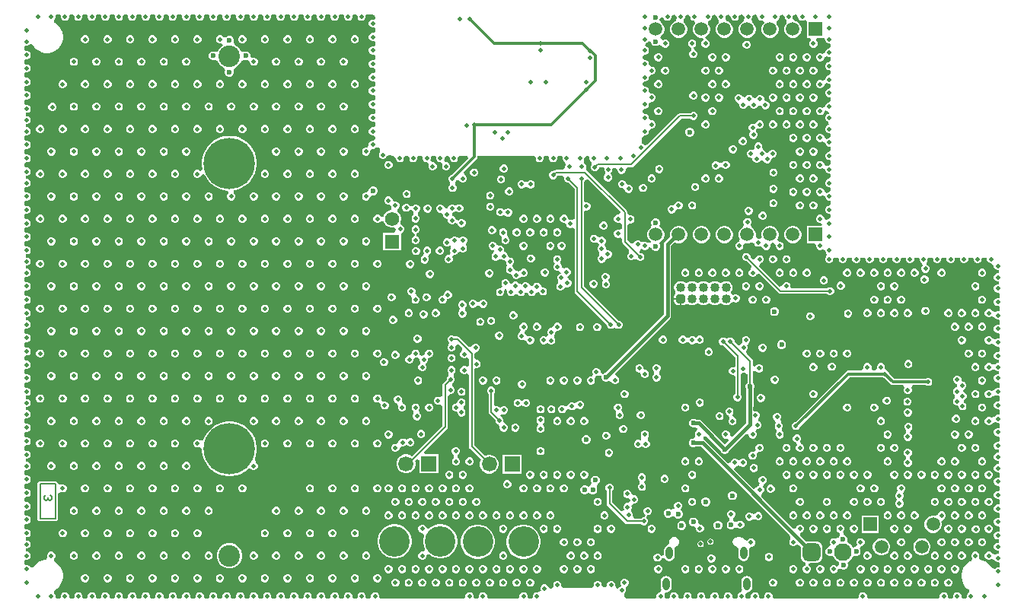
<source format=gbr>
%TF.GenerationSoftware,Altium Limited,Altium Designer,24.7.2 (38)*%
G04 Layer_Physical_Order=3*
G04 Layer_Color=152*
%FSLAX45Y45*%
%MOMM*%
%TF.SameCoordinates,33B871D1-E8D8-480E-9A2D-2420748CAAD8*%
%TF.FilePolarity,Positive*%
%TF.FileFunction,Copper,L3,Inr,Signal*%
%TF.Part,Single*%
G01*
G75*
%TA.AperFunction,Conductor*%
%ADD10C,0.30000*%
%ADD70C,0.20000*%
%ADD71C,0.40000*%
%TA.AperFunction,NonConductor*%
%ADD73C,0.20000*%
%TA.AperFunction,ComponentPad*%
%ADD74R,1.50000X1.50000*%
%ADD75C,1.50000*%
%ADD76O,0.80000X1.40000*%
%ADD77C,2.40000*%
%ADD78C,5.70000*%
%ADD79C,0.10000*%
%ADD80C,1.57000*%
%ADD81R,1.57000X1.57000*%
%ADD82C,1.01600*%
G04:AMPARAMS|DCode=83|XSize=1.016mm|YSize=1.016mm|CornerRadius=0.254mm|HoleSize=0mm|Usage=FLASHONLY|Rotation=0.000|XOffset=0mm|YOffset=0mm|HoleType=Round|Shape=RoundedRectangle|*
%AMROUNDEDRECTD83*
21,1,1.01600,0.50800,0,0,0.0*
21,1,0.50800,1.01600,0,0,0.0*
1,1,0.50800,0.25400,-0.25400*
1,1,0.50800,-0.25400,-0.25400*
1,1,0.50800,-0.25400,0.25400*
1,1,0.50800,0.25400,0.25400*
%
%ADD83ROUNDEDRECTD83*%
%ADD84C,1.69000*%
%ADD85R,1.69000X1.69000*%
%ADD86C,3.40000*%
G04:AMPARAMS|DCode=87|XSize=1.95mm|YSize=1.95mm|CornerRadius=0.4875mm|HoleSize=0mm|Usage=FLASHONLY|Rotation=0.000|XOffset=0mm|YOffset=0mm|HoleType=Round|Shape=RoundedRectangle|*
%AMROUNDEDRECTD87*
21,1,1.95000,0.97500,0,0,0.0*
21,1,0.97500,1.95000,0,0,0.0*
1,1,0.97500,0.48750,-0.48750*
1,1,0.97500,-0.48750,-0.48750*
1,1,0.97500,-0.48750,0.48750*
1,1,0.97500,0.48750,0.48750*
%
%ADD87ROUNDEDRECTD87*%
%ADD88C,1.95000*%
%TA.AperFunction,ViaPad*%
%ADD89C,0.50000*%
%ADD90C,0.60000*%
G36*
X3980623Y6598134D02*
X3985381Y6596163D01*
X3989662Y6593303D01*
X3993303Y6589662D01*
X3996163Y6585381D01*
X3998134Y6580624D01*
X3999138Y6575574D01*
Y6555148D01*
X3983951Y6545000D01*
X3966049D01*
X3949509Y6538149D01*
X3936851Y6525490D01*
X3930000Y6508951D01*
Y6491049D01*
X3936851Y6474510D01*
X3949509Y6461851D01*
X3966049Y6455000D01*
X3983951D01*
X3999138Y6444852D01*
Y6405148D01*
X3983951Y6395000D01*
X3966049D01*
X3949509Y6388149D01*
X3936851Y6375490D01*
X3930000Y6358951D01*
Y6341049D01*
X3936851Y6324510D01*
X3949509Y6311851D01*
X3966049Y6305000D01*
X3983951D01*
X3999138Y6294852D01*
Y6255148D01*
X3983951Y6245000D01*
X3966049D01*
X3949509Y6238149D01*
X3936851Y6225490D01*
X3930000Y6208951D01*
Y6191049D01*
X3936851Y6174509D01*
X3949509Y6161851D01*
X3966049Y6155000D01*
X3983951D01*
X3999138Y6144852D01*
Y6105148D01*
X3983951Y6095000D01*
X3966049D01*
X3949509Y6088149D01*
X3936851Y6075490D01*
X3930000Y6058951D01*
Y6041049D01*
X3936851Y6024509D01*
X3949509Y6011851D01*
X3966049Y6005000D01*
X3983951D01*
X3999138Y5994852D01*
Y5955148D01*
X3983951Y5945000D01*
X3966049D01*
X3949509Y5938149D01*
X3936851Y5925490D01*
X3930000Y5908951D01*
Y5891049D01*
X3936851Y5874509D01*
X3949509Y5861851D01*
X3966049Y5855000D01*
X3983951D01*
X3999138Y5844852D01*
Y5805148D01*
X3983951Y5795000D01*
X3966049D01*
X3949509Y5788149D01*
X3936851Y5775490D01*
X3930000Y5758951D01*
Y5741049D01*
X3936851Y5724510D01*
X3949509Y5711851D01*
X3966049Y5705000D01*
X3983951D01*
X3999138Y5694852D01*
Y5655148D01*
X3983951Y5645000D01*
X3966049D01*
X3949509Y5638149D01*
X3936851Y5625490D01*
X3930000Y5608951D01*
Y5591049D01*
X3936851Y5574510D01*
X3949509Y5561851D01*
X3966049Y5555000D01*
X3983951D01*
X3999138Y5544852D01*
Y5505148D01*
X3983951Y5495000D01*
X3966049D01*
X3949509Y5488149D01*
X3936851Y5475490D01*
X3930000Y5458951D01*
Y5441049D01*
X3936851Y5424509D01*
X3949509Y5411851D01*
X3966049Y5405000D01*
X3983951D01*
X3999138Y5394852D01*
Y5355148D01*
X3983951Y5345000D01*
X3966049D01*
X3949509Y5338149D01*
X3936851Y5325490D01*
X3930000Y5308951D01*
Y5291049D01*
X3936851Y5274509D01*
X3949509Y5261851D01*
X3966049Y5255000D01*
X3971112D01*
X3986896Y5250543D01*
X4000799Y5229507D01*
X4001202Y5227292D01*
X4001688Y5219875D01*
X3996464Y5212549D01*
X3976048Y5195000D01*
X3966049D01*
X3949509Y5188149D01*
X3936851Y5175490D01*
X3930000Y5158951D01*
Y5143753D01*
X3918840Y5131160D01*
X3906247Y5120000D01*
X3891049D01*
X3874510Y5113150D01*
X3861851Y5100491D01*
X3855000Y5083951D01*
Y5066050D01*
X3861851Y5049510D01*
X3874510Y5036851D01*
X3891049Y5030001D01*
X3908951D01*
X3925491Y5036851D01*
X3938149Y5049510D01*
X3945000Y5066050D01*
Y5081247D01*
X3956160Y5093841D01*
X3968754Y5105000D01*
X3983951D01*
X4000490Y5111851D01*
X4006942Y5118302D01*
X4034336Y5120092D01*
X4043039Y5118277D01*
X4044964Y5115396D01*
X4051485Y5107961D01*
X4053826Y5104910D01*
X4056370Y5094466D01*
X4050396Y5064798D01*
X4048353Y5062756D01*
X4041502Y5046216D01*
Y5028314D01*
X4048353Y5011775D01*
X4061012Y4999116D01*
X4077551Y4992265D01*
X4095453D01*
X4111993Y4999116D01*
X4124651Y5011775D01*
X4131502Y5028314D01*
X4161091Y5034724D01*
X4170457Y5031545D01*
X4194875Y5026688D01*
X4202292Y5026202D01*
X4204506Y5025799D01*
X4225543Y5011896D01*
X4230000Y4996112D01*
Y4991049D01*
X4236851Y4974509D01*
X4249509Y4961851D01*
X4266049Y4955000D01*
X4283951D01*
X4300490Y4961851D01*
X4313149Y4974509D01*
X4319999Y4991049D01*
Y5008951D01*
X4330148Y5024139D01*
X4369852D01*
X4380000Y5008951D01*
Y4991049D01*
X4386851Y4974509D01*
X4399509Y4961851D01*
X4416049Y4955000D01*
X4433951D01*
X4450490Y4961851D01*
X4463149Y4974509D01*
X4470000Y4991049D01*
Y5008951D01*
X4480148Y5024139D01*
X4519852D01*
X4530000Y5008951D01*
Y4991049D01*
X4536851Y4974509D01*
X4549509Y4961851D01*
X4566049Y4955000D01*
X4579932D01*
X4587264Y4948474D01*
X4588998Y4946255D01*
X4599077Y4928794D01*
X4595000Y4918951D01*
Y4901049D01*
X4601851Y4884510D01*
X4614510Y4871851D01*
X4631049Y4865000D01*
X4648951D01*
X4665491Y4871851D01*
X4678149Y4884510D01*
X4685000Y4901049D01*
Y4918951D01*
X4678149Y4935491D01*
X4665491Y4948149D01*
X4648951Y4955000D01*
X4635068D01*
X4627736Y4961526D01*
X4626001Y4963745D01*
X4615923Y4981206D01*
X4620000Y4991049D01*
Y5008951D01*
X4630148Y5024139D01*
X4669851D01*
X4680000Y5008951D01*
Y4991049D01*
X4686851Y4974509D01*
X4699509Y4961851D01*
X4716049Y4955000D01*
X4729932D01*
X4737264Y4948474D01*
X4738998Y4946255D01*
X4749077Y4928794D01*
X4745000Y4918951D01*
Y4901049D01*
X4751851Y4884510D01*
X4764510Y4871851D01*
X4781049Y4865000D01*
X4798951D01*
X4815490Y4871851D01*
X4828149Y4884510D01*
X4835000Y4901049D01*
Y4918951D01*
X4828149Y4935491D01*
X4815490Y4948149D01*
X4798951Y4955000D01*
X4785068D01*
X4777736Y4961526D01*
X4776001Y4963745D01*
X4765923Y4981206D01*
X4770000Y4991049D01*
Y4996113D01*
X4774397Y5011683D01*
X4795824Y5025000D01*
X4819276D01*
X4830000Y5008951D01*
Y4991049D01*
X4836851Y4974509D01*
X4849509Y4961851D01*
X4866049Y4955000D01*
X4883951D01*
X4900490Y4961851D01*
X4913149Y4974509D01*
X4920000Y4991049D01*
Y5008951D01*
X4930724Y5025000D01*
X5025336D01*
X5036816Y4997284D01*
X4854533Y4815000D01*
X4851049D01*
X4834510Y4808149D01*
X4821851Y4795491D01*
X4815000Y4778951D01*
Y4761049D01*
X4821851Y4744510D01*
X4828308Y4738052D01*
X4832052Y4720000D01*
X4828308Y4701948D01*
X4821851Y4695490D01*
X4815000Y4678951D01*
Y4661049D01*
X4821851Y4644510D01*
X4834510Y4631851D01*
X4851049Y4625000D01*
X4868951D01*
X4885490Y4631851D01*
X4898149Y4644510D01*
X4905000Y4661049D01*
Y4678951D01*
X4898149Y4695490D01*
X4891692Y4701948D01*
X4887948Y4720000D01*
X4891692Y4738052D01*
X4898149Y4744510D01*
X4902296Y4754522D01*
X4922340Y4757787D01*
X4935544Y4752650D01*
X4936846Y4749506D01*
X4949505Y4736847D01*
X4966044Y4729996D01*
X4983946D01*
X5000486Y4736847D01*
X5013144Y4749506D01*
X5019995Y4766045D01*
Y4783947D01*
X5013144Y4800487D01*
X5000486Y4813145D01*
X4997341Y4814448D01*
X4988376Y4847000D01*
X4988554Y4848087D01*
X5130460Y4989993D01*
X5138195Y5001570D01*
X5140912Y5015226D01*
Y5025000D01*
X5774276D01*
X5785000Y5008951D01*
Y4991049D01*
X5791851Y4974509D01*
X5804510Y4961851D01*
X5821049Y4955000D01*
X5838951D01*
X5855490Y4961851D01*
X5868149Y4974509D01*
X5875000Y4991049D01*
Y5008951D01*
X5885724Y5025000D01*
X5924276D01*
X5935000Y5008951D01*
Y4991049D01*
X5941851Y4974509D01*
X5954510Y4961851D01*
X5971049Y4955000D01*
X5988951D01*
X6005490Y4961851D01*
X6018149Y4974509D01*
X6025000Y4991049D01*
Y5008951D01*
X6035724Y5025000D01*
X6074276D01*
X6085000Y5008951D01*
Y4991049D01*
X6091851Y4974509D01*
X6104510Y4961851D01*
X6108848Y4960054D01*
X6120140Y4934502D01*
X6119743Y4925541D01*
X6115000Y4914092D01*
Y4896190D01*
X6093133Y4870588D01*
X6009714D01*
X6009712Y4870588D01*
X5998007Y4868259D01*
X5988084Y4861629D01*
X5988083Y4861628D01*
X5983942Y4857487D01*
X5970775D01*
X5954236Y4850636D01*
X5941577Y4837977D01*
X5934726Y4821438D01*
Y4803536D01*
X5941577Y4786996D01*
X5954236Y4774338D01*
X5970775Y4767487D01*
X5988677D01*
X6005217Y4774338D01*
X6017875Y4786996D01*
X6024726Y4803536D01*
Y4809412D01*
X6081411D01*
X6102359Y4781591D01*
Y4763690D01*
X6109210Y4747150D01*
X6121869Y4734492D01*
X6138408Y4727641D01*
X6149101D01*
X6219412Y4657330D01*
Y4326654D01*
X6210140Y4319481D01*
X6189412Y4310667D01*
X6178951Y4315000D01*
X6172711D01*
X6160664Y4315454D01*
X6144995Y4333948D01*
X6138144Y4350487D01*
X6125485Y4363145D01*
X6108946Y4369996D01*
X6091044D01*
X6074504Y4363145D01*
X6061846Y4350487D01*
X6054995Y4333947D01*
Y4316045D01*
X6061846Y4299506D01*
X6074504Y4286847D01*
X6091044Y4279997D01*
X6097284D01*
X6109331Y4279542D01*
X6125000Y4261049D01*
X6131851Y4244510D01*
X6144510Y4231851D01*
X6161049Y4225000D01*
X6178951D01*
X6189412Y4229333D01*
X6210140Y4220519D01*
X6219412Y4213346D01*
Y3515001D01*
X6219412Y3515000D01*
X6221741Y3503294D01*
X6228371Y3493371D01*
X6575000Y3146742D01*
Y3136049D01*
X6581851Y3119510D01*
X6594510Y3106851D01*
X6611049Y3100000D01*
X6628951D01*
X6645490Y3106851D01*
X6665000Y3116220D01*
X6684510Y3106851D01*
X6701049Y3100000D01*
X6718951D01*
X6735490Y3106851D01*
X6748149Y3119510D01*
X6755000Y3136049D01*
Y3153951D01*
X6748149Y3170490D01*
X6735490Y3183149D01*
X6718951Y3190000D01*
X6708258D01*
X6325588Y3572670D01*
Y4409669D01*
X6341049Y4420000D01*
X6358951D01*
X6375490Y4426851D01*
X6388149Y4439510D01*
X6395000Y4456049D01*
Y4473951D01*
X6388149Y4490491D01*
X6375490Y4503149D01*
X6358951Y4510000D01*
X6341049D01*
X6325588Y4520331D01*
Y4741948D01*
X6333149Y4749510D01*
X6335099Y4754217D01*
X6365469Y4763350D01*
X6368739Y4763004D01*
X6727244Y4404499D01*
X6728016Y4402852D01*
X6726605Y4395153D01*
X6708945Y4369996D01*
X6691044D01*
X6674504Y4363145D01*
X6661846Y4350487D01*
X6654995Y4333947D01*
Y4316045D01*
X6661846Y4299506D01*
X6674504Y4286847D01*
X6691044Y4279997D01*
X6708946D01*
X6718140Y4283805D01*
X6740500Y4273743D01*
X6748140Y4267076D01*
Y4217926D01*
X6740506Y4211261D01*
X6718140Y4201194D01*
X6708951Y4205000D01*
X6691049D01*
X6674510Y4198149D01*
X6661851Y4185490D01*
X6655000Y4168951D01*
Y4151049D01*
X6661851Y4134510D01*
X6674510Y4121851D01*
X6691049Y4115000D01*
X6708951D01*
X6718140Y4118806D01*
X6740506Y4108739D01*
X6748140Y4102074D01*
Y4071273D01*
X6748140Y4071272D01*
X6750468Y4059567D01*
X6757099Y4049643D01*
X6825649Y3981093D01*
X6824798Y3956501D01*
X6820338Y3943978D01*
X6811851Y3935490D01*
X6805000Y3918951D01*
Y3901049D01*
X6811851Y3884510D01*
X6824510Y3871851D01*
X6841049Y3865000D01*
X6858951D01*
X6875490Y3871851D01*
X6879019Y3875380D01*
X6908726Y3874592D01*
X6914599Y3871762D01*
X6924510Y3861851D01*
X6941049Y3855000D01*
X6958951D01*
X6975490Y3861851D01*
X6988149Y3874510D01*
X6995000Y3891049D01*
Y3908951D01*
X6988149Y3925490D01*
X6975490Y3938149D01*
X6958951Y3945000D01*
X6949724D01*
X6943811Y3950997D01*
X6951185Y3986248D01*
X6965291Y3991882D01*
X6973709Y3987643D01*
X6974504Y3986847D01*
X6991044Y3979997D01*
X7008946D01*
X7025485Y3986847D01*
X7038144Y3999506D01*
X7041256Y4007021D01*
X7050564Y4008003D01*
X7072492Y4004037D01*
X7077612Y3991677D01*
X7091677Y3977612D01*
X7110054Y3970000D01*
X7129946D01*
X7148323Y3977612D01*
X7162388Y3991677D01*
X7170000Y4010054D01*
Y4029946D01*
X7168338Y4033958D01*
X7162983Y4049196D01*
X7179586Y4073551D01*
X7180331Y4073981D01*
X7198019Y4091669D01*
X7210526Y4113332D01*
X7217000Y4137493D01*
Y4162507D01*
X7210526Y4186669D01*
X7198019Y4208331D01*
X7180331Y4226019D01*
X7179586Y4226449D01*
X7162983Y4250804D01*
X7168338Y4266042D01*
X7170000Y4270054D01*
Y4289946D01*
X7162388Y4308323D01*
X7148323Y4322388D01*
X7129946Y4330000D01*
X7110054D01*
X7091677Y4322388D01*
X7077612Y4308323D01*
X7070000Y4289946D01*
Y4270054D01*
X7077612Y4251678D01*
X7063669Y4226018D01*
X7045981Y4208331D01*
X7033474Y4186669D01*
X7027000Y4162507D01*
Y4137493D01*
X7033474Y4113332D01*
X7045981Y4091669D01*
X7063669Y4073982D01*
X7067206Y4067473D01*
X7064416Y4063412D01*
X7061394Y4061925D01*
X7026879Y4061752D01*
X7025485Y4063146D01*
X7008946Y4069996D01*
X6991044D01*
X6989090Y4069187D01*
X6958149Y4065491D01*
X6945490Y4078149D01*
X6928951Y4085000D01*
X6911049D01*
X6894509Y4078149D01*
X6881851Y4065490D01*
X6878436Y4057247D01*
X6854181Y4048470D01*
X6845000Y4048257D01*
X6809315Y4083942D01*
Y4251531D01*
X6831049Y4275000D01*
X6848951D01*
X6865490Y4281851D01*
X6878149Y4294510D01*
X6885000Y4311049D01*
Y4328951D01*
X6878149Y4345490D01*
X6865490Y4358149D01*
X6848951Y4365000D01*
X6831049D01*
X6809315Y4388469D01*
Y4396272D01*
X6806987Y4407978D01*
X6800356Y4417901D01*
X6356629Y4861629D01*
X6346512Y4871418D01*
X6345000Y4896049D01*
X6345000Y4896049D01*
X6345000Y4896858D01*
Y4913951D01*
X6338149Y4930491D01*
X6327353Y4941287D01*
X6325491Y4943149D01*
X6324303Y4948224D01*
X6318763Y4975835D01*
X6319474Y4977708D01*
X6325000Y4991049D01*
Y4998342D01*
X6348709Y5024139D01*
X6374852D01*
X6385000Y5008951D01*
Y4991049D01*
X6391851Y4974509D01*
X6404510Y4961851D01*
X6404683Y4961779D01*
X6405415Y4960576D01*
X6409438Y4927338D01*
X6406851Y4924750D01*
X6400000Y4908211D01*
Y4890309D01*
X6406851Y4873770D01*
X6419509Y4861111D01*
X6436049Y4854260D01*
X6453951D01*
X6470490Y4861111D01*
X6483149Y4873770D01*
X6490000Y4890309D01*
Y4899412D01*
X6539669D01*
X6550000Y4883951D01*
Y4866049D01*
X6556851Y4849510D01*
X6563343Y4827165D01*
X6554262Y4812901D01*
X6551851Y4810491D01*
X6545000Y4793951D01*
Y4776049D01*
X6551851Y4759510D01*
X6564510Y4746851D01*
X6581049Y4740000D01*
X6598951D01*
X6615490Y4746851D01*
X6628149Y4759510D01*
X6635000Y4776049D01*
Y4793951D01*
X6628149Y4810490D01*
X6621657Y4832835D01*
X6630738Y4847099D01*
X6633149Y4849509D01*
X6640000Y4866049D01*
Y4883951D01*
X6644409Y4890549D01*
X6670910Y4893218D01*
X6695000Y4871825D01*
Y4861049D01*
X6701851Y4844509D01*
X6714510Y4831851D01*
X6731049Y4825000D01*
X6748951D01*
X6765490Y4831851D01*
X6778149Y4844509D01*
X6785000Y4861049D01*
Y4878951D01*
X6808996Y4899412D01*
X6849998D01*
X6850000Y4899412D01*
X6861705Y4901741D01*
X6871629Y4908371D01*
X7404600Y5441343D01*
X7506948D01*
X7514509Y5433781D01*
X7531049Y5426930D01*
X7548951D01*
X7565490Y5433781D01*
X7578149Y5446440D01*
X7585000Y5462979D01*
Y5480881D01*
X7578149Y5497421D01*
X7565490Y5510079D01*
X7548951Y5516930D01*
X7531049D01*
X7514509Y5510079D01*
X7506948Y5502518D01*
X7391932D01*
X7391930Y5502518D01*
X7380225Y5500190D01*
X7370301Y5493559D01*
X7028164Y5151422D01*
X6998149Y5145491D01*
X6985490Y5158149D01*
X6968951Y5165000D01*
X6963300Y5195000D01*
X6963455Y5195457D01*
X6968312Y5219875D01*
X6968798Y5227290D01*
X6969552Y5231433D01*
X6975214Y5239561D01*
X6987853Y5251884D01*
X6998887Y5255000D01*
X7008951D01*
X7025490Y5261851D01*
X7038149Y5274510D01*
X7045000Y5291049D01*
Y5306241D01*
X7056156Y5318835D01*
X7068754Y5329996D01*
X7083945D01*
X7100485Y5336847D01*
X7113144Y5349506D01*
X7119994Y5366045D01*
Y5383947D01*
X7113144Y5400487D01*
X7100485Y5413145D01*
X7083945Y5419996D01*
X7068751D01*
X7056145Y5431170D01*
X7045000Y5443751D01*
Y5458951D01*
X7038149Y5475490D01*
X7025490Y5488149D01*
X7008951Y5495000D01*
X6991049D01*
X6970862Y5519110D01*
Y5530890D01*
X6991049Y5555000D01*
X7008951D01*
X7025490Y5561851D01*
X7038149Y5574510D01*
X7045000Y5591049D01*
Y5606241D01*
X7056156Y5618835D01*
X7068754Y5629996D01*
X7083945D01*
X7100485Y5636847D01*
X7113144Y5649506D01*
X7119994Y5666045D01*
Y5683947D01*
X7113144Y5700486D01*
X7100485Y5713145D01*
X7083945Y5719996D01*
X7068751D01*
X7056145Y5731170D01*
X7045000Y5743751D01*
Y5758951D01*
X7038149Y5775490D01*
X7025490Y5788149D01*
X7008951Y5795000D01*
X6991049D01*
X6970862Y5819110D01*
Y5830890D01*
X6991049Y5855000D01*
X7008951D01*
X7025490Y5861851D01*
X7038149Y5874509D01*
X7045000Y5891049D01*
Y5906241D01*
X7056156Y5918835D01*
X7068754Y5929996D01*
X7083945D01*
X7100485Y5936847D01*
X7113144Y5949505D01*
X7119994Y5966045D01*
Y5983947D01*
X7113144Y6000486D01*
X7100485Y6013145D01*
X7083945Y6019996D01*
X7068751D01*
X7056144Y6031171D01*
X7045000Y6043751D01*
Y6058951D01*
X7038149Y6075491D01*
X7025490Y6088149D01*
X7008951Y6095000D01*
X6991049D01*
X6970862Y6119110D01*
Y6130890D01*
X6991049Y6155000D01*
X7008951D01*
X7025490Y6161851D01*
X7038149Y6174510D01*
X7045000Y6191049D01*
Y6208951D01*
X7038149Y6225490D01*
X7025490Y6238149D01*
X7011788Y6243825D01*
X7004486Y6255542D01*
X7001539Y6262500D01*
X7004486Y6269458D01*
X7011788Y6281175D01*
X7025490Y6286851D01*
X7038149Y6299510D01*
X7040000Y6303979D01*
X7070000Y6298011D01*
Y6290054D01*
X7077612Y6271677D01*
X7091677Y6257612D01*
X7110054Y6250000D01*
X7129946D01*
X7148323Y6257612D01*
X7151975Y6261264D01*
X7152900Y6261422D01*
X7185025Y6253901D01*
X7186845Y6249505D01*
X7199504Y6236847D01*
X7216043Y6229996D01*
X7233945D01*
X7250485Y6236847D01*
X7263143Y6249505D01*
X7269994Y6266045D01*
Y6283947D01*
X7263143Y6300486D01*
X7250485Y6313145D01*
X7233945Y6319996D01*
X7216043D01*
X7199504Y6313145D01*
X7178570Y6334474D01*
X7172143Y6349466D01*
X7175782Y6357355D01*
X7180331Y6359981D01*
X7198019Y6377669D01*
X7210526Y6399332D01*
X7217000Y6423493D01*
Y6448507D01*
X7210526Y6472669D01*
X7198019Y6494331D01*
X7180331Y6512019D01*
X7177049Y6513913D01*
X7164544Y6537597D01*
X7174599Y6566640D01*
X7175000Y6566779D01*
X7205000Y6566049D01*
X7211851Y6549510D01*
X7224510Y6536851D01*
X7241049Y6530000D01*
X7258951D01*
X7275490Y6536851D01*
X7288149Y6549510D01*
X7295000Y6566049D01*
Y6583951D01*
X7303277Y6596338D01*
X7332982Y6596999D01*
X7355000Y6569138D01*
Y6566049D01*
X7357618Y6559729D01*
X7347555Y6531048D01*
X7343336Y6525599D01*
X7339332Y6524526D01*
X7317669Y6512019D01*
X7299981Y6494331D01*
X7287474Y6472669D01*
X7281000Y6448507D01*
Y6423493D01*
X7287474Y6399332D01*
X7299981Y6377669D01*
X7317669Y6359981D01*
X7339332Y6347474D01*
X7363493Y6341000D01*
X7388507D01*
X7412668Y6347474D01*
X7434331Y6359981D01*
X7452019Y6377669D01*
X7464526Y6399332D01*
X7471000Y6423493D01*
Y6448507D01*
X7464526Y6472669D01*
X7452019Y6494331D01*
X7437093Y6509257D01*
X7434397Y6515670D01*
X7434945Y6546305D01*
X7438149Y6549510D01*
X7445000Y6566049D01*
Y6583951D01*
X7453277Y6596338D01*
X7482982Y6596999D01*
X7505000Y6569138D01*
Y6566049D01*
X7511851Y6549510D01*
X7524509Y6536851D01*
X7541049Y6530000D01*
X7547224D01*
X7560145Y6500495D01*
X7553981Y6494331D01*
X7541474Y6472669D01*
X7535000Y6448507D01*
Y6423493D01*
X7541474Y6399332D01*
X7553981Y6377669D01*
X7571669Y6359981D01*
X7593332Y6347474D01*
X7617493Y6341000D01*
X7642507D01*
X7643756Y6336027D01*
D01*
X7644231Y6334134D01*
X7644231D01*
X7648441Y6317375D01*
X7648601Y6312242D01*
X7636845Y6300486D01*
X7629994Y6283947D01*
Y6266045D01*
X7636845Y6249505D01*
X7649504Y6236847D01*
X7666043Y6229996D01*
X7683945D01*
X7700485Y6236847D01*
X7713143Y6249505D01*
X7719994Y6266045D01*
Y6283947D01*
X7713143Y6300486D01*
X7700485Y6313145D01*
X7683946Y6319996D01*
X7672628Y6344227D01*
X7672628Y6344228D01*
X7670980Y6347756D01*
X7671013Y6349103D01*
X7688331Y6359981D01*
X7694113Y6365763D01*
X7706019Y6377669D01*
X7718526Y6399332D01*
X7725000Y6423493D01*
Y6448507D01*
X7718526Y6472669D01*
X7706019Y6494331D01*
X7700350Y6500000D01*
X7705570Y6518206D01*
X7711656Y6531121D01*
X7725491Y6536851D01*
X7738149Y6549510D01*
X7745000Y6566049D01*
Y6583951D01*
X7753277Y6596338D01*
X7782982Y6596999D01*
X7805000Y6569138D01*
Y6566049D01*
X7811851Y6549510D01*
X7818715Y6542645D01*
X7822729Y6524969D01*
X7819927Y6506277D01*
X7807981Y6494331D01*
X7795474Y6472669D01*
X7789000Y6448507D01*
Y6423493D01*
X7795474Y6399332D01*
X7807981Y6377669D01*
X7825669Y6359981D01*
X7847332Y6347474D01*
X7871493Y6341000D01*
X7896507D01*
X7920668Y6347474D01*
X7942331Y6359981D01*
X7960019Y6377669D01*
X7972526Y6399332D01*
X7979000Y6423493D01*
Y6448507D01*
X7972526Y6472669D01*
X7960019Y6494331D01*
X7942331Y6512019D01*
X7920668Y6524526D01*
X7908778Y6527712D01*
X7904259Y6532487D01*
X7893700Y6554404D01*
X7892909Y6561000D01*
X7895000Y6566049D01*
Y6583951D01*
X7903277Y6596338D01*
X7932982Y6596999D01*
X7955000Y6569138D01*
Y6566049D01*
X7961851Y6549510D01*
X7974510Y6536851D01*
X7991049Y6530000D01*
X8008951D01*
X8025490Y6536851D01*
X8038149Y6549510D01*
X8045000Y6566049D01*
Y6583951D01*
X8053277Y6596338D01*
X8082982Y6596999D01*
X8105000Y6569138D01*
Y6566049D01*
X8108535Y6557514D01*
X8103368Y6533852D01*
X8096943Y6521992D01*
X8079669Y6512019D01*
X8061981Y6494331D01*
X8049474Y6472669D01*
X8043000Y6448507D01*
Y6423493D01*
X8049474Y6399332D01*
X8061981Y6377669D01*
X8079669Y6359981D01*
X8101332Y6347474D01*
X8125493Y6341000D01*
X8150507D01*
X8174668Y6347474D01*
X8196331Y6359981D01*
X8214019Y6377669D01*
X8226526Y6399332D01*
X8233000Y6423493D01*
Y6448507D01*
X8226526Y6472669D01*
X8214019Y6494331D01*
X8196331Y6512019D01*
X8192837Y6514036D01*
X8188149Y6549510D01*
X8195000Y6566049D01*
Y6583951D01*
X8203277Y6596338D01*
X8232982Y6596999D01*
X8255000Y6569138D01*
Y6566049D01*
X8261851Y6549510D01*
X8274510Y6536851D01*
X8291049Y6530000D01*
X8308951D01*
X8309417Y6530193D01*
X8326410Y6504760D01*
X8315981Y6494331D01*
X8303474Y6472669D01*
X8297000Y6448507D01*
Y6423493D01*
X8303474Y6399332D01*
X8315981Y6377669D01*
X8333669Y6359981D01*
X8355332Y6347474D01*
X8379493Y6341000D01*
X8404507D01*
X8428668Y6347474D01*
X8450331Y6359981D01*
X8468019Y6377669D01*
X8480526Y6399332D01*
X8487000Y6423493D01*
Y6448507D01*
X8480526Y6472669D01*
X8468019Y6494331D01*
X8461354Y6500996D01*
X8460981Y6505501D01*
X8469149Y6534224D01*
X8475491Y6536851D01*
X8488149Y6549510D01*
X8495000Y6566049D01*
Y6583951D01*
X8503277Y6596338D01*
X8532982Y6596999D01*
X8555000Y6569138D01*
Y6566049D01*
X8561851Y6549510D01*
X8573108Y6538253D01*
X8574996Y6535329D01*
X8578413Y6502762D01*
X8569981Y6494331D01*
X8557474Y6472669D01*
X8551000Y6448507D01*
Y6423493D01*
X8557474Y6399332D01*
X8569981Y6377669D01*
X8587669Y6359981D01*
X8609332Y6347474D01*
X8633493Y6341000D01*
X8658507D01*
X8682668Y6347474D01*
X8704331Y6359981D01*
X8722019Y6377669D01*
X8734526Y6399332D01*
X8741000Y6423493D01*
Y6448507D01*
X8734526Y6472669D01*
X8722019Y6494331D01*
X8704331Y6512019D01*
X8682668Y6524526D01*
X8660285Y6530523D01*
X8657523Y6532892D01*
X8642909Y6561000D01*
X8645000Y6566049D01*
Y6583951D01*
X8653277Y6596338D01*
X8682982Y6596999D01*
X8705000Y6569138D01*
Y6566049D01*
X8711851Y6549510D01*
X8724510Y6536851D01*
X8741049Y6530000D01*
X8758951D01*
X8775491Y6536851D01*
X8778791Y6540151D01*
X8805000Y6523934D01*
Y6341000D01*
X8838359D01*
X8846344Y6321042D01*
X8847359Y6311000D01*
X8836845Y6300486D01*
X8829994Y6283947D01*
Y6266045D01*
X8836845Y6249505D01*
X8849504Y6236847D01*
X8866043Y6229996D01*
X8883945D01*
X8900484Y6236847D01*
X8913143Y6249505D01*
X8919994Y6266045D01*
Y6283947D01*
X8913143Y6300486D01*
X8902629Y6311000D01*
X8903644Y6321042D01*
X8911629Y6341000D01*
X8977284D01*
X8997010Y6335983D01*
X9005000Y6316049D01*
X9011851Y6299510D01*
X9024510Y6286851D01*
X9041049Y6280000D01*
X9058951D01*
X9067934Y6273998D01*
X9069010Y6244555D01*
X9041049Y6220000D01*
X9024510Y6213149D01*
X9011851Y6200491D01*
X9005000Y6183951D01*
Y6176056D01*
X8976711Y6161918D01*
X8975484Y6163145D01*
X8958945Y6169996D01*
X8941043D01*
X8924504Y6163145D01*
X8911845Y6150486D01*
X8904994Y6133947D01*
Y6116045D01*
X8911845Y6099505D01*
X8924504Y6086847D01*
X8941043Y6079996D01*
X8958945D01*
X8975484Y6086847D01*
X8988143Y6099505D01*
X8994994Y6116045D01*
Y6123940D01*
X9023283Y6138078D01*
X9024510Y6136851D01*
X9041049Y6130000D01*
X9058951D01*
X9067934Y6123997D01*
X9069010Y6094555D01*
X9041049Y6070000D01*
X9024510Y6063149D01*
X9011851Y6050490D01*
X9005000Y6033951D01*
Y6016049D01*
X9011851Y5999509D01*
X9024510Y5986851D01*
X9041049Y5980000D01*
X9058951D01*
X9067934Y5973997D01*
X9069010Y5944555D01*
X9041049Y5920000D01*
X9024510Y5913149D01*
X9011851Y5900490D01*
X9005000Y5883951D01*
Y5876056D01*
X8976711Y5861919D01*
X8975484Y5863145D01*
X8958945Y5869996D01*
X8941043D01*
X8924504Y5863145D01*
X8911845Y5850486D01*
X8904994Y5833947D01*
Y5816045D01*
X8911845Y5799506D01*
X8924504Y5786847D01*
X8941043Y5779996D01*
X8958945D01*
X8975484Y5786847D01*
X8988143Y5799506D01*
X8994994Y5816045D01*
Y5823940D01*
X9023283Y5838077D01*
X9024510Y5836851D01*
X9041049Y5830000D01*
X9058951D01*
X9067934Y5823997D01*
X9069010Y5794555D01*
X9041049Y5770000D01*
X9024510Y5763149D01*
X9011851Y5750490D01*
X9005000Y5733951D01*
Y5716049D01*
X9011851Y5699510D01*
X9024510Y5686851D01*
X9041049Y5680000D01*
X9058951D01*
X9067934Y5673998D01*
X9069010Y5644555D01*
X9041049Y5620000D01*
X9024510Y5613149D01*
X9011851Y5600490D01*
X9005000Y5583951D01*
Y5576056D01*
X8976711Y5561919D01*
X8975484Y5563145D01*
X8958945Y5569996D01*
X8941043D01*
X8924504Y5563145D01*
X8911845Y5550486D01*
X8904994Y5533947D01*
Y5516045D01*
X8911845Y5499506D01*
X8924504Y5486847D01*
X8941043Y5479996D01*
X8958945D01*
X8975484Y5486847D01*
X8988143Y5499506D01*
X8994994Y5516045D01*
Y5523940D01*
X9009521Y5531200D01*
X9042755Y5518227D01*
X9043732Y5515862D01*
X9046743Y5500000D01*
X9041049Y5495000D01*
X9024510Y5488149D01*
X9011851Y5475490D01*
X9005000Y5458951D01*
Y5441049D01*
X9011851Y5424510D01*
X9024510Y5411851D01*
X9037238Y5406579D01*
X9043732Y5390862D01*
X9046743Y5375000D01*
X9041049Y5370000D01*
X9024510Y5363149D01*
X9011851Y5350490D01*
X9005000Y5333951D01*
Y5316049D01*
X9011851Y5299510D01*
X9024510Y5286851D01*
X9041049Y5280000D01*
X9058951D01*
X9067934Y5273997D01*
X9069010Y5244555D01*
X9041049Y5220000D01*
X9024510Y5213149D01*
X9023289Y5211928D01*
X8994994Y5226060D01*
Y5233947D01*
X8988143Y5250487D01*
X8975484Y5263145D01*
X8958945Y5269996D01*
X8941043D01*
X8924504Y5263145D01*
X8911845Y5250487D01*
X8904994Y5233947D01*
Y5216045D01*
X8911845Y5199506D01*
X8924504Y5186847D01*
X8941043Y5179996D01*
X8958945D01*
X8975484Y5186847D01*
X8976705Y5188068D01*
X9005000Y5173936D01*
Y5166049D01*
X9011851Y5149510D01*
X9024510Y5136851D01*
X9041049Y5130000D01*
X9058951D01*
X9067935Y5123997D01*
X9069011Y5094555D01*
X9041049Y5070000D01*
X9024510Y5063149D01*
X9011851Y5050490D01*
X9005000Y5033951D01*
Y5016049D01*
X9011851Y4999509D01*
X9024510Y4986851D01*
X9041049Y4980000D01*
X9058951D01*
X9067934Y4973997D01*
X9069010Y4944555D01*
X9041049Y4920000D01*
X9024510Y4913149D01*
X9023289Y4911928D01*
X8994994Y4926060D01*
Y4933947D01*
X8988143Y4950487D01*
X8975484Y4963145D01*
X8958945Y4969996D01*
X8941043D01*
X8924504Y4963145D01*
X8911845Y4950487D01*
X8904994Y4933947D01*
Y4916045D01*
X8911845Y4899506D01*
X8924504Y4886847D01*
X8941043Y4879996D01*
X8958945D01*
X8975484Y4886847D01*
X8976705Y4888068D01*
X9005000Y4873936D01*
Y4866049D01*
X9011851Y4849509D01*
X9024510Y4836851D01*
X9041049Y4830000D01*
X9058951D01*
X9067934Y4823997D01*
X9069010Y4794555D01*
X9041049Y4770000D01*
X9024510Y4763149D01*
X9011851Y4750490D01*
X9005000Y4733951D01*
Y4716049D01*
X9011851Y4699510D01*
X9024510Y4686851D01*
X9041049Y4680000D01*
X9058951D01*
X9067934Y4673997D01*
X9069010Y4644555D01*
X9041049Y4620000D01*
X9024510Y4613149D01*
X9023289Y4611928D01*
X8994994Y4626060D01*
Y4633947D01*
X8988143Y4650487D01*
X8975484Y4663145D01*
X8958945Y4669996D01*
X8941043D01*
X8924504Y4663145D01*
X8911845Y4650487D01*
X8904994Y4633947D01*
Y4616045D01*
X8911845Y4599506D01*
X8924504Y4586847D01*
X8941043Y4579996D01*
X8958945D01*
X8975484Y4586847D01*
X8976705Y4588068D01*
X9005000Y4573936D01*
Y4566049D01*
X9011851Y4549510D01*
X9024510Y4536851D01*
X9041049Y4530000D01*
X9058951D01*
X9067935Y4523997D01*
X9069011Y4494555D01*
X9041049Y4470000D01*
X9024510Y4463149D01*
X9011851Y4450490D01*
X9005000Y4433951D01*
Y4416049D01*
X9011851Y4399509D01*
X9024510Y4386851D01*
X9041049Y4380000D01*
X9058951D01*
X9067935Y4373997D01*
X9069011Y4344554D01*
X9041049Y4320000D01*
X9024510Y4313149D01*
X9023288Y4311928D01*
X8994994Y4326060D01*
Y4333947D01*
X8988143Y4350487D01*
X8975484Y4363145D01*
X8958945Y4369996D01*
X8941043D01*
X8924504Y4363145D01*
X8911845Y4350487D01*
X8904994Y4333947D01*
Y4316045D01*
X8911845Y4299506D01*
X8924504Y4286847D01*
X8941043Y4279997D01*
X8958945D01*
X8976013Y4266062D01*
X8957170Y4245000D01*
X8805000D01*
Y4055000D01*
X8881243D01*
X8904994Y4033947D01*
Y4016046D01*
X8911845Y3999506D01*
X8924504Y3986847D01*
X8941043Y3979997D01*
X8958945D01*
X8975484Y3986847D01*
X8976706Y3988069D01*
X9005000Y3973937D01*
Y3966049D01*
X9011851Y3949509D01*
X9018308Y3943052D01*
X9022052Y3925000D01*
X9018308Y3906948D01*
X9011851Y3900491D01*
X9005000Y3883951D01*
Y3866049D01*
X9011851Y3849510D01*
X9024510Y3836851D01*
X9041049Y3830000D01*
X9058951D01*
X9075490Y3836851D01*
X9088149Y3849510D01*
X9095000Y3866049D01*
Y3883951D01*
X9099042Y3890000D01*
X9150958D01*
X9155000Y3883951D01*
Y3866049D01*
X9161851Y3849510D01*
X9174509Y3836851D01*
X9191049Y3830000D01*
X9208951D01*
X9225490Y3836851D01*
X9238149Y3849510D01*
X9245000Y3866049D01*
Y3883951D01*
X9249042Y3890000D01*
X9300958D01*
X9305000Y3883951D01*
Y3866049D01*
X9311851Y3849510D01*
X9324509Y3836851D01*
X9341049Y3830000D01*
X9358951D01*
X9375490Y3836851D01*
X9388149Y3849510D01*
X9395000Y3866049D01*
Y3883951D01*
X9399042Y3890000D01*
X9450958D01*
X9455000Y3883951D01*
Y3866049D01*
X9461851Y3849510D01*
X9474510Y3836851D01*
X9491049Y3830000D01*
X9508951D01*
X9525490Y3836851D01*
X9538149Y3849510D01*
X9545000Y3866049D01*
Y3883951D01*
X9549042Y3890000D01*
X9600958D01*
X9605000Y3883951D01*
Y3866049D01*
X9611851Y3849510D01*
X9624510Y3836851D01*
X9641049Y3830000D01*
X9658951D01*
X9675490Y3836851D01*
X9688149Y3849510D01*
X9695000Y3866049D01*
Y3883951D01*
X9699042Y3890000D01*
X9750958D01*
X9755000Y3883951D01*
Y3866049D01*
X9761851Y3849510D01*
X9774510Y3836851D01*
X9791049Y3830000D01*
X9808951D01*
X9825490Y3836851D01*
X9838149Y3849510D01*
X9845000Y3866049D01*
Y3883951D01*
X9849042Y3890000D01*
X9900958D01*
X9905000Y3883951D01*
Y3866049D01*
X9911851Y3849510D01*
X9924510Y3836851D01*
X9941049Y3830000D01*
X9958951D01*
X9975491Y3836851D01*
X9988149Y3849510D01*
X9995000Y3866049D01*
Y3883951D01*
X9999042Y3890000D01*
X10050958D01*
X10055000Y3883951D01*
Y3866049D01*
X10061851Y3849510D01*
X10074510Y3836851D01*
X10081231Y3834067D01*
X10083696Y3829256D01*
X10088151Y3804974D01*
X10087734Y3801373D01*
X10081851Y3795490D01*
X10075000Y3778951D01*
Y3761049D01*
X10081851Y3744509D01*
X10094509Y3731851D01*
X10111049Y3725000D01*
X10128951D01*
X10145490Y3731851D01*
X10158149Y3744509D01*
X10165000Y3761049D01*
Y3778951D01*
X10158149Y3795490D01*
X10145490Y3808149D01*
X10138769Y3810933D01*
X10136304Y3815744D01*
X10131849Y3840026D01*
X10132266Y3843627D01*
X10138149Y3849510D01*
X10145000Y3866049D01*
Y3883951D01*
X10149042Y3890000D01*
X10200958D01*
X10205000Y3883951D01*
Y3866049D01*
X10211851Y3849510D01*
X10224510Y3836851D01*
X10241049Y3830000D01*
X10258951D01*
X10275490Y3836851D01*
X10288149Y3849510D01*
X10295000Y3866049D01*
Y3883951D01*
X10299042Y3890000D01*
X10350958D01*
X10355000Y3883951D01*
Y3866049D01*
X10361851Y3849510D01*
X10374510Y3836851D01*
X10391049Y3830000D01*
X10408951D01*
X10425490Y3836851D01*
X10438149Y3849510D01*
X10445000Y3866049D01*
Y3883951D01*
X10449042Y3890000D01*
X10500958D01*
X10505000Y3883951D01*
Y3866049D01*
X10511851Y3849510D01*
X10524510Y3836851D01*
X10541049Y3830000D01*
X10558951D01*
X10575491Y3836851D01*
X10588149Y3849510D01*
X10595000Y3866049D01*
Y3883951D01*
X10599042Y3890000D01*
X10650958D01*
X10655000Y3883951D01*
Y3866049D01*
X10661851Y3849510D01*
X10674510Y3836851D01*
X10691049Y3830000D01*
X10708951D01*
X10725491Y3836851D01*
X10738149Y3849510D01*
X10745000Y3866049D01*
Y3883951D01*
X10749042Y3890000D01*
X10800958D01*
X10805000Y3883951D01*
Y3866049D01*
X10811851Y3849510D01*
X10824510Y3836851D01*
X10841049Y3830000D01*
X10856247D01*
X10868841Y3818840D01*
X10880000Y3806247D01*
Y3791049D01*
X10886851Y3774510D01*
X10899510Y3761851D01*
X10916049Y3755000D01*
X10933951D01*
Y3720000D01*
X10916049D01*
X10899510Y3713149D01*
X10886851Y3700490D01*
X10880000Y3683951D01*
Y3666049D01*
X10886851Y3649510D01*
X10899510Y3636851D01*
X10916049Y3630000D01*
X10933951D01*
Y3595000D01*
X10916049D01*
X10899510Y3588149D01*
X10886851Y3575490D01*
X10880000Y3558951D01*
Y3541049D01*
X10886851Y3524510D01*
X10899510Y3511851D01*
X10916049Y3505000D01*
X10933951D01*
X10949138Y3494852D01*
Y3455148D01*
X10933951Y3445000D01*
X10916049D01*
X10899510Y3438149D01*
X10886851Y3425490D01*
X10880000Y3408951D01*
Y3391049D01*
X10886851Y3374510D01*
X10899510Y3361851D01*
X10916049Y3355000D01*
X10933951D01*
X10949138Y3344852D01*
Y3305148D01*
X10933951Y3295000D01*
X10916049D01*
X10899510Y3288149D01*
X10898621Y3287260D01*
X10895692Y3286922D01*
X10865174Y3295583D01*
X10863142Y3300487D01*
X10850484Y3313146D01*
X10833944Y3319997D01*
X10816042D01*
X10799503Y3313146D01*
X10786844Y3300487D01*
X10779993Y3283948D01*
Y3266046D01*
X10786844Y3249506D01*
X10799503Y3236848D01*
X10816042Y3229997D01*
X10833944D01*
X10850484Y3236848D01*
X10851372Y3237736D01*
X10854301Y3238075D01*
X10884820Y3229413D01*
X10886851Y3224509D01*
X10899510Y3211851D01*
X10916049Y3205000D01*
X10933951D01*
X10949138Y3194852D01*
Y3155148D01*
X10933951Y3145000D01*
X10916049D01*
X10899510Y3138149D01*
X10886851Y3125490D01*
X10880000Y3108951D01*
Y3091049D01*
X10886851Y3074509D01*
X10899510Y3061851D01*
X10916049Y3055000D01*
X10933951D01*
X10949138Y3044852D01*
Y3005148D01*
X10933951Y2995000D01*
X10916049D01*
X10899510Y2988149D01*
X10898621Y2987260D01*
X10895692Y2986922D01*
X10865174Y2995583D01*
X10863142Y3000487D01*
X10850484Y3013146D01*
X10833944Y3019997D01*
X10816042D01*
X10799503Y3013146D01*
X10786844Y3000487D01*
X10779993Y2983948D01*
Y2966046D01*
X10786844Y2949506D01*
X10799503Y2936848D01*
X10816042Y2929997D01*
X10833944D01*
X10850484Y2936848D01*
X10851372Y2937736D01*
X10854301Y2938075D01*
X10884820Y2929413D01*
X10886851Y2924510D01*
X10899510Y2911851D01*
X10916049Y2905000D01*
X10933951D01*
X10949138Y2894852D01*
Y2855148D01*
X10933951Y2845000D01*
X10916049D01*
X10899510Y2838149D01*
X10886851Y2825490D01*
X10880000Y2808951D01*
Y2791049D01*
X10886851Y2774510D01*
X10899510Y2761851D01*
X10916049Y2755000D01*
X10933951D01*
Y2720000D01*
X10916049D01*
X10899510Y2713149D01*
X10893047Y2706686D01*
X10875000Y2702945D01*
X10856945Y2706685D01*
X10850484Y2713146D01*
X10833944Y2719997D01*
X10816042D01*
X10799503Y2713146D01*
X10786844Y2700487D01*
X10779993Y2683948D01*
Y2666046D01*
X10786844Y2649507D01*
X10799503Y2636848D01*
X10816042Y2629997D01*
X10833944D01*
X10850484Y2636848D01*
X10856947Y2643311D01*
X10874994Y2647052D01*
X10893048Y2643312D01*
X10899510Y2636851D01*
X10916049Y2630000D01*
X10933951D01*
Y2595000D01*
X10916049D01*
X10899510Y2588149D01*
X10886851Y2575490D01*
X10880000Y2558951D01*
Y2541049D01*
X10886851Y2524510D01*
X10899510Y2511851D01*
X10916049Y2505000D01*
X10933951D01*
X10949138Y2494852D01*
Y2455148D01*
X10933951Y2445000D01*
X10916049D01*
X10899510Y2438149D01*
X10886851Y2425490D01*
X10884818Y2420583D01*
X10854306Y2411920D01*
X10851370Y2412259D01*
X10850484Y2413146D01*
X10833944Y2419997D01*
X10816042D01*
X10799503Y2413146D01*
X10786844Y2400487D01*
X10779993Y2383948D01*
Y2366046D01*
X10786844Y2349507D01*
X10799503Y2336848D01*
X10816042Y2329997D01*
X10833944D01*
X10850484Y2336848D01*
X10863142Y2349507D01*
X10865175Y2354414D01*
X10895688Y2363077D01*
X10898623Y2362738D01*
X10899510Y2361851D01*
X10916049Y2355000D01*
X10933951D01*
X10949138Y2344852D01*
Y2305148D01*
X10933951Y2295000D01*
X10916049D01*
X10899510Y2288149D01*
X10886851Y2275490D01*
X10880000Y2258951D01*
Y2241049D01*
X10886851Y2224509D01*
X10899510Y2211851D01*
X10916049Y2205000D01*
X10933951D01*
X10949138Y2194852D01*
Y2155148D01*
X10933951Y2145000D01*
X10916049D01*
X10899510Y2138149D01*
X10886851Y2125490D01*
X10884818Y2120583D01*
X10854305Y2111920D01*
X10851370Y2112259D01*
X10850484Y2113146D01*
X10833944Y2119997D01*
X10816042D01*
X10799503Y2113146D01*
X10786844Y2100488D01*
X10779993Y2083948D01*
Y2066046D01*
X10786844Y2049507D01*
X10799503Y2036848D01*
X10816042Y2029997D01*
X10833944D01*
X10850484Y2036848D01*
X10863142Y2049507D01*
X10865175Y2054414D01*
X10895688Y2063077D01*
X10898623Y2062738D01*
X10899510Y2061851D01*
X10916049Y2055000D01*
X10933951D01*
X10949138Y2044852D01*
Y2005148D01*
X10933951Y1995000D01*
X10916049D01*
X10899510Y1988149D01*
X10886851Y1975490D01*
X10880000Y1958951D01*
Y1941049D01*
X10886851Y1924509D01*
X10899510Y1911851D01*
X10916049Y1905000D01*
X10933951D01*
X10949138Y1894852D01*
Y1855148D01*
X10933951Y1845000D01*
X10916049D01*
X10899510Y1838149D01*
X10886851Y1825490D01*
X10880000Y1808951D01*
Y1791049D01*
X10886851Y1774510D01*
X10899510Y1761851D01*
X10916049Y1755000D01*
X10933951D01*
Y1720000D01*
X10916049D01*
X10899510Y1713149D01*
X10886851Y1700490D01*
X10880000Y1683951D01*
Y1666049D01*
X10886851Y1649510D01*
X10899510Y1636851D01*
X10916049Y1630000D01*
X10933951D01*
Y1595000D01*
X10916049D01*
X10899510Y1588149D01*
X10886851Y1575490D01*
X10880000Y1558951D01*
Y1541049D01*
X10886851Y1524510D01*
X10899510Y1511851D01*
X10916049Y1505000D01*
X10933951D01*
X10949138Y1494852D01*
Y1455148D01*
X10933951Y1445000D01*
X10916049D01*
X10899510Y1438149D01*
X10886851Y1425490D01*
X10880000Y1408951D01*
Y1391049D01*
X10886851Y1374510D01*
X10899510Y1361851D01*
X10916049Y1355000D01*
X10933951D01*
X10949138Y1344852D01*
Y1305148D01*
X10933951Y1295000D01*
X10916049D01*
X10899510Y1288149D01*
X10886851Y1275490D01*
X10880000Y1258951D01*
Y1241049D01*
X10886851Y1224509D01*
X10899510Y1211851D01*
X10916049Y1205000D01*
X10933951D01*
X10949138Y1194852D01*
Y1155148D01*
X10933951Y1145000D01*
X10916049D01*
X10899510Y1138149D01*
X10886851Y1125490D01*
X10880000Y1108951D01*
Y1091049D01*
X10886851Y1074509D01*
X10899510Y1061851D01*
X10916049Y1055000D01*
X10933951D01*
X10949138Y1044852D01*
Y1005148D01*
X10933951Y995000D01*
X10916049D01*
X10899510Y988149D01*
X10886851Y975490D01*
X10880000Y958951D01*
Y941049D01*
X10886851Y924509D01*
X10899510Y911851D01*
X10916049Y905000D01*
X10933951D01*
X10949138Y894852D01*
Y855148D01*
X10933951Y845000D01*
X10916049D01*
X10899510Y838149D01*
X10886851Y825490D01*
X10880000Y808951D01*
Y791049D01*
X10886851Y774510D01*
X10899510Y761851D01*
X10916049Y755000D01*
X10933951D01*
Y720000D01*
X10916049D01*
X10899510Y713149D01*
X10886851Y700490D01*
X10880000Y683951D01*
Y666049D01*
X10886851Y649509D01*
X10899510Y636851D01*
X10916049Y630000D01*
X10933951D01*
Y595000D01*
X10916049D01*
X10899510Y588149D01*
X10898621Y587261D01*
X10895692Y586922D01*
X10865174Y595584D01*
X10863142Y600488D01*
X10850484Y613147D01*
X10833944Y619997D01*
X10816042D01*
X10799503Y613147D01*
X10786844Y600488D01*
X10779993Y583949D01*
Y566047D01*
X10786844Y549507D01*
X10799503Y536849D01*
X10816042Y529998D01*
X10833944D01*
X10850484Y536849D01*
X10851372Y537737D01*
X10854302Y538076D01*
X10884819Y529414D01*
X10886851Y524509D01*
X10899510Y511851D01*
X10916049Y505000D01*
X10933951D01*
X10949138Y494852D01*
Y455148D01*
X10933951Y445000D01*
X10916049D01*
X10899510Y438149D01*
X10893344Y431983D01*
X10864816Y433367D01*
X10859514Y435262D01*
X10839815Y464743D01*
X10814743Y489815D01*
X10785262Y509514D01*
X10752504Y523083D01*
X10733020Y526958D01*
X10728046Y532601D01*
X10717519Y556175D01*
X10717489Y560000D01*
X10719993Y566047D01*
Y583949D01*
X10713142Y600488D01*
X10700484Y613147D01*
X10683944Y619997D01*
X10666042D01*
X10649503Y613147D01*
X10636844Y600488D01*
X10629993Y583949D01*
Y566047D01*
X10636844Y549507D01*
X10628903Y515381D01*
X10614738Y509514D01*
X10585257Y489815D01*
X10560185Y464743D01*
X10540486Y435262D01*
X10526917Y402504D01*
X10520000Y367728D01*
Y332272D01*
X10526917Y297496D01*
X10540486Y264738D01*
X10560185Y235257D01*
X10585257Y210185D01*
X10604166Y197550D01*
X10603015Y166440D01*
X10601892Y164136D01*
X10599510Y163149D01*
X10586851Y150490D01*
X10580000Y133951D01*
Y116049D01*
X10569852Y100862D01*
X10530148D01*
X10520000Y116049D01*
Y133951D01*
X10513149Y150490D01*
X10500490Y163149D01*
X10483951Y170000D01*
X10466049D01*
X10449509Y163149D01*
X10436851Y150490D01*
X10430000Y133951D01*
Y116049D01*
X10419852Y100862D01*
X10380148D01*
X10370000Y116049D01*
Y133951D01*
X10363149Y150490D01*
X10350490Y163149D01*
X10333951Y170000D01*
X10316049D01*
X10299509Y163149D01*
X10286851Y150490D01*
X10280000Y133951D01*
Y116049D01*
X10269852Y100862D01*
X9480148D01*
X9470000Y116049D01*
Y133951D01*
X9463149Y150490D01*
X9450490Y163149D01*
X9433951Y170000D01*
X9416049D01*
X9399509Y163149D01*
X9386851Y150490D01*
X9380000Y133951D01*
Y116049D01*
X9369852Y100862D01*
X8430148D01*
X8420000Y116049D01*
Y133951D01*
X8413149Y150490D01*
X8400490Y163149D01*
X8383951Y170000D01*
X8366049D01*
X8349509Y163149D01*
X8336851Y150490D01*
X8330000Y133951D01*
Y116049D01*
X8319852Y100862D01*
X8280148D01*
X8269999Y116049D01*
Y133951D01*
X8263149Y150490D01*
X8250490Y163149D01*
X8233951Y170000D01*
X8216049D01*
X8199509Y163149D01*
X8186851Y150490D01*
X8180000Y133951D01*
Y116049D01*
X8169852Y100862D01*
X8130148D01*
X8120000Y116049D01*
Y133951D01*
X8116718Y141873D01*
X8132072Y166368D01*
X8135000Y168825D01*
X8158411Y173481D01*
X8178257Y186743D01*
X8191519Y206589D01*
X8196175Y230000D01*
Y290000D01*
X8191519Y313411D01*
X8178257Y333257D01*
X8158411Y346519D01*
X8135000Y351175D01*
X8111589Y346519D01*
X8091743Y333257D01*
X8078481Y313411D01*
X8073825Y290000D01*
Y230000D01*
X8078481Y206589D01*
X8082884Y200000D01*
X8066911Y170000D01*
X8066049D01*
X8049509Y163149D01*
X8036851Y150490D01*
X8030000Y133951D01*
Y116049D01*
X8019852Y100862D01*
X7980148D01*
X7970000Y116049D01*
Y133951D01*
X7963149Y150490D01*
X7950490Y163149D01*
X7933951Y170000D01*
X7916049D01*
X7899509Y163149D01*
X7886851Y150490D01*
X7880000Y133951D01*
Y116049D01*
X7869852Y100862D01*
X7830147D01*
X7819999Y116049D01*
Y133951D01*
X7813148Y150490D01*
X7800490Y163149D01*
X7783950Y170000D01*
X7766048D01*
X7749509Y163149D01*
X7736850Y150490D01*
X7730000Y133951D01*
Y116049D01*
X7719851Y100862D01*
X7680147D01*
X7669999Y116049D01*
Y133951D01*
X7663149Y150490D01*
X7650490Y163149D01*
X7633950Y170000D01*
X7616049D01*
X7599509Y163149D01*
X7586850Y150490D01*
X7580000Y133951D01*
Y116049D01*
X7569852Y100862D01*
X7530147D01*
X7519999Y116049D01*
Y133951D01*
X7513149Y150490D01*
X7500490Y163149D01*
X7483950Y170000D01*
X7466049D01*
X7449509Y163149D01*
X7436851Y150490D01*
X7430000Y133951D01*
Y116049D01*
X7419852Y100862D01*
X7380148D01*
X7369999Y116049D01*
Y133951D01*
X7363149Y150490D01*
X7350490Y163149D01*
X7333951Y170000D01*
X7316049D01*
X7299509Y163149D01*
X7286851Y150490D01*
X7280000Y133951D01*
Y116049D01*
X7269852Y100862D01*
X7230147D01*
X7219999Y116049D01*
Y133951D01*
X7216538Y142307D01*
X7230450Y164974D01*
X7235424Y169138D01*
X7237000Y168825D01*
X7260411Y173481D01*
X7280257Y186743D01*
X7293519Y206589D01*
X7298175Y230000D01*
Y290000D01*
X7293519Y313411D01*
X7280257Y333257D01*
X7260411Y346519D01*
X7237000Y351175D01*
X7213589Y346519D01*
X7193742Y333257D01*
X7180481Y313411D01*
X7175824Y290000D01*
Y230000D01*
X7180481Y206589D01*
X7185241Y199465D01*
X7168911Y170000D01*
X7166048D01*
X7149509Y163149D01*
X7136850Y150490D01*
X7129999Y133951D01*
Y116049D01*
X7119851Y100862D01*
X6789492D01*
X6767475Y127916D01*
X6770037Y149859D01*
X6771991Y151814D01*
X6782695Y162518D01*
X6789546Y179057D01*
Y196959D01*
X6787652Y201533D01*
X6785598Y217308D01*
X6800483Y236846D01*
X6800485Y236848D01*
X6801128Y237492D01*
X6813144Y249507D01*
X6819994Y266047D01*
Y283949D01*
X6813144Y300488D01*
X6800485Y313147D01*
X6783946Y319998D01*
X6766044D01*
X6749504Y313147D01*
X6736846Y300488D01*
X6729995Y283949D01*
Y266047D01*
X6731889Y261473D01*
X6733943Y245698D01*
X6719058Y226160D01*
X6719056Y226157D01*
X6718413Y225514D01*
X6706397Y213498D01*
X6705697Y211808D01*
X6704104Y209602D01*
X6701708Y207909D01*
X6686571Y211866D01*
X6670000Y241049D01*
Y258951D01*
X6663149Y275490D01*
X6650491Y288149D01*
X6633951Y295000D01*
X6616049D01*
X6599510Y288149D01*
X6586851Y275490D01*
X6580000Y258951D01*
Y241049D01*
X6566828Y223330D01*
X6542661D01*
X6520000Y247874D01*
Y258951D01*
X6513149Y275490D01*
X6500491Y288149D01*
X6483951Y295000D01*
X6466049D01*
X6449510Y288149D01*
X6436851Y275490D01*
X6430000Y258951D01*
Y241049D01*
X6409155Y213008D01*
X6090845D01*
X6070000Y241049D01*
Y258951D01*
X6063149Y275490D01*
X6050490Y288149D01*
X6033951Y295000D01*
X6016049D01*
X5999509Y288149D01*
X5986851Y275490D01*
X5980000Y258951D01*
Y241049D01*
X5980222Y240513D01*
X5980335Y237813D01*
X5965321Y208023D01*
X5964075Y207069D01*
X5959916Y206242D01*
X5929947Y219447D01*
X5923096Y235986D01*
X5910438Y248645D01*
X5893898Y255496D01*
X5875996D01*
X5859457Y248645D01*
X5846798Y235986D01*
X5839947Y219447D01*
Y201545D01*
X5845824Y187356D01*
X5843182Y182527D01*
X5810334Y169427D01*
X5808951Y170000D01*
X5791049D01*
X5774510Y163149D01*
X5761851Y150490D01*
X5755000Y133951D01*
Y116049D01*
X5744852Y100862D01*
X5705148D01*
X5695000Y116049D01*
Y133951D01*
X5688149Y150490D01*
X5675491Y163149D01*
X5658951Y170000D01*
X5641049D01*
X5624510Y163149D01*
X5611851Y150490D01*
X5605000Y133951D01*
Y116049D01*
X5594852Y100862D01*
X5255148D01*
X5245000Y116049D01*
Y133951D01*
X5238149Y150490D01*
X5225490Y163149D01*
X5208951Y170000D01*
X5191049D01*
X5174510Y163149D01*
X5161851Y150490D01*
X5155000Y133951D01*
Y116049D01*
X5144852Y100862D01*
X5105148D01*
X5095000Y116049D01*
Y133951D01*
X5088149Y150490D01*
X5075490Y163149D01*
X5058951Y170000D01*
X5041049D01*
X5024510Y163149D01*
X5011851Y150490D01*
X5005000Y133951D01*
Y116049D01*
X4994852Y100862D01*
X4055148D01*
X4045000Y116049D01*
Y133951D01*
X4038149Y150490D01*
X4025490Y163149D01*
X4008951Y170000D01*
X3991049D01*
X3974509Y163149D01*
X3961851Y150490D01*
X3955000Y133951D01*
Y116049D01*
X3944852Y100862D01*
X3905148D01*
X3895000Y116049D01*
Y133951D01*
X3888149Y150490D01*
X3875490Y163149D01*
X3858951Y170000D01*
X3841049D01*
X3824509Y163149D01*
X3811851Y150490D01*
X3805000Y133951D01*
Y116049D01*
X3794852Y100862D01*
X3755148D01*
X3745000Y116049D01*
Y133951D01*
X3738149Y150490D01*
X3725490Y163149D01*
X3708951Y170000D01*
X3691049D01*
X3674509Y163149D01*
X3661851Y150490D01*
X3655000Y133951D01*
Y116049D01*
X3644852Y100862D01*
X3605148D01*
X3595000Y116049D01*
Y133951D01*
X3588149Y150490D01*
X3575490Y163149D01*
X3558951Y170000D01*
X3541049D01*
X3524509Y163149D01*
X3511851Y150490D01*
X3505000Y133951D01*
Y116049D01*
X3494852Y100862D01*
X3455148D01*
X3445000Y116049D01*
Y133951D01*
X3438149Y150490D01*
X3425490Y163149D01*
X3408951Y170000D01*
X3391049D01*
X3374509Y163149D01*
X3361851Y150490D01*
X3355000Y133951D01*
Y116049D01*
X3344852Y100862D01*
X3305148D01*
X3295000Y116049D01*
Y133951D01*
X3288149Y150490D01*
X3275490Y163149D01*
X3258951Y170000D01*
X3241049D01*
X3224509Y163149D01*
X3211851Y150490D01*
X3205000Y133951D01*
Y116049D01*
X3194852Y100862D01*
X3155148D01*
X3145000Y116049D01*
Y133951D01*
X3138149Y150490D01*
X3125490Y163149D01*
X3108951Y170000D01*
X3091049D01*
X3074509Y163149D01*
X3061851Y150490D01*
X3055000Y133951D01*
Y116049D01*
X3044852Y100862D01*
X3005148D01*
X2995000Y116049D01*
Y133951D01*
X2988149Y150490D01*
X2975490Y163149D01*
X2958951Y170000D01*
X2941049D01*
X2924509Y163149D01*
X2911851Y150490D01*
X2905000Y133951D01*
Y116049D01*
X2894852Y100862D01*
X2855148D01*
X2845000Y116049D01*
Y133951D01*
X2838149Y150490D01*
X2825490Y163149D01*
X2808951Y170000D01*
X2791049D01*
X2774509Y163149D01*
X2761851Y150490D01*
X2755000Y133951D01*
Y116049D01*
X2744852Y100862D01*
X2705147D01*
X2694999Y116049D01*
Y133951D01*
X2688149Y150490D01*
X2675490Y163149D01*
X2658950Y170000D01*
X2641049D01*
X2624509Y163149D01*
X2611851Y150490D01*
X2605000Y133951D01*
Y116049D01*
X2594852Y100862D01*
X2555148D01*
X2544999Y116049D01*
Y133951D01*
X2538149Y150490D01*
X2525490Y163149D01*
X2508951Y170000D01*
X2491049D01*
X2474509Y163149D01*
X2461851Y150490D01*
X2455000Y133951D01*
Y116049D01*
X2444852Y100862D01*
X2405148D01*
X2395000Y116049D01*
Y133951D01*
X2388149Y150490D01*
X2375490Y163149D01*
X2358951Y170000D01*
X2341049D01*
X2324509Y163149D01*
X2311851Y150490D01*
X2305000Y133951D01*
Y116049D01*
X2294852Y100862D01*
X2255148D01*
X2245000Y116049D01*
Y133951D01*
X2238149Y150490D01*
X2225490Y163149D01*
X2208951Y170000D01*
X2191049D01*
X2174509Y163149D01*
X2161851Y150490D01*
X2155000Y133951D01*
Y116049D01*
X2144852Y100862D01*
X2105147D01*
X2094999Y116049D01*
Y133951D01*
X2088148Y150490D01*
X2075490Y163149D01*
X2058950Y170000D01*
X2041048D01*
X2024509Y163149D01*
X2011850Y150490D01*
X2005000Y133951D01*
Y116049D01*
X1994851Y100862D01*
X1955147D01*
X1944999Y116049D01*
Y133951D01*
X1938149Y150490D01*
X1925490Y163149D01*
X1908950Y170000D01*
X1891049D01*
X1874509Y163149D01*
X1861850Y150490D01*
X1855000Y133951D01*
Y116049D01*
X1844852Y100862D01*
X1805148D01*
X1794999Y116049D01*
Y133951D01*
X1788149Y150490D01*
X1775490Y163149D01*
X1758951Y170000D01*
X1741049D01*
X1724509Y163149D01*
X1711851Y150490D01*
X1705000Y133951D01*
Y116049D01*
X1694852Y100862D01*
X1655148D01*
X1645000Y116049D01*
Y133951D01*
X1638149Y150490D01*
X1625490Y163149D01*
X1608951Y170000D01*
X1591049D01*
X1574509Y163149D01*
X1561851Y150490D01*
X1555000Y133951D01*
Y116049D01*
X1544852Y100862D01*
X1505147D01*
X1494999Y116049D01*
Y133951D01*
X1488148Y150490D01*
X1475490Y163149D01*
X1458950Y170000D01*
X1441048D01*
X1424509Y163149D01*
X1411850Y150490D01*
X1404999Y133951D01*
Y116049D01*
X1394851Y100862D01*
X1355147D01*
X1344999Y116049D01*
Y133951D01*
X1338148Y150490D01*
X1325490Y163149D01*
X1308950Y170000D01*
X1291048D01*
X1274509Y163149D01*
X1261850Y150490D01*
X1255000Y133951D01*
Y116049D01*
X1244851Y100862D01*
X1205147D01*
X1194999Y116049D01*
Y133951D01*
X1188148Y150490D01*
X1175490Y163149D01*
X1158950Y170000D01*
X1141049D01*
X1124509Y163149D01*
X1111850Y150490D01*
X1105000Y133951D01*
Y116049D01*
X1094852Y100862D01*
X1055147D01*
X1044999Y116049D01*
Y133951D01*
X1038148Y150490D01*
X1025490Y163149D01*
X1008950Y170000D01*
X991048D01*
X974509Y163149D01*
X961850Y150490D01*
X954999Y133951D01*
Y116049D01*
X944851Y100862D01*
X905147D01*
X894999Y116049D01*
Y133951D01*
X888148Y150490D01*
X875490Y163149D01*
X858950Y170000D01*
X841048D01*
X824509Y163149D01*
X811850Y150490D01*
X804999Y133951D01*
Y116049D01*
X794851Y100862D01*
X755147D01*
X744999Y116049D01*
Y133951D01*
X738148Y150490D01*
X725490Y163149D01*
X708950Y170000D01*
X691048D01*
X674509Y163149D01*
X661850Y150490D01*
X654999Y133951D01*
Y116049D01*
X644851Y100862D01*
X605147D01*
X594999Y116049D01*
Y133951D01*
X588148Y150490D01*
X575490Y163149D01*
X558950Y170000D01*
X541048D01*
X524509Y163149D01*
X511850Y150490D01*
X504999Y133951D01*
Y116049D01*
X494851Y100862D01*
X455147D01*
X444999Y116049D01*
Y133951D01*
X438148Y150490D01*
X431983Y156656D01*
X433366Y185183D01*
X435262Y190486D01*
X464743Y210185D01*
X489815Y235257D01*
X509514Y264738D01*
X523083Y297496D01*
X530000Y332272D01*
Y367728D01*
X523083Y402504D01*
X509514Y435262D01*
X489815Y464743D01*
X464743Y489815D01*
X435262Y509514D01*
X433367Y514817D01*
X431983Y543344D01*
X438149Y549510D01*
X445000Y566049D01*
Y583951D01*
X438149Y600491D01*
X425491Y613149D01*
X408951Y620000D01*
X391049D01*
X374510Y613149D01*
X361851Y600491D01*
X355000Y583951D01*
Y566049D01*
X357506Y560000D01*
X344029Y533646D01*
X339933Y530000D01*
X332272D01*
X297496Y523083D01*
X264738Y509514D01*
X235257Y489815D01*
X210185Y464743D01*
X197550Y445833D01*
X166440Y446985D01*
X164136Y448109D01*
X163149Y450491D01*
X150490Y463149D01*
X133951Y470000D01*
X116049D01*
X100862Y480148D01*
Y519852D01*
X116049Y530000D01*
X133951D01*
X150490Y536851D01*
X163149Y549510D01*
X170000Y566049D01*
Y583951D01*
X163149Y600491D01*
X150490Y613149D01*
X133951Y620000D01*
X116049D01*
Y655000D01*
X133951D01*
X150490Y661851D01*
X163149Y674510D01*
X170000Y691049D01*
Y708951D01*
X163149Y725491D01*
X150490Y738149D01*
X133951Y745000D01*
X116049D01*
Y780000D01*
X133951D01*
X150490Y786851D01*
X163149Y799510D01*
X170000Y816049D01*
Y833951D01*
X163149Y850491D01*
X150490Y863149D01*
X133951Y870000D01*
X116049D01*
X100862Y880148D01*
Y919852D01*
X116049Y930000D01*
X133951D01*
X150490Y936851D01*
X163149Y949510D01*
X170000Y966049D01*
Y983951D01*
X163149Y1000491D01*
X150490Y1013149D01*
X133951Y1020000D01*
X116049D01*
X100862Y1030148D01*
Y1069852D01*
X116049Y1080000D01*
X133951D01*
X150490Y1086851D01*
X163149Y1099510D01*
X170000Y1116049D01*
Y1133951D01*
X163149Y1150490D01*
X150490Y1163149D01*
X133951Y1170000D01*
X116049D01*
X100862Y1180148D01*
Y1219852D01*
X116049Y1230000D01*
X133951D01*
X150490Y1236851D01*
X163149Y1249510D01*
X170000Y1266049D01*
Y1283951D01*
X163149Y1300490D01*
X150490Y1313149D01*
X133951Y1320000D01*
X116049D01*
X100862Y1330148D01*
Y1369852D01*
X116049Y1380000D01*
X133951D01*
X150490Y1386851D01*
X163149Y1399510D01*
X170000Y1416049D01*
Y1433951D01*
X163149Y1450491D01*
X150490Y1463149D01*
X133951Y1470000D01*
X116049D01*
X100862Y1480148D01*
Y1519852D01*
X116049Y1530000D01*
X133951D01*
X150490Y1536851D01*
X163149Y1549510D01*
X170000Y1566049D01*
Y1583951D01*
X163149Y1600491D01*
X150490Y1613149D01*
X133951Y1620000D01*
X116049D01*
Y1655000D01*
X133951D01*
X150490Y1661851D01*
X163149Y1674510D01*
X170000Y1691049D01*
Y1708951D01*
X163149Y1725491D01*
X150490Y1738149D01*
X133951Y1745000D01*
X116049D01*
X100862Y1755148D01*
Y1794852D01*
X116049Y1805000D01*
X133951D01*
X150490Y1811851D01*
X163149Y1824510D01*
X170000Y1841049D01*
Y1858951D01*
X163149Y1875491D01*
X150490Y1888149D01*
X133951Y1895000D01*
X116049D01*
X100862Y1905148D01*
Y1944852D01*
X116049Y1955000D01*
X133951D01*
X150490Y1961851D01*
X163149Y1974510D01*
X170000Y1991049D01*
Y2008951D01*
X163149Y2025491D01*
X150490Y2038149D01*
X133951Y2045000D01*
X116049D01*
X100862Y2055148D01*
Y2094852D01*
X116049Y2105000D01*
X133951D01*
X150490Y2111851D01*
X163149Y2124510D01*
X170000Y2141049D01*
Y2158951D01*
X163149Y2175491D01*
X150490Y2188149D01*
X133951Y2195000D01*
X116049D01*
Y2230000D01*
X133951D01*
X150490Y2236851D01*
X163149Y2249510D01*
X170000Y2266049D01*
Y2283951D01*
X163149Y2300491D01*
X150490Y2313149D01*
X133951Y2320000D01*
X116049D01*
Y2355000D01*
X133951D01*
X150490Y2361851D01*
X163149Y2374510D01*
X170000Y2391049D01*
Y2408951D01*
X163149Y2425491D01*
X150490Y2438149D01*
X133951Y2445000D01*
X116049D01*
X100862Y2455148D01*
Y2494852D01*
X116049Y2505000D01*
X133951D01*
X150490Y2511851D01*
X163149Y2524510D01*
X170000Y2541049D01*
Y2558951D01*
X163149Y2575491D01*
X150490Y2588149D01*
X133951Y2595000D01*
X116049D01*
X100862Y2605148D01*
Y2644852D01*
X116049Y2655000D01*
X133951D01*
X150490Y2661851D01*
X163149Y2674510D01*
X170000Y2691049D01*
Y2708951D01*
X163149Y2725491D01*
X150490Y2738149D01*
X133951Y2745000D01*
X116049D01*
X100862Y2755148D01*
Y2794852D01*
X116049Y2805000D01*
X133951D01*
X150490Y2811851D01*
X163149Y2824510D01*
X170000Y2841049D01*
Y2858951D01*
X163149Y2875491D01*
X150490Y2888149D01*
X133951Y2895000D01*
X116049D01*
X100862Y2905148D01*
Y2944852D01*
X116049Y2955000D01*
X133951D01*
X150490Y2961851D01*
X163149Y2974510D01*
X170000Y2991049D01*
Y3008951D01*
X163149Y3025491D01*
X150490Y3038149D01*
X133951Y3045000D01*
X116049D01*
X100862Y3055148D01*
Y3094852D01*
X116049Y3105000D01*
X133951D01*
X150490Y3111851D01*
X163149Y3124510D01*
X170000Y3141049D01*
Y3158951D01*
X163149Y3175491D01*
X150490Y3188149D01*
X133951Y3195000D01*
X116049D01*
Y3230000D01*
X133951D01*
X150490Y3236851D01*
X163149Y3249510D01*
X170000Y3266049D01*
Y3283951D01*
X163149Y3300491D01*
X150490Y3313149D01*
X133951Y3320000D01*
X116049D01*
X100862Y3330148D01*
Y3369852D01*
X116049Y3380000D01*
X133951D01*
X150490Y3386851D01*
X163149Y3399510D01*
X170000Y3416049D01*
Y3433951D01*
X163149Y3450491D01*
X150490Y3463149D01*
X133951Y3470000D01*
X116049D01*
X100862Y3480148D01*
Y3519852D01*
X116049Y3530001D01*
X133951D01*
X150490Y3536851D01*
X163149Y3549510D01*
X170000Y3566050D01*
Y3583951D01*
X163149Y3600491D01*
X150490Y3613149D01*
X133951Y3620000D01*
X116049D01*
X100862Y3630148D01*
Y3669852D01*
X116049Y3680001D01*
X133951D01*
X150490Y3686851D01*
X163149Y3699510D01*
X170000Y3716049D01*
Y3733951D01*
X163149Y3750491D01*
X150490Y3763149D01*
X133951Y3770000D01*
X116049D01*
Y3805001D01*
X133951D01*
X150490Y3811851D01*
X163149Y3824510D01*
X170000Y3841049D01*
Y3858951D01*
X163149Y3875491D01*
X150490Y3888149D01*
X133951Y3895000D01*
X116049D01*
Y3930001D01*
X133951D01*
X150490Y3936851D01*
X163149Y3949510D01*
X170000Y3966049D01*
Y3983951D01*
X163149Y4000491D01*
X150490Y4013149D01*
X133951Y4020000D01*
X116049D01*
X100862Y4030148D01*
Y4069852D01*
X116049Y4080000D01*
X133951D01*
X150490Y4086851D01*
X163149Y4099510D01*
X170000Y4116049D01*
Y4133951D01*
X163149Y4150491D01*
X150490Y4163149D01*
X133951Y4170000D01*
X116049D01*
X100862Y4180148D01*
Y4219852D01*
X116049Y4230000D01*
X133951D01*
X150490Y4236851D01*
X163149Y4249510D01*
X170000Y4266049D01*
Y4283951D01*
X163149Y4300491D01*
X150490Y4313149D01*
X133951Y4320000D01*
X116049D01*
X100862Y4330148D01*
Y4369852D01*
X116049Y4380000D01*
X133951D01*
X150490Y4386851D01*
X163149Y4399510D01*
X170000Y4416049D01*
Y4433951D01*
X163149Y4450491D01*
X150490Y4463149D01*
X133951Y4470000D01*
X116049D01*
X100862Y4480148D01*
Y4519853D01*
X116049Y4530001D01*
X133951D01*
X150490Y4536851D01*
X163149Y4549510D01*
X170000Y4566050D01*
Y4583951D01*
X163149Y4600491D01*
X150490Y4613150D01*
X133951Y4620000D01*
X116049D01*
X100862Y4630148D01*
Y4669852D01*
X116049Y4680001D01*
X133951D01*
X150490Y4686851D01*
X163149Y4699510D01*
X170000Y4716049D01*
Y4733951D01*
X163149Y4750491D01*
X150490Y4763149D01*
X133951Y4770000D01*
X116049D01*
Y4805001D01*
X133951D01*
X150490Y4811851D01*
X163149Y4824510D01*
X170000Y4841049D01*
Y4858951D01*
X163149Y4875491D01*
X150490Y4888149D01*
X133951Y4895000D01*
X116049D01*
X100862Y4905148D01*
Y4944852D01*
X116049Y4955001D01*
X133951D01*
X150490Y4961851D01*
X163149Y4974510D01*
X170000Y4991049D01*
Y5008951D01*
X163149Y5025491D01*
X150490Y5038149D01*
X133951Y5045000D01*
X116049D01*
X100862Y5055148D01*
Y5094853D01*
X116049Y5105001D01*
X133951D01*
X150490Y5111852D01*
X163149Y5124510D01*
X170000Y5141050D01*
Y5158952D01*
X163149Y5175491D01*
X150490Y5188150D01*
X133951Y5195001D01*
X116049D01*
X100862Y5205149D01*
Y5244853D01*
X116049Y5255001D01*
X133951D01*
X150490Y5261852D01*
X163149Y5274510D01*
X170000Y5291050D01*
Y5308952D01*
X163149Y5325491D01*
X150490Y5338150D01*
X133951Y5345000D01*
X116049D01*
Y5380001D01*
X133951D01*
X150490Y5386852D01*
X163149Y5399510D01*
X170000Y5416050D01*
Y5433952D01*
X163149Y5450491D01*
X150490Y5463150D01*
X133951Y5470000D01*
X116049D01*
Y5505001D01*
X133951D01*
X150490Y5511852D01*
X163149Y5524510D01*
X170000Y5541050D01*
Y5558952D01*
X163149Y5575491D01*
X150490Y5588150D01*
X133951Y5595000D01*
X116049D01*
X100862Y5605149D01*
Y5644853D01*
X116049Y5655001D01*
X133951D01*
X150490Y5661852D01*
X163149Y5674510D01*
X170000Y5691050D01*
Y5708951D01*
X163149Y5725491D01*
X150490Y5738150D01*
X133951Y5745000D01*
X116049D01*
X100862Y5755149D01*
Y5794853D01*
X116049Y5805001D01*
X133951D01*
X150490Y5811851D01*
X163149Y5824510D01*
X170000Y5841050D01*
Y5858951D01*
X163149Y5875491D01*
X150490Y5888150D01*
X133951Y5895000D01*
X116049D01*
X100862Y5905148D01*
Y5944852D01*
X116049Y5955001D01*
X133951D01*
X150490Y5961851D01*
X163149Y5974510D01*
X170000Y5991049D01*
Y6008951D01*
X163149Y6025491D01*
X150490Y6038149D01*
X133951Y6045000D01*
X116049D01*
X100862Y6055148D01*
Y6094853D01*
X116049Y6105001D01*
X133951D01*
X150490Y6111852D01*
X163149Y6124510D01*
X170000Y6141050D01*
Y6158952D01*
X163149Y6175491D01*
X150490Y6188150D01*
X133951Y6195001D01*
X116049D01*
X100862Y6205149D01*
Y6244853D01*
X116049Y6255001D01*
X133951D01*
X150490Y6261852D01*
X156656Y6268017D01*
X185184Y6266633D01*
X190486Y6264738D01*
X210185Y6235257D01*
X235257Y6210185D01*
X264738Y6190486D01*
X297496Y6176917D01*
X332272Y6170000D01*
X367728D01*
X402504Y6176917D01*
X435262Y6190486D01*
X464743Y6210185D01*
X489815Y6235257D01*
X509514Y6264738D01*
X523083Y6297496D01*
X530000Y6332272D01*
Y6367728D01*
X523083Y6402504D01*
X509514Y6435262D01*
X489815Y6464743D01*
X464743Y6489815D01*
X435262Y6509514D01*
X433367Y6514816D01*
X431983Y6543344D01*
X438149Y6549510D01*
X445000Y6566049D01*
Y6583951D01*
X455148Y6599138D01*
X494852D01*
X505000Y6583951D01*
Y6566049D01*
X511851Y6549510D01*
X524510Y6536851D01*
X541049Y6530000D01*
X558951D01*
X575491Y6536851D01*
X588149Y6549510D01*
X595000Y6566049D01*
Y6583951D01*
X605148Y6599138D01*
X644852D01*
X655000Y6583951D01*
Y6566049D01*
X661851Y6549510D01*
X674510Y6536851D01*
X691049Y6530000D01*
X708951D01*
X725491Y6536851D01*
X738149Y6549510D01*
X745000Y6566049D01*
Y6583951D01*
X755148Y6599138D01*
X794852D01*
X805000Y6583951D01*
Y6566049D01*
X811851Y6549510D01*
X824510Y6536851D01*
X841049Y6530000D01*
X858951D01*
X875491Y6536851D01*
X888149Y6549510D01*
X895000Y6566049D01*
Y6583951D01*
X905148Y6599138D01*
X944852D01*
X955000Y6583951D01*
Y6566049D01*
X961851Y6549510D01*
X974510Y6536851D01*
X991049Y6530000D01*
X1008951D01*
X1025491Y6536851D01*
X1038149Y6549510D01*
X1045000Y6566049D01*
Y6583951D01*
X1055148Y6599138D01*
X1094852D01*
X1105000Y6583951D01*
Y6566049D01*
X1111851Y6549510D01*
X1124510Y6536851D01*
X1141049Y6530000D01*
X1158951D01*
X1175491Y6536851D01*
X1188149Y6549510D01*
X1195000Y6566049D01*
Y6583951D01*
X1205148Y6599138D01*
X1244852D01*
X1255000Y6583951D01*
Y6566049D01*
X1261851Y6549510D01*
X1274510Y6536851D01*
X1291049Y6530000D01*
X1308951D01*
X1325491Y6536851D01*
X1338149Y6549510D01*
X1345000Y6566049D01*
Y6583951D01*
X1355148Y6599138D01*
X1394852D01*
X1405000Y6583951D01*
Y6566049D01*
X1411851Y6549510D01*
X1424510Y6536851D01*
X1441049Y6530000D01*
X1458951D01*
X1475491Y6536851D01*
X1488149Y6549510D01*
X1495000Y6566049D01*
Y6583951D01*
X1505148Y6599138D01*
X1544852D01*
X1555000Y6583951D01*
Y6566049D01*
X1561851Y6549510D01*
X1574510Y6536851D01*
X1591049Y6530000D01*
X1608951D01*
X1625491Y6536851D01*
X1638149Y6549510D01*
X1645000Y6566049D01*
Y6583951D01*
X1655148Y6599138D01*
X1694852D01*
X1705000Y6583951D01*
Y6566049D01*
X1711851Y6549510D01*
X1724510Y6536851D01*
X1741049Y6530000D01*
X1758951D01*
X1775491Y6536851D01*
X1788149Y6549510D01*
X1795000Y6566049D01*
Y6583951D01*
X1805148Y6599138D01*
X1844852D01*
X1855000Y6583951D01*
Y6566049D01*
X1861851Y6549510D01*
X1874510Y6536851D01*
X1891049Y6530000D01*
X1908951D01*
X1925491Y6536851D01*
X1938149Y6549510D01*
X1945000Y6566049D01*
Y6583951D01*
X1955148Y6599138D01*
X1994852D01*
X2005001Y6583951D01*
Y6566049D01*
X2011851Y6549510D01*
X2024510Y6536851D01*
X2041050Y6530000D01*
X2058951D01*
X2075491Y6536851D01*
X2088149Y6549510D01*
X2095000Y6566049D01*
Y6583951D01*
X2105148Y6599138D01*
X2144852D01*
X2155001Y6583951D01*
Y6566049D01*
X2161851Y6549510D01*
X2174510Y6536851D01*
X2191049Y6530000D01*
X2208951D01*
X2225491Y6536851D01*
X2238149Y6549510D01*
X2245000Y6566049D01*
Y6583951D01*
X2255148Y6599138D01*
X2294852D01*
X2305000Y6583951D01*
Y6566049D01*
X2311851Y6549510D01*
X2324510Y6536851D01*
X2341049Y6530000D01*
X2358951D01*
X2375491Y6536851D01*
X2388149Y6549510D01*
X2395000Y6566049D01*
Y6583951D01*
X2405148Y6599138D01*
X2444853D01*
X2455001Y6583951D01*
Y6566049D01*
X2461852Y6549510D01*
X2474510Y6536851D01*
X2491050Y6530000D01*
X2508952D01*
X2525491Y6536851D01*
X2538150Y6549510D01*
X2545000Y6566049D01*
Y6583951D01*
X2555149Y6599138D01*
X2594853D01*
X2605001Y6583951D01*
Y6566049D01*
X2611852Y6549510D01*
X2624510Y6536851D01*
X2641050Y6530000D01*
X2658952D01*
X2675491Y6536851D01*
X2688150Y6549510D01*
X2695000Y6566049D01*
Y6583951D01*
X2705149Y6599138D01*
X2744853D01*
X2755001Y6583951D01*
Y6566049D01*
X2761851Y6549510D01*
X2774510Y6536851D01*
X2791050Y6530000D01*
X2808951D01*
X2825491Y6536851D01*
X2838150Y6549510D01*
X2845000Y6566049D01*
Y6583951D01*
X2855148Y6599138D01*
X2894852D01*
X2905001Y6583951D01*
Y6566049D01*
X2911851Y6549510D01*
X2924510Y6536851D01*
X2941049Y6530000D01*
X2958951D01*
X2975491Y6536851D01*
X2988149Y6549510D01*
X2995000Y6566049D01*
Y6583951D01*
X3005148Y6599138D01*
X3044853D01*
X3055001Y6583951D01*
Y6566049D01*
X3061852Y6549510D01*
X3074510Y6536851D01*
X3091050Y6530000D01*
X3108952D01*
X3125491Y6536851D01*
X3138150Y6549510D01*
X3145001Y6566049D01*
Y6583951D01*
X3155149Y6599138D01*
X3194853D01*
X3205001Y6583951D01*
Y6566049D01*
X3211852Y6549510D01*
X3224510Y6536851D01*
X3241050Y6530000D01*
X3258952D01*
X3275491Y6536851D01*
X3288150Y6549510D01*
X3295001Y6566049D01*
Y6583951D01*
X3305149Y6599138D01*
X3344853D01*
X3355001Y6583951D01*
Y6566049D01*
X3361852Y6549510D01*
X3374510Y6536851D01*
X3391050Y6530000D01*
X3408952D01*
X3425491Y6536851D01*
X3438150Y6549510D01*
X3445000Y6566049D01*
Y6583951D01*
X3455149Y6599138D01*
X3494853D01*
X3505001Y6583951D01*
Y6566049D01*
X3511852Y6549510D01*
X3524510Y6536851D01*
X3541050Y6530000D01*
X3558952D01*
X3575491Y6536851D01*
X3588150Y6549510D01*
X3595001Y6566049D01*
Y6583951D01*
X3605149Y6599138D01*
X3644853D01*
X3655001Y6583951D01*
Y6566049D01*
X3661852Y6549510D01*
X3674510Y6536851D01*
X3691050Y6530000D01*
X3708952D01*
X3725491Y6536851D01*
X3738150Y6549510D01*
X3745001Y6566049D01*
Y6583951D01*
X3755149Y6599138D01*
X3794853D01*
X3805001Y6583951D01*
Y6566049D01*
X3811852Y6549510D01*
X3824510Y6536851D01*
X3841050Y6530000D01*
X3858952D01*
X3875491Y6536851D01*
X3888150Y6549510D01*
X3895001Y6566049D01*
Y6583951D01*
X3905149Y6599138D01*
X3975574D01*
X3980623Y6598134D01*
D02*
G37*
%LPC*%
G36*
X3783951Y6370000D02*
X3766049D01*
X3749510Y6363150D01*
X3736851Y6350491D01*
X3730000Y6333952D01*
Y6316050D01*
X3736851Y6299510D01*
X3749510Y6286852D01*
X3766049Y6280001D01*
X3783951D01*
X3800491Y6286852D01*
X3813149Y6299510D01*
X3820000Y6316050D01*
Y6333952D01*
X3813149Y6350491D01*
X3800491Y6363150D01*
X3783951Y6370000D01*
D02*
G37*
G36*
X3533951D02*
X3516049D01*
X3499510Y6363150D01*
X3486851Y6350491D01*
X3480000Y6333952D01*
Y6316050D01*
X3486851Y6299510D01*
X3499510Y6286852D01*
X3516049Y6280001D01*
X3533951D01*
X3550491Y6286852D01*
X3563149Y6299510D01*
X3570000Y6316050D01*
Y6333952D01*
X3563149Y6350491D01*
X3550491Y6363150D01*
X3533951Y6370000D01*
D02*
G37*
G36*
X3283951D02*
X3266049D01*
X3249510Y6363150D01*
X3236851Y6350491D01*
X3230000Y6333952D01*
Y6316050D01*
X3236851Y6299510D01*
X3249510Y6286852D01*
X3266049Y6280001D01*
X3283951D01*
X3300491Y6286852D01*
X3313149Y6299510D01*
X3320000Y6316050D01*
Y6333952D01*
X3313149Y6350491D01*
X3300491Y6363150D01*
X3283951Y6370000D01*
D02*
G37*
G36*
X3033951D02*
X3016049D01*
X2999510Y6363150D01*
X2986851Y6350491D01*
X2980000Y6333952D01*
Y6316050D01*
X2986851Y6299510D01*
X2999510Y6286852D01*
X3016049Y6280001D01*
X3033951D01*
X3050491Y6286852D01*
X3063149Y6299510D01*
X3070000Y6316050D01*
Y6333952D01*
X3063149Y6350491D01*
X3050491Y6363150D01*
X3033951Y6370000D01*
D02*
G37*
G36*
X2783951D02*
X2766049D01*
X2749510Y6363150D01*
X2736851Y6350491D01*
X2730000Y6333952D01*
Y6316050D01*
X2736851Y6299510D01*
X2749510Y6286852D01*
X2766049Y6280001D01*
X2783951D01*
X2800491Y6286852D01*
X2813149Y6299510D01*
X2820000Y6316050D01*
Y6333952D01*
X2813149Y6350491D01*
X2800491Y6363150D01*
X2783951Y6370000D01*
D02*
G37*
G36*
X2533951D02*
X2516049D01*
X2499510Y6363150D01*
X2486851Y6350491D01*
X2480000Y6333952D01*
Y6316050D01*
X2486851Y6299510D01*
X2499510Y6286852D01*
X2516049Y6280001D01*
X2533951D01*
X2550491Y6286852D01*
X2563149Y6299510D01*
X2570000Y6316050D01*
Y6333952D01*
X2563149Y6350491D01*
X2550491Y6363150D01*
X2533951Y6370000D01*
D02*
G37*
G36*
X2033951D02*
X2016049D01*
X1999510Y6363150D01*
X1986851Y6350491D01*
X1980000Y6333952D01*
Y6316050D01*
X1986851Y6299510D01*
X1999510Y6286852D01*
X2016049Y6280001D01*
X2033951D01*
X2050491Y6286852D01*
X2063149Y6299510D01*
X2070000Y6316050D01*
Y6333952D01*
X2063149Y6350491D01*
X2050491Y6363150D01*
X2033951Y6370000D01*
D02*
G37*
G36*
X1783951D02*
X1766049D01*
X1749510Y6363150D01*
X1736851Y6350491D01*
X1730000Y6333952D01*
Y6316050D01*
X1736851Y6299510D01*
X1749510Y6286852D01*
X1766049Y6280001D01*
X1783951D01*
X1800491Y6286852D01*
X1813149Y6299510D01*
X1820000Y6316050D01*
Y6333952D01*
X1813149Y6350491D01*
X1800491Y6363150D01*
X1783951Y6370000D01*
D02*
G37*
G36*
X1533951D02*
X1516049D01*
X1499510Y6363150D01*
X1486851Y6350491D01*
X1480000Y6333952D01*
Y6316050D01*
X1486851Y6299510D01*
X1499510Y6286852D01*
X1516049Y6280001D01*
X1533951D01*
X1550491Y6286852D01*
X1563149Y6299510D01*
X1570000Y6316050D01*
Y6333952D01*
X1563149Y6350491D01*
X1550491Y6363150D01*
X1533951Y6370000D01*
D02*
G37*
G36*
X1283951D02*
X1266049D01*
X1249510Y6363150D01*
X1236851Y6350491D01*
X1230000Y6333952D01*
Y6316050D01*
X1236851Y6299510D01*
X1249510Y6286852D01*
X1266049Y6280001D01*
X1283951D01*
X1300491Y6286852D01*
X1313149Y6299510D01*
X1320000Y6316050D01*
Y6333952D01*
X1313149Y6350491D01*
X1300491Y6363150D01*
X1283951Y6370000D01*
D02*
G37*
G36*
X1033951D02*
X1016049D01*
X999510Y6363150D01*
X986851Y6350491D01*
X980000Y6333952D01*
Y6316050D01*
X986851Y6299510D01*
X999510Y6286852D01*
X1016049Y6280001D01*
X1033951D01*
X1050491Y6286852D01*
X1063149Y6299510D01*
X1070000Y6316050D01*
Y6333952D01*
X1063149Y6350491D01*
X1050491Y6363150D01*
X1033951Y6370000D01*
D02*
G37*
G36*
X783951D02*
X766049D01*
X749510Y6363150D01*
X736851Y6350491D01*
X730000Y6333952D01*
Y6316050D01*
X736851Y6299510D01*
X749510Y6286852D01*
X766049Y6280001D01*
X783951D01*
X800491Y6286852D01*
X813149Y6299510D01*
X820000Y6316050D01*
Y6333952D01*
X813149Y6350491D01*
X800491Y6363150D01*
X783951Y6370000D01*
D02*
G37*
G36*
X8141342Y6307390D02*
X8123440D01*
X8106900Y6300540D01*
X8094242Y6287881D01*
X8087391Y6271342D01*
Y6253440D01*
X8094242Y6236900D01*
X8106900Y6224242D01*
X8123440Y6217391D01*
X8141342D01*
X8157881Y6224242D01*
X8170540Y6236900D01*
X8177391Y6253440D01*
Y6271342D01*
X8170540Y6287881D01*
X8157881Y6300540D01*
X8141342Y6307390D01*
D02*
G37*
G36*
X2283951Y6370000D02*
X2266049D01*
X2249510Y6363150D01*
X2236851Y6350491D01*
X2230000Y6333952D01*
Y6316050D01*
X2236851Y6299510D01*
X2249510Y6286852D01*
X2266049Y6280001D01*
X2283951D01*
X2285569Y6280671D01*
X2308138Y6262348D01*
X2309397Y6255896D01*
X2294038Y6247028D01*
X2267972Y6220962D01*
X2254870Y6198268D01*
X2238033Y6188196D01*
X2217861Y6186721D01*
X2209946Y6190000D01*
X2190054D01*
X2171677Y6182388D01*
X2157612Y6168323D01*
X2150000Y6149946D01*
Y6130054D01*
X2157612Y6111677D01*
X2171677Y6097612D01*
X2190054Y6090000D01*
X2209946D01*
X2215450Y6092280D01*
X2246732Y6081894D01*
X2251209Y6078072D01*
X2267972Y6049038D01*
X2294038Y6022972D01*
X2316732Y6009869D01*
X2326724Y5999559D01*
X2330915Y5972155D01*
X2330000Y5969946D01*
Y5950054D01*
X2337612Y5931677D01*
X2351677Y5917612D01*
X2370054Y5910000D01*
X2389946D01*
X2408323Y5917612D01*
X2422388Y5931677D01*
X2430000Y5950054D01*
Y5969946D01*
X2429085Y5972155D01*
X2433276Y5999558D01*
X2443268Y6009870D01*
X2465962Y6022972D01*
X2492028Y6049038D01*
X2508791Y6078072D01*
X2513267Y6081894D01*
X2544550Y6092280D01*
X2550054Y6090000D01*
X2569946D01*
X2577284Y6093040D01*
X2582448Y6091346D01*
X2604138Y6075714D01*
X2605000Y6074520D01*
Y6066050D01*
X2611851Y6049510D01*
X2624510Y6036852D01*
X2641049Y6030001D01*
X2658951D01*
X2675491Y6036852D01*
X2688149Y6049510D01*
X2695000Y6066050D01*
Y6083952D01*
X2688149Y6100491D01*
X2675491Y6113150D01*
X2658951Y6120000D01*
X2641049D01*
X2637716Y6118620D01*
X2628832Y6122285D01*
X2610000Y6137837D01*
Y6149946D01*
X2602388Y6168323D01*
X2588323Y6182388D01*
X2569946Y6190000D01*
X2550054D01*
X2542138Y6186721D01*
X2521967Y6188196D01*
X2505130Y6198268D01*
X2492028Y6220962D01*
X2465962Y6247028D01*
X2443268Y6260130D01*
X2433276Y6270442D01*
X2429085Y6297845D01*
X2430000Y6300054D01*
Y6319946D01*
X2422388Y6338323D01*
X2408323Y6352388D01*
X2389946Y6360000D01*
X2370054D01*
X2351677Y6352388D01*
X2346839Y6347550D01*
X2314557Y6350368D01*
X2311866Y6351774D01*
X2300491Y6363150D01*
X2283951Y6370000D01*
D02*
G37*
G36*
X7533945Y6319996D02*
X7516043D01*
X7499504Y6313145D01*
X7486845Y6300486D01*
X7479994Y6283947D01*
Y6266045D01*
X7486845Y6249505D01*
X7499504Y6236847D01*
X7514522Y6230626D01*
X7516542Y6224875D01*
X7518968Y6199996D01*
X7514509Y6198149D01*
X7501851Y6185491D01*
X7495000Y6168951D01*
Y6151049D01*
X7501851Y6134510D01*
X7514509Y6121851D01*
X7531049Y6115000D01*
X7548951D01*
X7565490Y6121851D01*
X7578149Y6134510D01*
X7585000Y6151049D01*
Y6168951D01*
X7578149Y6185491D01*
X7565490Y6198149D01*
X7550472Y6204370D01*
X7548452Y6210121D01*
X7546026Y6235000D01*
X7550485Y6236847D01*
X7563143Y6249505D01*
X7569994Y6266045D01*
Y6283947D01*
X7563143Y6300486D01*
X7550485Y6313145D01*
X7533945Y6319996D01*
D02*
G37*
G36*
X8808945Y6169996D02*
X8791043D01*
X8774504Y6163145D01*
X8761845Y6150486D01*
X8754994Y6133947D01*
Y6116045D01*
X8761845Y6099505D01*
X8774504Y6086847D01*
X8791043Y6079996D01*
X8808945D01*
X8825485Y6086847D01*
X8838143Y6099505D01*
X8844994Y6116045D01*
Y6133947D01*
X8838143Y6150486D01*
X8825485Y6163145D01*
X8808945Y6169996D01*
D02*
G37*
G36*
X8658945D02*
X8641043D01*
X8624504Y6163145D01*
X8611845Y6150486D01*
X8604994Y6133947D01*
Y6116045D01*
X8611845Y6099505D01*
X8624504Y6086847D01*
X8641043Y6079996D01*
X8658945D01*
X8675485Y6086847D01*
X8688143Y6099505D01*
X8694994Y6116045D01*
Y6133947D01*
X8688143Y6150486D01*
X8675485Y6163145D01*
X8658945Y6169996D01*
D02*
G37*
G36*
X8508945D02*
X8491043D01*
X8474504Y6163145D01*
X8461845Y6150486D01*
X8454994Y6133947D01*
Y6116045D01*
X8461845Y6099505D01*
X8474504Y6086847D01*
X8491043Y6079996D01*
X8508945D01*
X8525485Y6086847D01*
X8538143Y6099505D01*
X8544994Y6116045D01*
Y6133947D01*
X8538143Y6150486D01*
X8525485Y6163145D01*
X8508945Y6169996D01*
D02*
G37*
G36*
X7908945D02*
X7891043D01*
X7874504Y6163145D01*
X7861845Y6150486D01*
X7854994Y6133947D01*
Y6116045D01*
X7861845Y6099505D01*
X7874504Y6086847D01*
X7891043Y6079996D01*
X7908945D01*
X7925485Y6086847D01*
X7938143Y6099505D01*
X7944994Y6116045D01*
Y6133947D01*
X7938143Y6150486D01*
X7925485Y6163145D01*
X7908945Y6169996D01*
D02*
G37*
G36*
X7758945D02*
X7741043D01*
X7724504Y6163145D01*
X7711845Y6150486D01*
X7704994Y6133947D01*
Y6116045D01*
X7711845Y6099505D01*
X7724504Y6086847D01*
X7741043Y6079996D01*
X7758945D01*
X7775485Y6086847D01*
X7788143Y6099505D01*
X7794994Y6116045D01*
Y6133947D01*
X7788143Y6150486D01*
X7775485Y6163145D01*
X7758945Y6169996D01*
D02*
G37*
G36*
X7158946D02*
X7141044D01*
X7124504Y6163145D01*
X7111846Y6150486D01*
X7104995Y6133947D01*
Y6116045D01*
X7111846Y6099505D01*
X7124504Y6086847D01*
X7141044Y6079996D01*
X7158946D01*
X7175485Y6086847D01*
X7188144Y6099505D01*
X7194994Y6116045D01*
Y6133947D01*
X7188144Y6150486D01*
X7175485Y6163145D01*
X7158946Y6169996D01*
D02*
G37*
G36*
X3658951Y6120000D02*
X3641049D01*
X3624510Y6113150D01*
X3611851Y6100491D01*
X3605000Y6083952D01*
Y6066050D01*
X3611851Y6049510D01*
X3624510Y6036852D01*
X3641049Y6030001D01*
X3658951D01*
X3675491Y6036852D01*
X3688149Y6049510D01*
X3695000Y6066050D01*
Y6083952D01*
X3688149Y6100491D01*
X3675491Y6113150D01*
X3658951Y6120000D01*
D02*
G37*
G36*
X3408951D02*
X3391049D01*
X3374510Y6113150D01*
X3361851Y6100491D01*
X3355000Y6083952D01*
Y6066050D01*
X3361851Y6049510D01*
X3374510Y6036852D01*
X3391049Y6030001D01*
X3408951D01*
X3425491Y6036852D01*
X3438149Y6049510D01*
X3445000Y6066050D01*
Y6083952D01*
X3438149Y6100491D01*
X3425491Y6113150D01*
X3408951Y6120000D01*
D02*
G37*
G36*
X3158951D02*
X3141049D01*
X3124510Y6113150D01*
X3111851Y6100491D01*
X3105000Y6083952D01*
Y6066050D01*
X3111851Y6049510D01*
X3124510Y6036852D01*
X3141049Y6030001D01*
X3158951D01*
X3175491Y6036852D01*
X3188149Y6049510D01*
X3195000Y6066050D01*
Y6083952D01*
X3188149Y6100491D01*
X3175491Y6113150D01*
X3158951Y6120000D01*
D02*
G37*
G36*
X2908951D02*
X2891049D01*
X2874510Y6113150D01*
X2861851Y6100491D01*
X2855000Y6083952D01*
Y6066050D01*
X2861851Y6049510D01*
X2874510Y6036852D01*
X2891049Y6030001D01*
X2908951D01*
X2925491Y6036852D01*
X2938149Y6049510D01*
X2945000Y6066050D01*
Y6083952D01*
X2938149Y6100491D01*
X2925491Y6113150D01*
X2908951Y6120000D01*
D02*
G37*
G36*
X1908951D02*
X1891049D01*
X1874510Y6113150D01*
X1861851Y6100491D01*
X1855000Y6083952D01*
Y6066050D01*
X1861851Y6049510D01*
X1874510Y6036852D01*
X1891049Y6030001D01*
X1908951D01*
X1925491Y6036852D01*
X1938149Y6049510D01*
X1945000Y6066050D01*
Y6083952D01*
X1938149Y6100491D01*
X1925491Y6113150D01*
X1908951Y6120000D01*
D02*
G37*
G36*
X1658951D02*
X1641049D01*
X1624510Y6113150D01*
X1611851Y6100491D01*
X1605000Y6083952D01*
Y6066050D01*
X1611851Y6049510D01*
X1624510Y6036852D01*
X1641049Y6030001D01*
X1658951D01*
X1675491Y6036852D01*
X1688149Y6049510D01*
X1695000Y6066050D01*
Y6083952D01*
X1688149Y6100491D01*
X1675491Y6113150D01*
X1658951Y6120000D01*
D02*
G37*
G36*
X1408951D02*
X1391049D01*
X1374510Y6113150D01*
X1361851Y6100491D01*
X1355000Y6083952D01*
Y6066050D01*
X1361851Y6049510D01*
X1374510Y6036852D01*
X1391049Y6030001D01*
X1408951D01*
X1425491Y6036852D01*
X1438149Y6049510D01*
X1445000Y6066050D01*
Y6083952D01*
X1438149Y6100491D01*
X1425491Y6113150D01*
X1408951Y6120000D01*
D02*
G37*
G36*
X1158951D02*
X1141049D01*
X1124510Y6113150D01*
X1111851Y6100491D01*
X1105000Y6083952D01*
Y6066050D01*
X1111851Y6049510D01*
X1124510Y6036852D01*
X1141049Y6030001D01*
X1158951D01*
X1175491Y6036852D01*
X1188149Y6049510D01*
X1195000Y6066050D01*
Y6083952D01*
X1188149Y6100491D01*
X1175491Y6113150D01*
X1158951Y6120000D01*
D02*
G37*
G36*
X908951D02*
X891049D01*
X874510Y6113150D01*
X861851Y6100491D01*
X855000Y6083952D01*
Y6066050D01*
X861851Y6049510D01*
X874510Y6036852D01*
X891049Y6030001D01*
X908951D01*
X925491Y6036852D01*
X938149Y6049510D01*
X945000Y6066050D01*
Y6083952D01*
X938149Y6100491D01*
X925491Y6113150D01*
X908951Y6120000D01*
D02*
G37*
G36*
X658951D02*
X641049D01*
X624510Y6113150D01*
X611851Y6100491D01*
X605000Y6083952D01*
Y6066050D01*
X611851Y6049510D01*
X624510Y6036852D01*
X641049Y6030001D01*
X658951D01*
X675491Y6036852D01*
X688149Y6049510D01*
X695000Y6066050D01*
Y6083952D01*
X688149Y6100491D01*
X675491Y6113150D01*
X658951Y6120000D01*
D02*
G37*
G36*
X8883945Y6019996D02*
X8866043D01*
X8849504Y6013145D01*
X8836845Y6000486D01*
X8829994Y5983947D01*
Y5966045D01*
X8836845Y5949505D01*
X8849504Y5936847D01*
X8866043Y5929996D01*
X8883945D01*
X8900484Y5936847D01*
X8913143Y5949505D01*
X8919994Y5966045D01*
Y5983947D01*
X8913143Y6000486D01*
X8900484Y6013145D01*
X8883945Y6019996D01*
D02*
G37*
G36*
X8733945D02*
X8716043D01*
X8699504Y6013145D01*
X8686845Y6000486D01*
X8679994Y5983947D01*
Y5966045D01*
X8686845Y5949505D01*
X8699504Y5936847D01*
X8716043Y5929996D01*
X8733945D01*
X8750484Y5936847D01*
X8763143Y5949505D01*
X8769994Y5966045D01*
Y5983947D01*
X8763143Y6000486D01*
X8750484Y6013145D01*
X8733945Y6019996D01*
D02*
G37*
G36*
X8583945D02*
X8566043D01*
X8549504Y6013145D01*
X8536845Y6000486D01*
X8529994Y5983947D01*
Y5966045D01*
X8536845Y5949505D01*
X8549504Y5936847D01*
X8566043Y5929996D01*
X8583945D01*
X8600484Y5936847D01*
X8613143Y5949505D01*
X8619994Y5966045D01*
Y5983947D01*
X8613143Y6000486D01*
X8600484Y6013145D01*
X8583945Y6019996D01*
D02*
G37*
G36*
X8433945D02*
X8416043D01*
X8399504Y6013145D01*
X8386845Y6000486D01*
X8379994Y5983947D01*
Y5966045D01*
X8386845Y5949505D01*
X8399504Y5936847D01*
X8416043Y5929996D01*
X8433945D01*
X8450484Y5936847D01*
X8463143Y5949505D01*
X8469994Y5966045D01*
Y5983947D01*
X8463143Y6000486D01*
X8450484Y6013145D01*
X8433945Y6019996D01*
D02*
G37*
G36*
X7833945D02*
X7816043D01*
X7799504Y6013145D01*
X7786845Y6000486D01*
X7779994Y5983947D01*
Y5966045D01*
X7786845Y5949505D01*
X7799504Y5936847D01*
X7816043Y5929996D01*
X7833945D01*
X7850485Y5936847D01*
X7863143Y5949505D01*
X7869994Y5966045D01*
Y5983947D01*
X7863143Y6000486D01*
X7850485Y6013145D01*
X7833945Y6019996D01*
D02*
G37*
G36*
X7683945D02*
X7666043D01*
X7649504Y6013145D01*
X7636845Y6000486D01*
X7629994Y5983947D01*
Y5966045D01*
X7636845Y5949505D01*
X7649504Y5936847D01*
X7666043Y5929996D01*
X7683945D01*
X7700485Y5936847D01*
X7713143Y5949505D01*
X7719994Y5966045D01*
Y5983947D01*
X7713143Y6000486D01*
X7700485Y6013145D01*
X7683945Y6019996D01*
D02*
G37*
G36*
X7233945D02*
X7216043D01*
X7199504Y6013145D01*
X7186845Y6000486D01*
X7179995Y5983947D01*
Y5966045D01*
X7186845Y5949505D01*
X7199504Y5936847D01*
X7216043Y5929996D01*
X7233945D01*
X7250485Y5936847D01*
X7263143Y5949505D01*
X7269994Y5966045D01*
Y5983947D01*
X7263143Y6000486D01*
X7250485Y6013145D01*
X7233945Y6019996D01*
D02*
G37*
G36*
X3783951Y5870000D02*
X3766049D01*
X3749510Y5863150D01*
X3736851Y5850491D01*
X3730000Y5833952D01*
Y5816050D01*
X3736851Y5799510D01*
X3749510Y5786852D01*
X3766049Y5780001D01*
X3783951D01*
X3800491Y5786852D01*
X3813149Y5799510D01*
X3820000Y5816050D01*
Y5833952D01*
X3813149Y5850491D01*
X3800491Y5863150D01*
X3783951Y5870000D01*
D02*
G37*
G36*
X3533951D02*
X3516049D01*
X3499510Y5863150D01*
X3486851Y5850491D01*
X3480000Y5833952D01*
Y5816050D01*
X3486851Y5799510D01*
X3499510Y5786852D01*
X3516049Y5780001D01*
X3533951D01*
X3550491Y5786852D01*
X3563149Y5799510D01*
X3570000Y5816050D01*
Y5833952D01*
X3563149Y5850491D01*
X3550491Y5863150D01*
X3533951Y5870000D01*
D02*
G37*
G36*
X3283951D02*
X3266049D01*
X3249510Y5863150D01*
X3236851Y5850491D01*
X3230000Y5833952D01*
Y5816050D01*
X3236851Y5799510D01*
X3249510Y5786852D01*
X3266049Y5780001D01*
X3283951D01*
X3300491Y5786852D01*
X3313149Y5799510D01*
X3320000Y5816050D01*
Y5833952D01*
X3313149Y5850491D01*
X3300491Y5863150D01*
X3283951Y5870000D01*
D02*
G37*
G36*
X3033951D02*
X3016049D01*
X2999510Y5863150D01*
X2986851Y5850491D01*
X2980000Y5833952D01*
Y5816050D01*
X2986851Y5799510D01*
X2999510Y5786852D01*
X3016049Y5780001D01*
X3033951D01*
X3050491Y5786852D01*
X3063149Y5799510D01*
X3070000Y5816050D01*
Y5833952D01*
X3063149Y5850491D01*
X3050491Y5863150D01*
X3033951Y5870000D01*
D02*
G37*
G36*
X2783951D02*
X2766049D01*
X2749510Y5863150D01*
X2736851Y5850491D01*
X2730000Y5833952D01*
Y5816050D01*
X2736851Y5799510D01*
X2749510Y5786852D01*
X2766049Y5780001D01*
X2783951D01*
X2800491Y5786852D01*
X2813149Y5799510D01*
X2820000Y5816050D01*
Y5833952D01*
X2813149Y5850491D01*
X2800491Y5863150D01*
X2783951Y5870000D01*
D02*
G37*
G36*
X2533951D02*
X2516049D01*
X2499510Y5863150D01*
X2486851Y5850491D01*
X2480000Y5833952D01*
Y5816050D01*
X2486851Y5799510D01*
X2499510Y5786852D01*
X2516049Y5780001D01*
X2533951D01*
X2550491Y5786852D01*
X2563149Y5799510D01*
X2570000Y5816050D01*
Y5833952D01*
X2563149Y5850491D01*
X2550491Y5863150D01*
X2533951Y5870000D01*
D02*
G37*
G36*
X2283951D02*
X2266049D01*
X2249510Y5863150D01*
X2236851Y5850491D01*
X2230000Y5833952D01*
Y5816050D01*
X2236851Y5799510D01*
X2249510Y5786852D01*
X2266049Y5780001D01*
X2283951D01*
X2300491Y5786852D01*
X2313149Y5799510D01*
X2320000Y5816050D01*
Y5833952D01*
X2313149Y5850491D01*
X2300491Y5863150D01*
X2283951Y5870000D01*
D02*
G37*
G36*
X2033951D02*
X2016049D01*
X1999510Y5863150D01*
X1986851Y5850491D01*
X1980000Y5833952D01*
Y5816050D01*
X1986851Y5799510D01*
X1999510Y5786852D01*
X2016049Y5780001D01*
X2033951D01*
X2050491Y5786852D01*
X2063149Y5799510D01*
X2070000Y5816050D01*
Y5833952D01*
X2063149Y5850491D01*
X2050491Y5863150D01*
X2033951Y5870000D01*
D02*
G37*
G36*
X1783951D02*
X1766049D01*
X1749510Y5863150D01*
X1736851Y5850491D01*
X1730000Y5833952D01*
Y5816050D01*
X1736851Y5799510D01*
X1749510Y5786852D01*
X1766049Y5780001D01*
X1783951D01*
X1800491Y5786852D01*
X1813149Y5799510D01*
X1820000Y5816050D01*
Y5833952D01*
X1813149Y5850491D01*
X1800491Y5863150D01*
X1783951Y5870000D01*
D02*
G37*
G36*
X1533951D02*
X1516049D01*
X1499510Y5863150D01*
X1486851Y5850491D01*
X1480000Y5833952D01*
Y5816050D01*
X1486851Y5799510D01*
X1499510Y5786852D01*
X1516049Y5780001D01*
X1533951D01*
X1550491Y5786852D01*
X1563149Y5799510D01*
X1570000Y5816050D01*
Y5833952D01*
X1563149Y5850491D01*
X1550491Y5863150D01*
X1533951Y5870000D01*
D02*
G37*
G36*
X1283951D02*
X1266049D01*
X1249510Y5863150D01*
X1236851Y5850491D01*
X1230000Y5833952D01*
Y5816050D01*
X1236851Y5799510D01*
X1249510Y5786852D01*
X1266049Y5780001D01*
X1283951D01*
X1300491Y5786852D01*
X1313149Y5799510D01*
X1320000Y5816050D01*
Y5833952D01*
X1313149Y5850491D01*
X1300491Y5863150D01*
X1283951Y5870000D01*
D02*
G37*
G36*
X1033951D02*
X1016049D01*
X999510Y5863150D01*
X986851Y5850491D01*
X980000Y5833952D01*
Y5816050D01*
X986851Y5799510D01*
X999510Y5786852D01*
X1016049Y5780001D01*
X1033951D01*
X1050491Y5786852D01*
X1063149Y5799510D01*
X1070000Y5816050D01*
Y5833952D01*
X1063149Y5850491D01*
X1050491Y5863150D01*
X1033951Y5870000D01*
D02*
G37*
G36*
X783951D02*
X766049D01*
X749510Y5863150D01*
X736851Y5850491D01*
X730000Y5833952D01*
Y5816050D01*
X736851Y5799510D01*
X749510Y5786852D01*
X766049Y5780001D01*
X783951D01*
X800491Y5786852D01*
X813149Y5799510D01*
X820000Y5816050D01*
Y5833952D01*
X813149Y5850491D01*
X800491Y5863150D01*
X783951Y5870000D01*
D02*
G37*
G36*
X533951D02*
X516049D01*
X499510Y5863150D01*
X486851Y5850491D01*
X480000Y5833952D01*
Y5816050D01*
X486851Y5799510D01*
X499510Y5786852D01*
X516049Y5780001D01*
X533951D01*
X550491Y5786852D01*
X563149Y5799510D01*
X570000Y5816050D01*
Y5833952D01*
X563149Y5850491D01*
X550491Y5863150D01*
X533951Y5870000D01*
D02*
G37*
G36*
X8808945Y5869996D02*
X8791043D01*
X8774504Y5863145D01*
X8761845Y5850486D01*
X8754994Y5833947D01*
Y5816045D01*
X8761845Y5799506D01*
X8774504Y5786847D01*
X8791043Y5779996D01*
X8808945D01*
X8825485Y5786847D01*
X8838143Y5799506D01*
X8844994Y5816045D01*
Y5833947D01*
X8838143Y5850486D01*
X8825485Y5863145D01*
X8808945Y5869996D01*
D02*
G37*
G36*
X8658945D02*
X8641043D01*
X8624504Y5863145D01*
X8611845Y5850486D01*
X8604994Y5833947D01*
Y5816045D01*
X8611845Y5799506D01*
X8624504Y5786847D01*
X8641043Y5779996D01*
X8658945D01*
X8675485Y5786847D01*
X8688143Y5799506D01*
X8694994Y5816045D01*
Y5833947D01*
X8688143Y5850486D01*
X8675485Y5863145D01*
X8658945Y5869996D01*
D02*
G37*
G36*
X8508945D02*
X8491043D01*
X8474504Y5863145D01*
X8461845Y5850486D01*
X8454994Y5833947D01*
Y5816045D01*
X8461845Y5799506D01*
X8474504Y5786847D01*
X8491043Y5779996D01*
X8508945D01*
X8525485Y5786847D01*
X8538143Y5799506D01*
X8544994Y5816045D01*
Y5833947D01*
X8538143Y5850486D01*
X8525485Y5863145D01*
X8508945Y5869996D01*
D02*
G37*
G36*
X7908945D02*
X7891043D01*
X7874504Y5863145D01*
X7861845Y5850486D01*
X7854994Y5833947D01*
Y5816045D01*
X7861845Y5799506D01*
X7874504Y5786847D01*
X7891043Y5779996D01*
X7908945D01*
X7925485Y5786847D01*
X7938143Y5799506D01*
X7944994Y5816045D01*
Y5833947D01*
X7938143Y5850486D01*
X7925485Y5863145D01*
X7908945Y5869996D01*
D02*
G37*
G36*
X7758945D02*
X7741043D01*
X7724504Y5863145D01*
X7711845Y5850486D01*
X7704994Y5833947D01*
Y5816045D01*
X7711845Y5799506D01*
X7724504Y5786847D01*
X7741043Y5779996D01*
X7758945D01*
X7775485Y5786847D01*
X7788143Y5799506D01*
X7794994Y5816045D01*
Y5833947D01*
X7788143Y5850486D01*
X7775485Y5863145D01*
X7758945Y5869996D01*
D02*
G37*
G36*
X7158946D02*
X7141044D01*
X7124504Y5863145D01*
X7111846Y5850486D01*
X7104995Y5833947D01*
Y5816045D01*
X7111846Y5799506D01*
X7124504Y5786847D01*
X7141044Y5779996D01*
X7158946D01*
X7175485Y5786847D01*
X7188144Y5799506D01*
X7194994Y5816045D01*
Y5833947D01*
X7188144Y5850486D01*
X7175485Y5863145D01*
X7158946Y5869996D01*
D02*
G37*
G36*
X7548951Y5741350D02*
X7531049D01*
X7514509Y5734499D01*
X7501851Y5721840D01*
X7495000Y5705301D01*
Y5687399D01*
X7501851Y5670859D01*
X7514509Y5658201D01*
X7531049Y5651350D01*
X7548951D01*
X7565490Y5658201D01*
X7578149Y5670859D01*
X7585000Y5687399D01*
Y5705301D01*
X7578149Y5721840D01*
X7565490Y5734499D01*
X7548951Y5741350D01*
D02*
G37*
G36*
X8883945Y5719996D02*
X8866043D01*
X8849504Y5713145D01*
X8836845Y5700486D01*
X8829994Y5683947D01*
Y5666045D01*
X8836845Y5649506D01*
X8849504Y5636847D01*
X8866043Y5629996D01*
X8883945D01*
X8900484Y5636847D01*
X8913143Y5649506D01*
X8919994Y5666045D01*
Y5683947D01*
X8913143Y5700486D01*
X8900484Y5713145D01*
X8883945Y5719996D01*
D02*
G37*
G36*
X8733945D02*
X8716043D01*
X8699504Y5713145D01*
X8686845Y5700486D01*
X8679994Y5683947D01*
Y5666045D01*
X8686845Y5649506D01*
X8699504Y5636847D01*
X8716043Y5629996D01*
X8733945D01*
X8750484Y5636847D01*
X8763143Y5649506D01*
X8769994Y5666045D01*
Y5683947D01*
X8763143Y5700486D01*
X8750484Y5713145D01*
X8733945Y5719996D01*
D02*
G37*
G36*
X8583945D02*
X8566043D01*
X8549504Y5713145D01*
X8536845Y5700486D01*
X8529994Y5683947D01*
Y5666045D01*
X8536845Y5649506D01*
X8549504Y5636847D01*
X8566043Y5629996D01*
X8583945D01*
X8600484Y5636847D01*
X8613143Y5649506D01*
X8619994Y5666045D01*
Y5683947D01*
X8613143Y5700486D01*
X8600484Y5713145D01*
X8583945Y5719996D01*
D02*
G37*
G36*
X8433945D02*
X8416043D01*
X8399504Y5713145D01*
X8386845Y5700486D01*
X8379994Y5683947D01*
Y5666045D01*
X8386845Y5649506D01*
X8399504Y5636847D01*
X8416043Y5629996D01*
X8433945D01*
X8450484Y5636847D01*
X8463143Y5649506D01*
X8469994Y5666045D01*
Y5683947D01*
X8463143Y5700486D01*
X8450484Y5713145D01*
X8433945Y5719996D01*
D02*
G37*
G36*
X7833945D02*
X7816043D01*
X7799504Y5713145D01*
X7786845Y5700486D01*
X7779994Y5683947D01*
Y5666045D01*
X7786845Y5649506D01*
X7799504Y5636847D01*
X7816043Y5629996D01*
X7833945D01*
X7850485Y5636847D01*
X7863143Y5649506D01*
X7869994Y5666045D01*
Y5683947D01*
X7863143Y5700486D01*
X7850485Y5713145D01*
X7833945Y5719996D01*
D02*
G37*
G36*
X7683945D02*
X7666043D01*
X7649504Y5713145D01*
X7636845Y5700486D01*
X7629994Y5683947D01*
Y5666045D01*
X7636845Y5649506D01*
X7649504Y5636847D01*
X7666043Y5629996D01*
X7683945D01*
X7700485Y5636847D01*
X7713143Y5649506D01*
X7719994Y5666045D01*
Y5683947D01*
X7713143Y5700486D01*
X7700485Y5713145D01*
X7683945Y5719996D01*
D02*
G37*
G36*
X8052165Y5712023D02*
X8034263D01*
X8017724Y5705172D01*
X8005065Y5692514D01*
X7998214Y5675974D01*
Y5658073D01*
X8005065Y5641533D01*
X8017724Y5628874D01*
X8034263Y5622024D01*
X8051257Y5602694D01*
Y5584792D01*
X8058108Y5568253D01*
X8070766Y5555594D01*
X8087306Y5548743D01*
X8105208D01*
X8121747Y5555594D01*
X8134406Y5568253D01*
X8140109Y5582021D01*
X8154264Y5583704D01*
X8170252Y5582366D01*
X8174676Y5571684D01*
X8187335Y5559026D01*
X8203874Y5552175D01*
X8221776D01*
X8238316Y5559026D01*
X8250974Y5571684D01*
X8257825Y5588224D01*
X8272277Y5591701D01*
X8295000Y5581049D01*
X8301851Y5564510D01*
X8314510Y5551851D01*
X8331049Y5545000D01*
X8348951D01*
X8365491Y5551851D01*
X8378149Y5564510D01*
X8385000Y5581049D01*
Y5598951D01*
X8378149Y5615490D01*
X8365491Y5628149D01*
X8351315Y5634021D01*
X8349204Y5634895D01*
X8339048Y5641934D01*
X8328387Y5649399D01*
X8325897Y5662865D01*
Y5668951D01*
X8319046Y5685491D01*
X8306387Y5698149D01*
X8289848Y5705000D01*
X8271946D01*
X8255406Y5698149D01*
X8242748Y5685491D01*
X8235897Y5668951D01*
X8218969Y5668672D01*
X8200506Y5675343D01*
X8195311Y5687885D01*
X8182652Y5700544D01*
X8166112Y5707395D01*
X8148211D01*
X8131671Y5700544D01*
X8119012Y5687885D01*
X8116146Y5680966D01*
X8114275Y5680632D01*
X8084910Y5683950D01*
X8081363Y5692514D01*
X8068704Y5705172D01*
X8052165Y5712023D01*
D02*
G37*
G36*
X3658951Y5620000D02*
X3641049D01*
X3624510Y5613150D01*
X3611851Y5600491D01*
X3605000Y5583951D01*
Y5566050D01*
X3611851Y5549510D01*
X3624510Y5536852D01*
X3641049Y5530001D01*
X3658951D01*
X3675491Y5536852D01*
X3688149Y5549510D01*
X3695000Y5566050D01*
Y5583951D01*
X3688149Y5600491D01*
X3675491Y5613150D01*
X3658951Y5620000D01*
D02*
G37*
G36*
X3408951D02*
X3391049D01*
X3374510Y5613150D01*
X3361851Y5600491D01*
X3355000Y5583951D01*
Y5566050D01*
X3361851Y5549510D01*
X3374510Y5536852D01*
X3391049Y5530001D01*
X3408951D01*
X3425491Y5536852D01*
X3438149Y5549510D01*
X3445000Y5566050D01*
Y5583951D01*
X3438149Y5600491D01*
X3425491Y5613150D01*
X3408951Y5620000D01*
D02*
G37*
G36*
X3158951D02*
X3141049D01*
X3124510Y5613150D01*
X3111851Y5600491D01*
X3105000Y5583951D01*
Y5566050D01*
X3111851Y5549510D01*
X3124510Y5536852D01*
X3141049Y5530001D01*
X3158951D01*
X3175491Y5536852D01*
X3188149Y5549510D01*
X3195000Y5566050D01*
Y5583951D01*
X3188149Y5600491D01*
X3175491Y5613150D01*
X3158951Y5620000D01*
D02*
G37*
G36*
X2908951D02*
X2891049D01*
X2874510Y5613150D01*
X2861851Y5600491D01*
X2855000Y5583951D01*
Y5566050D01*
X2861851Y5549510D01*
X2874510Y5536852D01*
X2891049Y5530001D01*
X2908951D01*
X2925491Y5536852D01*
X2938149Y5549510D01*
X2945000Y5566050D01*
Y5583951D01*
X2938149Y5600491D01*
X2925491Y5613150D01*
X2908951Y5620000D01*
D02*
G37*
G36*
X2658951D02*
X2641049D01*
X2624510Y5613150D01*
X2611851Y5600491D01*
X2605000Y5583951D01*
Y5566050D01*
X2611851Y5549510D01*
X2624510Y5536852D01*
X2641049Y5530001D01*
X2658951D01*
X2675491Y5536852D01*
X2688149Y5549510D01*
X2695000Y5566050D01*
Y5583951D01*
X2688149Y5600491D01*
X2675491Y5613150D01*
X2658951Y5620000D01*
D02*
G37*
G36*
X2408951D02*
X2391049D01*
X2374510Y5613150D01*
X2361851Y5600491D01*
X2355000Y5583951D01*
Y5566050D01*
X2361851Y5549510D01*
X2374510Y5536852D01*
X2391049Y5530001D01*
X2408951D01*
X2425491Y5536852D01*
X2438149Y5549510D01*
X2445000Y5566050D01*
Y5583951D01*
X2438149Y5600491D01*
X2425491Y5613150D01*
X2408951Y5620000D01*
D02*
G37*
G36*
X2158951D02*
X2141049D01*
X2124510Y5613150D01*
X2111851Y5600491D01*
X2105000Y5583951D01*
Y5566050D01*
X2111851Y5549510D01*
X2124510Y5536852D01*
X2141049Y5530001D01*
X2158951D01*
X2175491Y5536852D01*
X2188149Y5549510D01*
X2195000Y5566050D01*
Y5583951D01*
X2188149Y5600491D01*
X2175491Y5613150D01*
X2158951Y5620000D01*
D02*
G37*
G36*
X1908951D02*
X1891049D01*
X1874510Y5613150D01*
X1861851Y5600491D01*
X1855000Y5583951D01*
Y5566050D01*
X1861851Y5549510D01*
X1874510Y5536852D01*
X1891049Y5530001D01*
X1908951D01*
X1925491Y5536852D01*
X1938149Y5549510D01*
X1945000Y5566050D01*
Y5583951D01*
X1938149Y5600491D01*
X1925491Y5613150D01*
X1908951Y5620000D01*
D02*
G37*
G36*
X1658951D02*
X1641049D01*
X1624510Y5613150D01*
X1611851Y5600491D01*
X1605000Y5583951D01*
Y5566050D01*
X1611851Y5549510D01*
X1624510Y5536852D01*
X1641049Y5530001D01*
X1658951D01*
X1675491Y5536852D01*
X1688149Y5549510D01*
X1695000Y5566050D01*
Y5583951D01*
X1688149Y5600491D01*
X1675491Y5613150D01*
X1658951Y5620000D01*
D02*
G37*
G36*
X1408951D02*
X1391049D01*
X1374510Y5613150D01*
X1361851Y5600491D01*
X1355000Y5583951D01*
Y5566050D01*
X1361851Y5549510D01*
X1374510Y5536852D01*
X1391049Y5530001D01*
X1408951D01*
X1425491Y5536852D01*
X1438149Y5549510D01*
X1445000Y5566050D01*
Y5583951D01*
X1438149Y5600491D01*
X1425491Y5613150D01*
X1408951Y5620000D01*
D02*
G37*
G36*
X1158951D02*
X1141049D01*
X1124510Y5613150D01*
X1111851Y5600491D01*
X1105000Y5583951D01*
Y5566050D01*
X1111851Y5549510D01*
X1124510Y5536852D01*
X1141049Y5530001D01*
X1158951D01*
X1175491Y5536852D01*
X1188149Y5549510D01*
X1195000Y5566050D01*
Y5583951D01*
X1188149Y5600491D01*
X1175491Y5613150D01*
X1158951Y5620000D01*
D02*
G37*
G36*
X908951D02*
X891049D01*
X874510Y5613150D01*
X861851Y5600491D01*
X855000Y5583951D01*
Y5566050D01*
X861851Y5549510D01*
X874510Y5536852D01*
X891049Y5530001D01*
X908951D01*
X925491Y5536852D01*
X938149Y5549510D01*
X945000Y5566050D01*
Y5583951D01*
X938149Y5600491D01*
X925491Y5613150D01*
X908951Y5620000D01*
D02*
G37*
G36*
X658951D02*
X641049D01*
X624510Y5613150D01*
X611851Y5600491D01*
X605000Y5583951D01*
Y5566050D01*
X611851Y5549510D01*
X624510Y5536852D01*
X641049Y5530001D01*
X658951D01*
X675491Y5536852D01*
X688149Y5549510D01*
X695000Y5566050D01*
Y5583951D01*
X688149Y5600491D01*
X675491Y5613150D01*
X658951Y5620000D01*
D02*
G37*
G36*
X418951Y5615000D02*
X401049D01*
X384510Y5608149D01*
X371851Y5595490D01*
X365000Y5578951D01*
Y5561049D01*
X371851Y5544510D01*
X384510Y5531851D01*
X401049Y5525000D01*
X418951D01*
X435490Y5531851D01*
X448149Y5544510D01*
X455000Y5561049D01*
Y5578951D01*
X448149Y5595490D01*
X435490Y5608149D01*
X418951Y5615000D01*
D02*
G37*
G36*
X8808945Y5569996D02*
X8791043D01*
X8774504Y5563145D01*
X8761845Y5550486D01*
X8754994Y5533947D01*
Y5516045D01*
X8761845Y5499506D01*
X8774504Y5486847D01*
X8791043Y5479996D01*
X8808945D01*
X8825485Y5486847D01*
X8838143Y5499506D01*
X8844994Y5516045D01*
Y5533947D01*
X8838143Y5550486D01*
X8825485Y5563145D01*
X8808945Y5569996D01*
D02*
G37*
G36*
X8658945D02*
X8641043D01*
X8624504Y5563145D01*
X8611845Y5550486D01*
X8604994Y5533947D01*
Y5516045D01*
X8611845Y5499506D01*
X8624504Y5486847D01*
X8641043Y5479996D01*
X8658945D01*
X8675485Y5486847D01*
X8688143Y5499506D01*
X8694994Y5516045D01*
Y5533947D01*
X8688143Y5550486D01*
X8675485Y5563145D01*
X8658945Y5569996D01*
D02*
G37*
G36*
X8508945D02*
X8491043D01*
X8474504Y5563145D01*
X8461845Y5550486D01*
X8454994Y5533947D01*
Y5516045D01*
X8461845Y5499506D01*
X8474504Y5486847D01*
X8491043Y5479996D01*
X8508945D01*
X8525485Y5486847D01*
X8538143Y5499506D01*
X8544994Y5516045D01*
Y5533947D01*
X8538143Y5550486D01*
X8525485Y5563145D01*
X8508945Y5569996D01*
D02*
G37*
G36*
X7758945D02*
X7741043D01*
X7724504Y5563145D01*
X7711845Y5550486D01*
X7704994Y5533947D01*
Y5516045D01*
X7711845Y5499506D01*
X7724504Y5486847D01*
X7741043Y5479996D01*
X7758945D01*
X7775485Y5486847D01*
X7788143Y5499506D01*
X7794994Y5516045D01*
Y5533947D01*
X7788143Y5550486D01*
X7775485Y5563145D01*
X7758945Y5569996D01*
D02*
G37*
G36*
X7158946D02*
X7141044D01*
X7124504Y5563145D01*
X7111846Y5550486D01*
X7104995Y5533947D01*
Y5516045D01*
X7111846Y5499506D01*
X7124504Y5486847D01*
X7141044Y5479996D01*
X7158946D01*
X7175485Y5486847D01*
X7188144Y5499506D01*
X7194994Y5516045D01*
Y5533947D01*
X7188144Y5550486D01*
X7175485Y5563145D01*
X7158946Y5569996D01*
D02*
G37*
G36*
X8283945Y5419996D02*
X8266043D01*
X8249504Y5413145D01*
X8236845Y5400487D01*
X8228476Y5384023D01*
X8208951Y5385000D01*
X8191049D01*
X8174510Y5378149D01*
X8161851Y5365490D01*
X8155000Y5348951D01*
Y5331049D01*
X8161851Y5314510D01*
X8174509Y5301851D01*
X8169070Y5285490D01*
X8162219Y5268951D01*
Y5251049D01*
X8169070Y5234509D01*
X8181728Y5221851D01*
X8198268Y5215000D01*
X8216169D01*
X8232709Y5221851D01*
X8245368Y5234509D01*
X8252218Y5251049D01*
Y5268951D01*
X8245368Y5285490D01*
X8232709Y5298149D01*
X8238149Y5314510D01*
X8246518Y5330973D01*
X8266043Y5329996D01*
X8283945D01*
X8300485Y5336847D01*
X8313143Y5349506D01*
X8319994Y5366045D01*
Y5383947D01*
X8313143Y5400487D01*
X8300485Y5413145D01*
X8283945Y5419996D01*
D02*
G37*
G36*
X8883945D02*
X8866043D01*
X8849504Y5413145D01*
X8836845Y5400487D01*
X8829994Y5383947D01*
Y5366045D01*
X8836845Y5349506D01*
X8849504Y5336847D01*
X8866043Y5329996D01*
X8883945D01*
X8900484Y5336847D01*
X8913143Y5349506D01*
X8919994Y5366045D01*
Y5383947D01*
X8913143Y5400487D01*
X8900484Y5413145D01*
X8883945Y5419996D01*
D02*
G37*
G36*
X8733945D02*
X8716043D01*
X8699504Y5413145D01*
X8686845Y5400487D01*
X8679994Y5383947D01*
Y5366045D01*
X8686845Y5349506D01*
X8699504Y5336847D01*
X8716043Y5329996D01*
X8733945D01*
X8750484Y5336847D01*
X8763143Y5349506D01*
X8769994Y5366045D01*
Y5383947D01*
X8763143Y5400487D01*
X8750484Y5413145D01*
X8733945Y5419996D01*
D02*
G37*
G36*
X8583945D02*
X8566043D01*
X8549504Y5413145D01*
X8536845Y5400487D01*
X8529994Y5383947D01*
Y5366045D01*
X8536845Y5349506D01*
X8549504Y5336847D01*
X8566043Y5329996D01*
X8583945D01*
X8600484Y5336847D01*
X8613143Y5349506D01*
X8619994Y5366045D01*
Y5383947D01*
X8613143Y5400487D01*
X8600484Y5413145D01*
X8583945Y5419996D01*
D02*
G37*
G36*
X8433945D02*
X8416043D01*
X8399504Y5413145D01*
X8386845Y5400487D01*
X8379994Y5383947D01*
Y5366045D01*
X8386845Y5349506D01*
X8399504Y5336847D01*
X8416043Y5329996D01*
X8433945D01*
X8450484Y5336847D01*
X8463143Y5349506D01*
X8469994Y5366045D01*
Y5383947D01*
X8463143Y5400487D01*
X8450484Y5413145D01*
X8433945Y5419996D01*
D02*
G37*
G36*
X7683945D02*
X7666043D01*
X7649504Y5413145D01*
X7636845Y5400487D01*
X7629994Y5383947D01*
Y5366045D01*
X7636845Y5349506D01*
X7649504Y5336847D01*
X7666043Y5329996D01*
X7683945D01*
X7700485Y5336847D01*
X7713143Y5349506D01*
X7719994Y5366045D01*
Y5383947D01*
X7713143Y5400487D01*
X7700485Y5413145D01*
X7683945Y5419996D01*
D02*
G37*
G36*
X3783951Y5370000D02*
X3766049D01*
X3749510Y5363150D01*
X3736851Y5350491D01*
X3730000Y5333951D01*
Y5316050D01*
X3736851Y5299510D01*
X3749510Y5286852D01*
X3766049Y5280001D01*
X3783951D01*
X3800491Y5286852D01*
X3813149Y5299510D01*
X3820000Y5316050D01*
Y5333951D01*
X3813149Y5350491D01*
X3800491Y5363150D01*
X3783951Y5370000D01*
D02*
G37*
G36*
X3533951D02*
X3516049D01*
X3499510Y5363150D01*
X3486851Y5350491D01*
X3480000Y5333951D01*
Y5316050D01*
X3486851Y5299510D01*
X3499510Y5286852D01*
X3516049Y5280001D01*
X3533951D01*
X3550491Y5286852D01*
X3563149Y5299510D01*
X3570000Y5316050D01*
Y5333951D01*
X3563149Y5350491D01*
X3550491Y5363150D01*
X3533951Y5370000D01*
D02*
G37*
G36*
X3283951D02*
X3266049D01*
X3249510Y5363150D01*
X3236851Y5350491D01*
X3230000Y5333951D01*
Y5316050D01*
X3236851Y5299510D01*
X3249510Y5286852D01*
X3266049Y5280001D01*
X3283951D01*
X3300491Y5286852D01*
X3313149Y5299510D01*
X3320000Y5316050D01*
Y5333951D01*
X3313149Y5350491D01*
X3300491Y5363150D01*
X3283951Y5370000D01*
D02*
G37*
G36*
X3033951D02*
X3016049D01*
X2999510Y5363150D01*
X2986851Y5350491D01*
X2980000Y5333951D01*
Y5316050D01*
X2986851Y5299510D01*
X2999510Y5286852D01*
X3016049Y5280001D01*
X3033951D01*
X3050491Y5286852D01*
X3063149Y5299510D01*
X3070000Y5316050D01*
Y5333951D01*
X3063149Y5350491D01*
X3050491Y5363150D01*
X3033951Y5370000D01*
D02*
G37*
G36*
X2783951D02*
X2766049D01*
X2749510Y5363150D01*
X2736851Y5350491D01*
X2730000Y5333951D01*
Y5316050D01*
X2736851Y5299510D01*
X2749510Y5286852D01*
X2766049Y5280001D01*
X2783951D01*
X2800491Y5286852D01*
X2813149Y5299510D01*
X2820000Y5316050D01*
Y5333951D01*
X2813149Y5350491D01*
X2800491Y5363150D01*
X2783951Y5370000D01*
D02*
G37*
G36*
X2533951D02*
X2516049D01*
X2499510Y5363150D01*
X2486851Y5350491D01*
X2480000Y5333951D01*
Y5316050D01*
X2486851Y5299510D01*
X2499510Y5286852D01*
X2516049Y5280001D01*
X2533951D01*
X2550491Y5286852D01*
X2563149Y5299510D01*
X2570000Y5316050D01*
Y5333951D01*
X2563149Y5350491D01*
X2550491Y5363150D01*
X2533951Y5370000D01*
D02*
G37*
G36*
X2283951D02*
X2266049D01*
X2249510Y5363150D01*
X2236851Y5350491D01*
X2230000Y5333951D01*
Y5316050D01*
X2236851Y5299510D01*
X2249510Y5286852D01*
X2266049Y5280001D01*
X2283951D01*
X2300491Y5286852D01*
X2313149Y5299510D01*
X2320000Y5316050D01*
Y5333951D01*
X2313149Y5350491D01*
X2300491Y5363150D01*
X2283951Y5370000D01*
D02*
G37*
G36*
X2033951D02*
X2016049D01*
X1999510Y5363150D01*
X1986851Y5350491D01*
X1980000Y5333951D01*
Y5316050D01*
X1986851Y5299510D01*
X1999510Y5286852D01*
X2016049Y5280001D01*
X2033951D01*
X2050491Y5286852D01*
X2063149Y5299510D01*
X2070000Y5316050D01*
Y5333951D01*
X2063149Y5350491D01*
X2050491Y5363150D01*
X2033951Y5370000D01*
D02*
G37*
G36*
X1783951D02*
X1766049D01*
X1749510Y5363150D01*
X1736851Y5350491D01*
X1730000Y5333951D01*
Y5316050D01*
X1736851Y5299510D01*
X1749510Y5286852D01*
X1766049Y5280001D01*
X1783951D01*
X1800491Y5286852D01*
X1813149Y5299510D01*
X1820000Y5316050D01*
Y5333951D01*
X1813149Y5350491D01*
X1800491Y5363150D01*
X1783951Y5370000D01*
D02*
G37*
G36*
X1533951D02*
X1516049D01*
X1499510Y5363150D01*
X1486851Y5350491D01*
X1480000Y5333951D01*
Y5316050D01*
X1486851Y5299510D01*
X1499510Y5286852D01*
X1516049Y5280001D01*
X1533951D01*
X1550491Y5286852D01*
X1563149Y5299510D01*
X1570000Y5316050D01*
Y5333951D01*
X1563149Y5350491D01*
X1550491Y5363150D01*
X1533951Y5370000D01*
D02*
G37*
G36*
X1283951D02*
X1266049D01*
X1249510Y5363150D01*
X1236851Y5350491D01*
X1230000Y5333951D01*
Y5316050D01*
X1236851Y5299510D01*
X1249510Y5286852D01*
X1266049Y5280001D01*
X1283951D01*
X1300491Y5286852D01*
X1313149Y5299510D01*
X1320000Y5316050D01*
Y5333951D01*
X1313149Y5350491D01*
X1300491Y5363150D01*
X1283951Y5370000D01*
D02*
G37*
G36*
X1033951D02*
X1016049D01*
X999510Y5363150D01*
X986851Y5350491D01*
X980000Y5333951D01*
Y5316050D01*
X986851Y5299510D01*
X999510Y5286852D01*
X1016049Y5280001D01*
X1033951D01*
X1050491Y5286852D01*
X1063149Y5299510D01*
X1070000Y5316050D01*
Y5333951D01*
X1063149Y5350491D01*
X1050491Y5363150D01*
X1033951Y5370000D01*
D02*
G37*
G36*
X783951D02*
X766049D01*
X749510Y5363150D01*
X736851Y5350491D01*
X730000Y5333951D01*
Y5316050D01*
X736851Y5299510D01*
X749510Y5286852D01*
X766049Y5280001D01*
X783951D01*
X800491Y5286852D01*
X813149Y5299510D01*
X820000Y5316050D01*
Y5333951D01*
X813149Y5350491D01*
X800491Y5363150D01*
X783951Y5370000D01*
D02*
G37*
G36*
X533951D02*
X516049D01*
X499510Y5363150D01*
X486851Y5350491D01*
X480000Y5333951D01*
Y5316050D01*
X486851Y5299510D01*
X499510Y5286852D01*
X516049Y5280001D01*
X533951D01*
X550491Y5286852D01*
X563149Y5299510D01*
X570000Y5316050D01*
Y5333951D01*
X563149Y5350491D01*
X550491Y5363150D01*
X533951Y5370000D01*
D02*
G37*
G36*
X283951D02*
X266049D01*
X249510Y5363150D01*
X236851Y5350491D01*
X230000Y5333951D01*
Y5316050D01*
X236851Y5299510D01*
X249510Y5286852D01*
X266049Y5280001D01*
X283951D01*
X300491Y5286852D01*
X313149Y5299510D01*
X320000Y5316050D01*
Y5333951D01*
X313149Y5350491D01*
X300491Y5363150D01*
X283951Y5370000D01*
D02*
G37*
G36*
X7509946Y5340000D02*
X7490055D01*
X7471677Y5332388D01*
X7457612Y5318323D01*
X7450000Y5299945D01*
Y5280054D01*
X7457612Y5261677D01*
X7471677Y5247612D01*
X7490055Y5240000D01*
X7509946D01*
X7528323Y5247612D01*
X7542388Y5261677D01*
X7550000Y5280054D01*
Y5299945D01*
X7542388Y5318323D01*
X7528323Y5332388D01*
X7509946Y5340000D01*
D02*
G37*
G36*
X8808945Y5269996D02*
X8791043D01*
X8774504Y5263145D01*
X8761845Y5250487D01*
X8754994Y5233947D01*
Y5216045D01*
X8761845Y5199506D01*
X8774504Y5186847D01*
X8791043Y5179996D01*
X8808945D01*
X8825485Y5186847D01*
X8838143Y5199506D01*
X8844994Y5216045D01*
Y5233947D01*
X8838143Y5250487D01*
X8825485Y5263145D01*
X8808945Y5269996D01*
D02*
G37*
G36*
X8658945D02*
X8641043D01*
X8624504Y5263145D01*
X8611845Y5250487D01*
X8604994Y5233947D01*
Y5216045D01*
X8611845Y5199506D01*
X8624504Y5186847D01*
X8641043Y5179996D01*
X8658945D01*
X8675485Y5186847D01*
X8688143Y5199506D01*
X8694994Y5216045D01*
Y5233947D01*
X8688143Y5250487D01*
X8675485Y5263145D01*
X8658945Y5269996D01*
D02*
G37*
G36*
X8098951Y5235000D02*
X8081049D01*
X8064510Y5228149D01*
X8051851Y5215490D01*
X8045000Y5198951D01*
Y5181049D01*
X8051851Y5164510D01*
X8064510Y5151851D01*
X8081049Y5145000D01*
X8098951D01*
X8115490Y5151851D01*
X8128149Y5164510D01*
X8135000Y5181049D01*
Y5198951D01*
X8128149Y5215490D01*
X8115490Y5228149D01*
X8098951Y5235000D01*
D02*
G37*
G36*
X8271450Y5175714D02*
X8253548D01*
X8237008Y5168863D01*
X8224350Y5156204D01*
X8217499Y5139665D01*
Y5121763D01*
X8221793Y5111396D01*
X8220152Y5109057D01*
X8199919Y5090457D01*
X8188951Y5095000D01*
X8171049D01*
X8154509Y5088149D01*
X8141851Y5075490D01*
X8135000Y5058951D01*
Y5041049D01*
X8141851Y5024510D01*
X8154509Y5011851D01*
X8171049Y5005000D01*
X8189892Y5002709D01*
X8197637Y4983865D01*
X8204488Y4967326D01*
X8217146Y4954667D01*
X8233686Y4947816D01*
X8251588D01*
X8268127Y4954667D01*
X8280786Y4967326D01*
X8285735Y4979275D01*
X8307615Y4980601D01*
X8315735Y4979275D01*
X8321851Y4964510D01*
X8334510Y4951851D01*
X8351049Y4945000D01*
X8368951D01*
X8385490Y4951851D01*
X8398149Y4964510D01*
X8405000Y4981049D01*
X8409829Y5000171D01*
X8428951Y5005000D01*
X8445490Y5011851D01*
X8458149Y5024510D01*
X8465000Y5041049D01*
Y5058951D01*
X8458149Y5075490D01*
X8445490Y5088149D01*
X8428951Y5095000D01*
X8411049D01*
X8394509Y5088149D01*
X8381851Y5075490D01*
X8375585Y5060364D01*
X8371762Y5058951D01*
X8348238Y5058952D01*
X8344415Y5060364D01*
X8338149Y5075490D01*
X8325490Y5088149D01*
X8323856Y5088826D01*
X8308705Y5099531D01*
X8307498Y5121763D01*
Y5139665D01*
X8300648Y5156204D01*
X8287989Y5168863D01*
X8271450Y5175714D01*
D02*
G37*
G36*
X7988951Y5145000D02*
X7971049D01*
X7954510Y5138149D01*
X7941851Y5125490D01*
X7935000Y5108951D01*
Y5091049D01*
X7941851Y5074510D01*
X7954510Y5061851D01*
X7971049Y5055000D01*
X7988951D01*
X8005490Y5061851D01*
X8018149Y5074510D01*
X8025000Y5091049D01*
Y5108951D01*
X8018149Y5125490D01*
X8005490Y5138149D01*
X7988951Y5145000D01*
D02*
G37*
G36*
X3658951Y5120000D02*
X3641049D01*
X3624510Y5113150D01*
X3611851Y5100491D01*
X3605000Y5083951D01*
Y5066050D01*
X3611851Y5049510D01*
X3624510Y5036851D01*
X3641049Y5030001D01*
X3658951D01*
X3675491Y5036851D01*
X3688149Y5049510D01*
X3695000Y5066050D01*
Y5083951D01*
X3688149Y5100491D01*
X3675491Y5113150D01*
X3658951Y5120000D01*
D02*
G37*
G36*
X3408951D02*
X3391049D01*
X3374510Y5113150D01*
X3361851Y5100491D01*
X3355000Y5083951D01*
Y5066050D01*
X3361851Y5049510D01*
X3374510Y5036851D01*
X3391049Y5030001D01*
X3408951D01*
X3425491Y5036851D01*
X3438149Y5049510D01*
X3445000Y5066050D01*
Y5083951D01*
X3438149Y5100491D01*
X3425491Y5113150D01*
X3408951Y5120000D01*
D02*
G37*
G36*
X3158951D02*
X3141049D01*
X3124510Y5113150D01*
X3111851Y5100491D01*
X3105000Y5083951D01*
Y5066050D01*
X3111851Y5049510D01*
X3124510Y5036851D01*
X3141049Y5030001D01*
X3158951D01*
X3175491Y5036851D01*
X3188149Y5049510D01*
X3195000Y5066050D01*
Y5083951D01*
X3188149Y5100491D01*
X3175491Y5113150D01*
X3158951Y5120000D01*
D02*
G37*
G36*
X2908951D02*
X2891049D01*
X2874510Y5113150D01*
X2861851Y5100491D01*
X2855000Y5083951D01*
Y5066050D01*
X2861851Y5049510D01*
X2874510Y5036851D01*
X2891049Y5030001D01*
X2908951D01*
X2925491Y5036851D01*
X2938149Y5049510D01*
X2945000Y5066050D01*
Y5083951D01*
X2938149Y5100491D01*
X2925491Y5113150D01*
X2908951Y5120000D01*
D02*
G37*
G36*
X1908951D02*
X1891049D01*
X1874510Y5113150D01*
X1861851Y5100491D01*
X1855000Y5083951D01*
Y5066050D01*
X1861851Y5049510D01*
X1874510Y5036851D01*
X1891049Y5030001D01*
X1908951D01*
X1925491Y5036851D01*
X1938149Y5049510D01*
X1945000Y5066050D01*
Y5083951D01*
X1938149Y5100491D01*
X1925491Y5113150D01*
X1908951Y5120000D01*
D02*
G37*
G36*
X1658951D02*
X1641049D01*
X1624510Y5113150D01*
X1611851Y5100491D01*
X1605000Y5083951D01*
Y5066050D01*
X1611851Y5049510D01*
X1624510Y5036851D01*
X1641049Y5030001D01*
X1658951D01*
X1675491Y5036851D01*
X1688149Y5049510D01*
X1695000Y5066050D01*
Y5083951D01*
X1688149Y5100491D01*
X1675491Y5113150D01*
X1658951Y5120000D01*
D02*
G37*
G36*
X1408951D02*
X1391049D01*
X1374510Y5113150D01*
X1361851Y5100491D01*
X1355000Y5083951D01*
Y5066050D01*
X1361851Y5049510D01*
X1374510Y5036851D01*
X1391049Y5030001D01*
X1408951D01*
X1425491Y5036851D01*
X1438149Y5049510D01*
X1445000Y5066050D01*
Y5083951D01*
X1438149Y5100491D01*
X1425491Y5113150D01*
X1408951Y5120000D01*
D02*
G37*
G36*
X1158951D02*
X1141049D01*
X1124510Y5113150D01*
X1111851Y5100491D01*
X1105000Y5083951D01*
Y5066050D01*
X1111851Y5049510D01*
X1124510Y5036851D01*
X1141049Y5030001D01*
X1158951D01*
X1175491Y5036851D01*
X1188149Y5049510D01*
X1195000Y5066050D01*
Y5083951D01*
X1188149Y5100491D01*
X1175491Y5113150D01*
X1158951Y5120000D01*
D02*
G37*
G36*
X908951D02*
X891049D01*
X874510Y5113150D01*
X861851Y5100491D01*
X855000Y5083951D01*
Y5066050D01*
X861851Y5049510D01*
X874510Y5036851D01*
X891049Y5030001D01*
X908951D01*
X925491Y5036851D01*
X938149Y5049510D01*
X945000Y5066050D01*
Y5083951D01*
X938149Y5100491D01*
X925491Y5113150D01*
X908951Y5120000D01*
D02*
G37*
G36*
X658951D02*
X641049D01*
X624510Y5113150D01*
X611851Y5100491D01*
X605000Y5083951D01*
Y5066050D01*
X611851Y5049510D01*
X624510Y5036851D01*
X641049Y5030001D01*
X658951D01*
X675491Y5036851D01*
X688149Y5049510D01*
X695000Y5066050D01*
Y5083951D01*
X688149Y5100491D01*
X675491Y5113150D01*
X658951Y5120000D01*
D02*
G37*
G36*
X408951D02*
X391049D01*
X374510Y5113150D01*
X361851Y5100491D01*
X355000Y5083951D01*
Y5066050D01*
X361851Y5049510D01*
X374510Y5036851D01*
X391049Y5030001D01*
X408951D01*
X425491Y5036851D01*
X438149Y5049510D01*
X445000Y5066050D01*
Y5083951D01*
X438149Y5100491D01*
X425491Y5113150D01*
X408951Y5120000D01*
D02*
G37*
G36*
X8883945Y5119996D02*
X8866043D01*
X8849504Y5113145D01*
X8836845Y5100487D01*
X8829994Y5083947D01*
Y5066045D01*
X8836845Y5049506D01*
X8849504Y5036847D01*
X8866043Y5029996D01*
X8883945D01*
X8900484Y5036847D01*
X8913143Y5049506D01*
X8919994Y5066045D01*
Y5083947D01*
X8913143Y5100487D01*
X8900484Y5113145D01*
X8883945Y5119996D01*
D02*
G37*
G36*
X8733945D02*
X8716043D01*
X8699504Y5113145D01*
X8686845Y5100487D01*
X8679994Y5083947D01*
Y5066045D01*
X8686845Y5049506D01*
X8699504Y5036847D01*
X8716043Y5029996D01*
X8733945D01*
X8750484Y5036847D01*
X8763143Y5049506D01*
X8769994Y5066045D01*
Y5083947D01*
X8763143Y5100487D01*
X8750484Y5113145D01*
X8733945Y5119996D01*
D02*
G37*
G36*
X7908945Y4969996D02*
X7891043D01*
X7874504Y4963145D01*
X7861845Y4950487D01*
X7860198Y4946510D01*
X7828149Y4945491D01*
X7815490Y4958149D01*
X7798951Y4965000D01*
X7781049D01*
X7764509Y4958149D01*
X7751851Y4945490D01*
X7745000Y4928951D01*
Y4911049D01*
X7751851Y4894510D01*
X7764509Y4881851D01*
X7781049Y4875000D01*
X7798951D01*
X7815490Y4881851D01*
X7828149Y4894510D01*
X7829796Y4898486D01*
X7861846Y4899506D01*
X7874504Y4886847D01*
X7891043Y4879996D01*
X7908945D01*
X7925485Y4886847D01*
X7938143Y4899506D01*
X7944994Y4916045D01*
Y4933947D01*
X7938143Y4950487D01*
X7925485Y4963145D01*
X7908945Y4969996D01*
D02*
G37*
G36*
X8808945D02*
X8791043D01*
X8774504Y4963145D01*
X8761845Y4950487D01*
X8754994Y4933947D01*
Y4916045D01*
X8761845Y4899506D01*
X8774504Y4886847D01*
X8791043Y4879996D01*
X8808945D01*
X8825485Y4886847D01*
X8838143Y4899506D01*
X8844994Y4916045D01*
Y4933947D01*
X8838143Y4950487D01*
X8825485Y4963145D01*
X8808945Y4969996D01*
D02*
G37*
G36*
X8658945D02*
X8641043D01*
X8624504Y4963145D01*
X8611845Y4950487D01*
X8604994Y4933947D01*
Y4916045D01*
X8611845Y4899506D01*
X8624504Y4886847D01*
X8641043Y4879996D01*
X8658945D01*
X8675485Y4886847D01*
X8688143Y4899506D01*
X8694994Y4916045D01*
Y4933947D01*
X8688143Y4950487D01*
X8675485Y4963145D01*
X8658945Y4969996D01*
D02*
G37*
G36*
X4158946D02*
X4141045D01*
X4124505Y4963145D01*
X4111846Y4950487D01*
X4104996Y4933947D01*
Y4916045D01*
X4111846Y4899506D01*
X4124505Y4886847D01*
X4141045Y4879996D01*
X4158946D01*
X4175486Y4886847D01*
X4188145Y4899506D01*
X4194995Y4916045D01*
Y4933947D01*
X4188145Y4950487D01*
X4175486Y4963145D01*
X4158946Y4969996D01*
D02*
G37*
G36*
X2404004Y5250000D02*
X2355996D01*
X2308579Y5242490D01*
X2262921Y5227655D01*
X2220145Y5205859D01*
X2181306Y5177641D01*
X2147359Y5143694D01*
X2119141Y5104855D01*
X2097345Y5062079D01*
X2082510Y5016421D01*
X2075000Y4969004D01*
Y4920996D01*
X2082510Y4873579D01*
X2082521Y4873546D01*
X2056215Y4857426D01*
X2050491Y4863150D01*
X2033951Y4870000D01*
X2016049D01*
X1999510Y4863150D01*
X1986851Y4850491D01*
X1980000Y4833951D01*
Y4816050D01*
X1986851Y4799510D01*
X1999510Y4786851D01*
X2016049Y4780001D01*
X2033951D01*
X2050491Y4786851D01*
X2063149Y4799510D01*
X2070000Y4816050D01*
Y4817261D01*
X2083120Y4822375D01*
X2100000Y4822710D01*
X2119141Y4785145D01*
X2147359Y4746306D01*
X2181306Y4712359D01*
X2220145Y4684141D01*
X2262921Y4662346D01*
X2308579Y4647510D01*
X2355996Y4640000D01*
X2362163D01*
X2369168Y4624766D01*
X2371361Y4610000D01*
X2361851Y4600491D01*
X2355000Y4583951D01*
Y4566050D01*
X2361851Y4549510D01*
X2374510Y4536851D01*
X2391049Y4530001D01*
X2408951D01*
X2425491Y4536851D01*
X2438149Y4549510D01*
X2445000Y4566050D01*
Y4583951D01*
X2438149Y4600491D01*
X2425491Y4613149D01*
X2429364Y4644017D01*
X2451421Y4647510D01*
X2497079Y4662346D01*
X2539855Y4684141D01*
X2578694Y4712359D01*
X2612641Y4746306D01*
X2640859Y4785145D01*
X2662654Y4827921D01*
X2677490Y4873579D01*
X2685000Y4920996D01*
Y4969004D01*
X2677490Y5016421D01*
X2662654Y5062079D01*
X2640859Y5104855D01*
X2612641Y5143694D01*
X2578694Y5177641D01*
X2539855Y5205859D01*
X2497079Y5227655D01*
X2451421Y5242490D01*
X2404004Y5250000D01*
D02*
G37*
G36*
X5438951Y4928800D02*
X5421049D01*
X5404510Y4921949D01*
X5391851Y4909291D01*
X5385000Y4892751D01*
Y4874849D01*
X5391851Y4858310D01*
X5404510Y4845651D01*
X5421049Y4838800D01*
X5438951D01*
X5455490Y4845651D01*
X5468149Y4858310D01*
X5475000Y4874849D01*
Y4892751D01*
X5468149Y4909291D01*
X5455490Y4921949D01*
X5438951Y4928800D01*
D02*
G37*
G36*
X7168951Y4925000D02*
X7151049D01*
X7134509Y4918149D01*
X7121851Y4905490D01*
X7115000Y4888951D01*
Y4871049D01*
X7121851Y4854509D01*
X7134509Y4841851D01*
X7151049Y4835000D01*
X7168951D01*
X7185490Y4841851D01*
X7198149Y4854509D01*
X7205000Y4871049D01*
Y4888951D01*
X7198149Y4905490D01*
X7185490Y4918149D01*
X7168951Y4925000D01*
D02*
G37*
G36*
X8438951Y4885000D02*
X8421049D01*
X8404509Y4878149D01*
X8391851Y4865490D01*
X8385000Y4848951D01*
Y4831049D01*
X8391851Y4814510D01*
X8404509Y4801851D01*
X8421049Y4795000D01*
X8438951D01*
X8455490Y4801851D01*
X8468149Y4814510D01*
X8475000Y4831049D01*
Y4848951D01*
X8468149Y4865490D01*
X8455490Y4878149D01*
X8438951Y4885000D01*
D02*
G37*
G36*
X5108951D02*
X5091049D01*
X5074510Y4878149D01*
X5061851Y4865490D01*
X5055000Y4848951D01*
Y4831049D01*
X5061851Y4814510D01*
X5074510Y4801851D01*
X5091049Y4795000D01*
X5108951D01*
X5125490Y4801851D01*
X5138149Y4814510D01*
X5145000Y4831049D01*
Y4848951D01*
X5138149Y4865490D01*
X5125490Y4878149D01*
X5108951Y4885000D01*
D02*
G37*
G36*
X3783951Y4870000D02*
X3766049D01*
X3749510Y4863150D01*
X3736851Y4850491D01*
X3730000Y4833951D01*
Y4816050D01*
X3736851Y4799510D01*
X3749510Y4786851D01*
X3766049Y4780001D01*
X3783951D01*
X3800491Y4786851D01*
X3813149Y4799510D01*
X3820000Y4816050D01*
Y4833951D01*
X3813149Y4850491D01*
X3800491Y4863150D01*
X3783951Y4870000D01*
D02*
G37*
G36*
X3533951D02*
X3516049D01*
X3499510Y4863150D01*
X3486851Y4850491D01*
X3480000Y4833951D01*
Y4816050D01*
X3486851Y4799510D01*
X3499510Y4786851D01*
X3516049Y4780001D01*
X3533951D01*
X3550491Y4786851D01*
X3563149Y4799510D01*
X3570000Y4816050D01*
Y4833951D01*
X3563149Y4850491D01*
X3550491Y4863150D01*
X3533951Y4870000D01*
D02*
G37*
G36*
X3283951D02*
X3266049D01*
X3249510Y4863150D01*
X3236851Y4850491D01*
X3230000Y4833951D01*
Y4816050D01*
X3236851Y4799510D01*
X3249510Y4786851D01*
X3266049Y4780001D01*
X3283951D01*
X3300491Y4786851D01*
X3313149Y4799510D01*
X3320000Y4816050D01*
Y4833951D01*
X3313149Y4850491D01*
X3300491Y4863150D01*
X3283951Y4870000D01*
D02*
G37*
G36*
X3033951D02*
X3016049D01*
X2999510Y4863150D01*
X2986851Y4850491D01*
X2980000Y4833951D01*
Y4816050D01*
X2986851Y4799510D01*
X2999510Y4786851D01*
X3016049Y4780001D01*
X3033951D01*
X3050491Y4786851D01*
X3063149Y4799510D01*
X3070000Y4816050D01*
Y4833951D01*
X3063149Y4850491D01*
X3050491Y4863150D01*
X3033951Y4870000D01*
D02*
G37*
G36*
X2783951D02*
X2766049D01*
X2749510Y4863150D01*
X2736851Y4850491D01*
X2730000Y4833951D01*
Y4816050D01*
X2736851Y4799510D01*
X2749510Y4786851D01*
X2766049Y4780001D01*
X2783951D01*
X2800491Y4786851D01*
X2813149Y4799510D01*
X2820000Y4816050D01*
Y4833951D01*
X2813149Y4850491D01*
X2800491Y4863150D01*
X2783951Y4870000D01*
D02*
G37*
G36*
X1783951D02*
X1766049D01*
X1749510Y4863150D01*
X1736851Y4850491D01*
X1730000Y4833951D01*
Y4816050D01*
X1736851Y4799510D01*
X1749510Y4786851D01*
X1766049Y4780001D01*
X1783951D01*
X1800491Y4786851D01*
X1813149Y4799510D01*
X1820000Y4816050D01*
Y4833951D01*
X1813149Y4850491D01*
X1800491Y4863150D01*
X1783951Y4870000D01*
D02*
G37*
G36*
X1533951D02*
X1516049D01*
X1499510Y4863150D01*
X1486851Y4850491D01*
X1480000Y4833951D01*
Y4816050D01*
X1486851Y4799510D01*
X1499510Y4786851D01*
X1516049Y4780001D01*
X1533951D01*
X1550491Y4786851D01*
X1563149Y4799510D01*
X1570000Y4816050D01*
Y4833951D01*
X1563149Y4850491D01*
X1550491Y4863150D01*
X1533951Y4870000D01*
D02*
G37*
G36*
X1283951D02*
X1266049D01*
X1249510Y4863150D01*
X1236851Y4850491D01*
X1230000Y4833951D01*
Y4816050D01*
X1236851Y4799510D01*
X1249510Y4786851D01*
X1266049Y4780001D01*
X1283951D01*
X1300491Y4786851D01*
X1313149Y4799510D01*
X1320000Y4816050D01*
Y4833951D01*
X1313149Y4850491D01*
X1300491Y4863150D01*
X1283951Y4870000D01*
D02*
G37*
G36*
X1033951D02*
X1016049D01*
X999510Y4863150D01*
X986851Y4850491D01*
X980000Y4833951D01*
Y4816050D01*
X986851Y4799510D01*
X999510Y4786851D01*
X1016049Y4780001D01*
X1033951D01*
X1050491Y4786851D01*
X1063149Y4799510D01*
X1070000Y4816050D01*
Y4833951D01*
X1063149Y4850491D01*
X1050491Y4863150D01*
X1033951Y4870000D01*
D02*
G37*
G36*
X783951D02*
X766049D01*
X749510Y4863150D01*
X736851Y4850491D01*
X730000Y4833951D01*
Y4816050D01*
X736851Y4799510D01*
X749510Y4786851D01*
X766049Y4780001D01*
X783951D01*
X800491Y4786851D01*
X813149Y4799510D01*
X820000Y4816050D01*
Y4833951D01*
X813149Y4850491D01*
X800491Y4863150D01*
X783951Y4870000D01*
D02*
G37*
G36*
X533951D02*
X516049D01*
X499510Y4863150D01*
X486851Y4850491D01*
X480000Y4833951D01*
Y4816050D01*
X486851Y4799510D01*
X499510Y4786851D01*
X516049Y4780001D01*
X533951D01*
X550491Y4786851D01*
X563149Y4799510D01*
X570000Y4816050D01*
Y4833951D01*
X563149Y4850491D01*
X550491Y4863150D01*
X533951Y4870000D01*
D02*
G37*
G36*
X283951D02*
X266049D01*
X249510Y4863150D01*
X236851Y4850491D01*
X230000Y4833951D01*
Y4816050D01*
X236851Y4799510D01*
X249510Y4786851D01*
X266049Y4780001D01*
X283951D01*
X300491Y4786851D01*
X313149Y4799510D01*
X320000Y4816050D01*
Y4833951D01*
X313149Y4850491D01*
X300491Y4863150D01*
X283951Y4870000D01*
D02*
G37*
G36*
X5738951Y4755000D02*
X5721049D01*
X5704510Y4748149D01*
X5698052Y4741692D01*
X5680000Y4737948D01*
X5661948Y4741692D01*
X5655490Y4748149D01*
X5638951Y4755000D01*
X5621049D01*
X5604509Y4748149D01*
X5591851Y4735490D01*
X5585000Y4718951D01*
Y4701049D01*
X5591851Y4684510D01*
X5604509Y4671851D01*
X5621049Y4665000D01*
X5638951D01*
X5655490Y4671851D01*
X5661948Y4678308D01*
X5680000Y4682052D01*
X5698052Y4678308D01*
X5704510Y4671851D01*
X5721049Y4665000D01*
X5738951D01*
X5755490Y4671851D01*
X5768149Y4684510D01*
X5775000Y4701049D01*
Y4718951D01*
X5768149Y4735490D01*
X5755490Y4748149D01*
X5738951Y4755000D01*
D02*
G37*
G36*
X8883945Y4819996D02*
X8866043D01*
X8849504Y4813145D01*
X8836845Y4800487D01*
X8829994Y4783947D01*
Y4766045D01*
X8836845Y4749506D01*
X8849504Y4736847D01*
X8866043Y4729996D01*
X8883945D01*
X8900484Y4736847D01*
X8913143Y4749506D01*
X8919994Y4766045D01*
Y4783947D01*
X8913143Y4800487D01*
X8900484Y4813145D01*
X8883945Y4819996D01*
D02*
G37*
G36*
X8733945D02*
X8716043D01*
X8699504Y4813145D01*
X8686845Y4800487D01*
X8679994Y4783947D01*
Y4766045D01*
X8686845Y4749506D01*
X8699504Y4736847D01*
X8716043Y4729996D01*
X8733945D01*
X8750484Y4736847D01*
X8763143Y4749506D01*
X8769994Y4766045D01*
Y4783947D01*
X8763143Y4800487D01*
X8750484Y4813145D01*
X8733945Y4819996D01*
D02*
G37*
G36*
X7833945D02*
X7816043D01*
X7799504Y4813145D01*
X7786845Y4800487D01*
X7779994Y4783947D01*
Y4766045D01*
X7786845Y4749506D01*
X7799504Y4736847D01*
X7816043Y4729996D01*
X7833945D01*
X7850485Y4736847D01*
X7863143Y4749506D01*
X7869994Y4766045D01*
Y4783947D01*
X7863143Y4800487D01*
X7850485Y4813145D01*
X7833945Y4819996D01*
D02*
G37*
G36*
X7683945D02*
X7666043D01*
X7649504Y4813145D01*
X7636845Y4800487D01*
X7629994Y4783947D01*
Y4766045D01*
X7636845Y4749506D01*
X7649504Y4736847D01*
X7666043Y4729996D01*
X7683945D01*
X7700485Y4736847D01*
X7713143Y4749506D01*
X7719994Y4766045D01*
Y4783947D01*
X7713143Y4800487D01*
X7700485Y4813145D01*
X7683945Y4819996D01*
D02*
G37*
G36*
X7083945D02*
X7066044D01*
X7049504Y4813145D01*
X7036845Y4800487D01*
X7029995Y4783947D01*
Y4766045D01*
X7036845Y4749506D01*
X7049504Y4736847D01*
X7066044Y4729996D01*
X7083945D01*
X7100485Y4736847D01*
X7113144Y4749506D01*
X7119994Y4766045D01*
Y4783947D01*
X7113144Y4800487D01*
X7100485Y4813145D01*
X7083945Y4819996D01*
D02*
G37*
G36*
X5408951Y4810000D02*
X5391049D01*
X5374509Y4803149D01*
X5361851Y4790491D01*
X5355000Y4773951D01*
Y4756049D01*
X5361851Y4739510D01*
X5374509Y4726851D01*
X5391049Y4720000D01*
X5408951D01*
X5425490Y4726851D01*
X5438149Y4739510D01*
X5445000Y4756049D01*
Y4773951D01*
X5438149Y4790491D01*
X5425490Y4803149D01*
X5408951Y4810000D01*
D02*
G37*
G36*
X7568951Y4725000D02*
X7551049D01*
X7534510Y4718149D01*
X7521851Y4705490D01*
X7515000Y4688951D01*
Y4671049D01*
X7521851Y4654510D01*
X7534510Y4641851D01*
X7551049Y4635000D01*
X7568951D01*
X7585491Y4641851D01*
X7598149Y4654510D01*
X7605000Y4671049D01*
Y4688951D01*
X7598149Y4705490D01*
X7585491Y4718149D01*
X7568951Y4725000D01*
D02*
G37*
G36*
X6988951Y4715000D02*
X6971049D01*
X6954510Y4708149D01*
X6941851Y4695490D01*
X6935000Y4678951D01*
Y4661049D01*
X6941851Y4644510D01*
X6954510Y4631851D01*
X6971049Y4625000D01*
X6988951D01*
X7005490Y4631851D01*
X7018149Y4644510D01*
X7025000Y4661049D01*
Y4678951D01*
X7018149Y4695490D01*
X7005490Y4708149D01*
X6988951Y4715000D01*
D02*
G37*
G36*
X8438951Y4705000D02*
X8421049D01*
X8404509Y4698149D01*
X8391851Y4685491D01*
X8385000Y4668951D01*
Y4651049D01*
X8391851Y4634510D01*
X8404509Y4621851D01*
X8421049Y4615000D01*
X8438951D01*
X8455490Y4621851D01*
X8468149Y4634510D01*
X8475000Y4651049D01*
Y4668951D01*
X8468149Y4685491D01*
X8455490Y4698149D01*
X8438951Y4705000D01*
D02*
G37*
G36*
X6756451Y4757500D02*
X6738549D01*
X6722010Y4750649D01*
X6709351Y4737991D01*
X6702500Y4721451D01*
Y4703549D01*
X6709351Y4687010D01*
X6722010Y4674351D01*
X6738549Y4667500D01*
X6756451D01*
X6775000Y4651049D01*
X6781851Y4634510D01*
X6794510Y4621851D01*
X6811049Y4615000D01*
X6828951D01*
X6845490Y4621851D01*
X6858149Y4634510D01*
X6865000Y4651049D01*
Y4668951D01*
X6858149Y4685491D01*
X6845490Y4698149D01*
X6828951Y4705000D01*
X6811049D01*
X6792500Y4721451D01*
X6785649Y4737991D01*
X6772991Y4750649D01*
X6756451Y4757500D01*
D02*
G37*
G36*
X5498951Y4675000D02*
X5481049D01*
X5464510Y4668149D01*
X5451851Y4655490D01*
X5445000Y4638951D01*
Y4621049D01*
X5451851Y4604509D01*
X5464510Y4591851D01*
X5481049Y4585000D01*
X5498951D01*
X5515490Y4591851D01*
X5528149Y4604509D01*
X5535000Y4621049D01*
Y4638951D01*
X5528149Y4655490D01*
X5515490Y4668149D01*
X5498951Y4675000D01*
D02*
G37*
G36*
X8808945Y4669996D02*
X8791043D01*
X8774504Y4663145D01*
X8761845Y4650487D01*
X8754994Y4633947D01*
Y4616045D01*
X8761845Y4599506D01*
X8774504Y4586847D01*
X8791043Y4579996D01*
X8808945D01*
X8825485Y4586847D01*
X8838143Y4599506D01*
X8844994Y4616045D01*
Y4633947D01*
X8838143Y4650487D01*
X8825485Y4663145D01*
X8808945Y4669996D01*
D02*
G37*
G36*
X8658945D02*
X8641043D01*
X8624504Y4663145D01*
X8611845Y4650487D01*
X8604994Y4633947D01*
Y4616045D01*
X8611845Y4599506D01*
X8624504Y4586847D01*
X8641043Y4579996D01*
X8658945D01*
X8675485Y4586847D01*
X8688143Y4599506D01*
X8694994Y4616045D01*
Y4633947D01*
X8688143Y4650487D01*
X8675485Y4663145D01*
X8658945Y4669996D01*
D02*
G37*
G36*
X4358951Y4647500D02*
X4341049D01*
X4324510Y4640649D01*
X4311851Y4627990D01*
X4305000Y4611451D01*
Y4593549D01*
X4311851Y4577009D01*
X4324510Y4564351D01*
X4341049Y4557500D01*
X4358951D01*
X4375490Y4564351D01*
X4388149Y4577009D01*
X4395000Y4593549D01*
Y4611451D01*
X4388149Y4627990D01*
X4375490Y4640649D01*
X4358951Y4647500D01*
D02*
G37*
G36*
X5288951Y4630000D02*
X5271049D01*
X5254510Y4623149D01*
X5241851Y4610490D01*
X5235000Y4593951D01*
Y4576049D01*
X5241851Y4559510D01*
X5254510Y4546851D01*
X5271049Y4540000D01*
X5288951D01*
X5305491Y4546851D01*
X5318149Y4559510D01*
X5325000Y4576049D01*
Y4593951D01*
X5318149Y4610490D01*
X5305491Y4623149D01*
X5288951Y4630000D01*
D02*
G37*
G36*
X3989946Y4687500D02*
X3970055D01*
X3951677Y4679888D01*
X3937612Y4665823D01*
X3930000Y4647446D01*
Y4643753D01*
X3911074Y4622396D01*
X3902284Y4620000D01*
X3891049D01*
X3874510Y4613150D01*
X3861851Y4600491D01*
X3855000Y4583951D01*
Y4566050D01*
X3861851Y4549510D01*
X3874510Y4536851D01*
X3891049Y4530001D01*
X3908951D01*
X3925491Y4536851D01*
X3938149Y4549510D01*
X3944773Y4565500D01*
X3945000Y4566050D01*
X3969464Y4586995D01*
X3973530Y4587500D01*
X3989946D01*
X4008323Y4595112D01*
X4022388Y4609177D01*
X4030000Y4627555D01*
Y4647446D01*
X4022388Y4665823D01*
X4008323Y4679888D01*
X3989946Y4687500D01*
D02*
G37*
G36*
X3658951Y4620000D02*
X3641049D01*
X3624510Y4613150D01*
X3611851Y4600491D01*
X3605000Y4583951D01*
Y4566050D01*
X3611851Y4549510D01*
X3624510Y4536851D01*
X3641049Y4530001D01*
X3658951D01*
X3675491Y4536851D01*
X3688149Y4549510D01*
X3695000Y4566050D01*
Y4583951D01*
X3688149Y4600491D01*
X3675491Y4613150D01*
X3658951Y4620000D01*
D02*
G37*
G36*
X3408951D02*
X3391049D01*
X3374510Y4613150D01*
X3361851Y4600491D01*
X3355000Y4583951D01*
Y4566050D01*
X3361851Y4549510D01*
X3374510Y4536851D01*
X3391049Y4530001D01*
X3408951D01*
X3425491Y4536851D01*
X3438149Y4549510D01*
X3445000Y4566050D01*
Y4583951D01*
X3438149Y4600491D01*
X3425491Y4613150D01*
X3408951Y4620000D01*
D02*
G37*
G36*
X3158951D02*
X3141049D01*
X3124510Y4613150D01*
X3111851Y4600491D01*
X3105000Y4583951D01*
Y4566050D01*
X3111851Y4549510D01*
X3124510Y4536851D01*
X3141049Y4530001D01*
X3158951D01*
X3175491Y4536851D01*
X3188149Y4549510D01*
X3195000Y4566050D01*
Y4583951D01*
X3188149Y4600491D01*
X3175491Y4613150D01*
X3158951Y4620000D01*
D02*
G37*
G36*
X2908951D02*
X2891049D01*
X2874510Y4613150D01*
X2861851Y4600491D01*
X2855000Y4583951D01*
Y4566050D01*
X2861851Y4549510D01*
X2874510Y4536851D01*
X2891049Y4530001D01*
X2908951D01*
X2925491Y4536851D01*
X2938149Y4549510D01*
X2945000Y4566050D01*
Y4583951D01*
X2938149Y4600491D01*
X2925491Y4613150D01*
X2908951Y4620000D01*
D02*
G37*
G36*
X2658951D02*
X2641049D01*
X2624510Y4613150D01*
X2611851Y4600491D01*
X2605000Y4583951D01*
Y4566050D01*
X2611851Y4549510D01*
X2624510Y4536851D01*
X2641049Y4530001D01*
X2658951D01*
X2675491Y4536851D01*
X2688149Y4549510D01*
X2695000Y4566050D01*
Y4583951D01*
X2688149Y4600491D01*
X2675491Y4613150D01*
X2658951Y4620000D01*
D02*
G37*
G36*
X2158951D02*
X2141049D01*
X2124510Y4613150D01*
X2111851Y4600491D01*
X2105000Y4583951D01*
Y4566050D01*
X2111851Y4549510D01*
X2124510Y4536851D01*
X2141049Y4530001D01*
X2158951D01*
X2175491Y4536851D01*
X2188149Y4549510D01*
X2195000Y4566050D01*
Y4583951D01*
X2188149Y4600491D01*
X2175491Y4613150D01*
X2158951Y4620000D01*
D02*
G37*
G36*
X1908951D02*
X1891049D01*
X1874510Y4613150D01*
X1861851Y4600491D01*
X1855000Y4583951D01*
Y4566050D01*
X1861851Y4549510D01*
X1874510Y4536851D01*
X1891049Y4530001D01*
X1908951D01*
X1925491Y4536851D01*
X1938149Y4549510D01*
X1945000Y4566050D01*
Y4583951D01*
X1938149Y4600491D01*
X1925491Y4613150D01*
X1908951Y4620000D01*
D02*
G37*
G36*
X1658951D02*
X1641049D01*
X1624510Y4613150D01*
X1611851Y4600491D01*
X1605000Y4583951D01*
Y4566050D01*
X1611851Y4549510D01*
X1624510Y4536851D01*
X1641049Y4530001D01*
X1658951D01*
X1675491Y4536851D01*
X1688149Y4549510D01*
X1695000Y4566050D01*
Y4583951D01*
X1688149Y4600491D01*
X1675491Y4613150D01*
X1658951Y4620000D01*
D02*
G37*
G36*
X1408951D02*
X1391049D01*
X1374510Y4613150D01*
X1361851Y4600491D01*
X1355000Y4583951D01*
Y4566050D01*
X1361851Y4549510D01*
X1374510Y4536851D01*
X1391049Y4530001D01*
X1408951D01*
X1425491Y4536851D01*
X1438149Y4549510D01*
X1445000Y4566050D01*
Y4583951D01*
X1438149Y4600491D01*
X1425491Y4613150D01*
X1408951Y4620000D01*
D02*
G37*
G36*
X1158951D02*
X1141049D01*
X1124510Y4613150D01*
X1111851Y4600491D01*
X1105000Y4583951D01*
Y4566050D01*
X1111851Y4549510D01*
X1124510Y4536851D01*
X1141049Y4530001D01*
X1158951D01*
X1175491Y4536851D01*
X1188149Y4549510D01*
X1195000Y4566050D01*
Y4583951D01*
X1188149Y4600491D01*
X1175491Y4613150D01*
X1158951Y4620000D01*
D02*
G37*
G36*
X908951D02*
X891049D01*
X874510Y4613150D01*
X861851Y4600491D01*
X855000Y4583951D01*
Y4566050D01*
X861851Y4549510D01*
X874510Y4536851D01*
X891049Y4530001D01*
X908951D01*
X925491Y4536851D01*
X938149Y4549510D01*
X945000Y4566050D01*
Y4583951D01*
X938149Y4600491D01*
X925491Y4613150D01*
X908951Y4620000D01*
D02*
G37*
G36*
X658951D02*
X641049D01*
X624510Y4613150D01*
X611851Y4600491D01*
X605000Y4583951D01*
Y4566050D01*
X611851Y4549510D01*
X624510Y4536851D01*
X641049Y4530001D01*
X658951D01*
X675491Y4536851D01*
X688149Y4549510D01*
X695000Y4566050D01*
Y4583951D01*
X688149Y4600491D01*
X675491Y4613150D01*
X658951Y4620000D01*
D02*
G37*
G36*
X408951D02*
X391049D01*
X374510Y4613150D01*
X361851Y4600491D01*
X355000Y4583951D01*
Y4566050D01*
X361851Y4549510D01*
X374510Y4536851D01*
X391049Y4530001D01*
X408951D01*
X425491Y4536851D01*
X438149Y4549510D01*
X445000Y4566050D01*
Y4583951D01*
X438149Y4600491D01*
X425491Y4613150D01*
X408951Y4620000D01*
D02*
G37*
G36*
X4946451Y4487500D02*
X4928549D01*
X4912009Y4480649D01*
X4897500Y4468988D01*
X4880490Y4478149D01*
X4863951Y4485000D01*
X4846049D01*
X4829510Y4478149D01*
X4816851Y4465490D01*
X4810000Y4448951D01*
Y4447716D01*
X4809522Y4443986D01*
X4804965Y4440545D01*
X4796313Y4438949D01*
X4770000Y4448951D01*
X4763149Y4465490D01*
X4750490Y4478149D01*
X4733951Y4485000D01*
X4716049D01*
X4699510Y4478149D01*
X4686851Y4465490D01*
X4680000Y4448951D01*
Y4431049D01*
X4686851Y4414510D01*
X4699510Y4401851D01*
X4716049Y4395000D01*
X4724784D01*
X4737848Y4389792D01*
X4752500Y4370211D01*
Y4366049D01*
X4759351Y4349509D01*
X4772010Y4336851D01*
X4783400Y4332133D01*
X4807851Y4320200D01*
X4810412Y4302283D01*
Y4301049D01*
X4817263Y4284510D01*
X4829922Y4271851D01*
X4846461Y4265000D01*
X4864363D01*
X4880902Y4271851D01*
X4886602Y4277551D01*
X4913706Y4269417D01*
X4916776Y4268129D01*
X4923453Y4252009D01*
X4936112Y4239350D01*
X4952651Y4232499D01*
X4970553D01*
X4987092Y4239350D01*
X4999751Y4252009D01*
X5006602Y4268548D01*
Y4286450D01*
X4999751Y4302990D01*
X4987092Y4315648D01*
X4970553Y4322499D01*
X4952651D01*
X4936112Y4315648D01*
X4930412Y4309948D01*
X4903308Y4318082D01*
X4900238Y4319371D01*
X4893561Y4335490D01*
X4880902Y4348149D01*
X4869512Y4352867D01*
X4858343Y4358317D01*
X4858255Y4391742D01*
X4869451Y4397278D01*
X4880490Y4401851D01*
X4895000Y4413512D01*
X4912009Y4404351D01*
X4928549Y4397500D01*
X4946451D01*
X4962990Y4404351D01*
X4975649Y4417009D01*
X4982500Y4433549D01*
Y4451451D01*
X4975649Y4467990D01*
X4962990Y4480649D01*
X4946451Y4487500D01*
D02*
G37*
G36*
X8438951Y4545000D02*
X8421049D01*
X8404509Y4538149D01*
X8391851Y4525490D01*
X8385000Y4508951D01*
Y4491049D01*
X8391851Y4474509D01*
X8404509Y4461851D01*
X8421049Y4455000D01*
X8438951D01*
X8455490Y4461851D01*
X8468149Y4474509D01*
X8475000Y4491049D01*
Y4508951D01*
X8468149Y4525490D01*
X8455490Y4538149D01*
X8438951Y4545000D01*
D02*
G37*
G36*
X8883945Y4519996D02*
X8866043D01*
X8849504Y4513145D01*
X8836845Y4500487D01*
X8829994Y4483947D01*
Y4466045D01*
X8836845Y4449506D01*
X8849504Y4436847D01*
X8866043Y4429996D01*
X8883945D01*
X8900484Y4436847D01*
X8913143Y4449506D01*
X8919994Y4466045D01*
Y4483947D01*
X8913143Y4500487D01*
X8900484Y4513145D01*
X8883945Y4519996D01*
D02*
G37*
G36*
X8733945D02*
X8716043D01*
X8699504Y4513145D01*
X8686845Y4500487D01*
X8679994Y4483947D01*
Y4466045D01*
X8686845Y4449506D01*
X8699504Y4436847D01*
X8716043Y4429996D01*
X8733945D01*
X8750484Y4436847D01*
X8763143Y4449506D01*
X8769994Y4466045D01*
Y4483947D01*
X8763143Y4500487D01*
X8750484Y4513145D01*
X8733945Y4519996D01*
D02*
G37*
G36*
X7533945D02*
X7516043D01*
X7499504Y4513145D01*
X7486845Y4500487D01*
X7479994Y4483947D01*
Y4466045D01*
X7486845Y4449506D01*
X7499504Y4436847D01*
X7516043Y4429996D01*
X7533945D01*
X7550485Y4436847D01*
X7563143Y4449506D01*
X7569994Y4466045D01*
Y4483947D01*
X7563143Y4500487D01*
X7550485Y4513145D01*
X7533945Y4519996D01*
D02*
G37*
G36*
X5288951Y4505000D02*
X5271049D01*
X5254510Y4498149D01*
X5241851Y4485490D01*
X5235000Y4468951D01*
Y4451049D01*
X5241851Y4434510D01*
X5254510Y4421851D01*
X5271049Y4415000D01*
X5288951D01*
X5305491Y4421851D01*
X5318149Y4434510D01*
X5325000Y4451049D01*
Y4468951D01*
X5318149Y4485490D01*
X5305491Y4498149D01*
X5288951Y4505000D01*
D02*
G37*
G36*
X4593951Y4485000D02*
X4576049D01*
X4559510Y4478149D01*
X4546851Y4465490D01*
X4540000Y4448951D01*
Y4431049D01*
X4546851Y4414510D01*
X4559510Y4401851D01*
X4576049Y4395000D01*
X4593951D01*
X4610490Y4401851D01*
X4623149Y4414510D01*
X4630000Y4431049D01*
Y4448951D01*
X4623149Y4465490D01*
X4610490Y4478149D01*
X4593951Y4485000D01*
D02*
G37*
G36*
X7383945Y4519996D02*
X7366043D01*
X7349504Y4513145D01*
X7336845Y4500487D01*
X7329994Y4483948D01*
X7308951Y4475000D01*
X7291049D01*
X7274509Y4468149D01*
X7261851Y4455490D01*
X7255000Y4438951D01*
Y4421049D01*
X7261851Y4404510D01*
X7274509Y4391851D01*
X7291049Y4385000D01*
X7308951D01*
X7325490Y4391851D01*
X7338149Y4404510D01*
X7345000Y4421049D01*
X7366044Y4429996D01*
X7383945D01*
X7400485Y4436847D01*
X7413143Y4449506D01*
X7419994Y4466045D01*
Y4483947D01*
X7413143Y4500487D01*
X7400485Y4513145D01*
X7383945Y4519996D01*
D02*
G37*
G36*
X8163951Y4458543D02*
X8146049D01*
X8129510Y4451692D01*
X8116851Y4439034D01*
X8110000Y4422494D01*
Y4404592D01*
X8116851Y4388053D01*
X8129510Y4375394D01*
X8146049Y4368543D01*
X8163951D01*
X8180491Y4375394D01*
X8193149Y4388053D01*
X8200000Y4404592D01*
Y4422494D01*
X8193149Y4439034D01*
X8180491Y4451692D01*
X8163951Y4458543D01*
D02*
G37*
G36*
X5398951Y4445000D02*
X5381049D01*
X5364509Y4438149D01*
X5351851Y4425491D01*
X5345000Y4408951D01*
Y4391049D01*
X5351851Y4374510D01*
X5364509Y4361851D01*
X5381049Y4355000D01*
X5398951D01*
X5413883Y4361185D01*
X5415490Y4361851D01*
X5436390Y4369944D01*
X5453373Y4360537D01*
X5454510Y4359400D01*
X5471049Y4352549D01*
X5488951D01*
X5505490Y4359400D01*
X5518149Y4372059D01*
X5525000Y4388598D01*
Y4406500D01*
X5518149Y4423040D01*
X5505490Y4435698D01*
X5488951Y4442549D01*
X5471049D01*
X5456117Y4436364D01*
X5454510Y4435699D01*
X5433609Y4427605D01*
X5416627Y4437012D01*
X5415490Y4438149D01*
X5398951Y4445000D01*
D02*
G37*
G36*
X4158951Y4575000D02*
X4141049D01*
X4124510Y4568149D01*
X4111851Y4555491D01*
X4105000Y4538951D01*
Y4521049D01*
X4111851Y4504510D01*
X4124510Y4491851D01*
X4141049Y4485000D01*
X4150432D01*
X4159301Y4484684D01*
X4179993Y4466047D01*
X4179995Y4466045D01*
X4181693Y4461948D01*
X4184363Y4455500D01*
X4181222Y4442645D01*
X4178142Y4435966D01*
X4170245Y4423681D01*
X4151981Y4418787D01*
X4129520Y4405819D01*
X4111180Y4387480D01*
X4098213Y4365019D01*
X4094831Y4352399D01*
X4063217Y4350327D01*
X4063149Y4350491D01*
X4050491Y4363150D01*
X4033951Y4370000D01*
X4016049D01*
X3999510Y4363150D01*
X3986851Y4350491D01*
X3980000Y4333951D01*
Y4316050D01*
X3986851Y4299510D01*
X3999510Y4286851D01*
X4016049Y4280001D01*
X4033951D01*
X4050491Y4286851D01*
X4063149Y4299510D01*
X4063868Y4301245D01*
X4095482Y4299173D01*
X4098213Y4288980D01*
X4111180Y4266520D01*
X4129520Y4248180D01*
X4151981Y4235213D01*
X4177032Y4228500D01*
X4202968D01*
X4207284Y4229657D01*
X4212463Y4227656D01*
X4235000Y4206025D01*
Y4201049D01*
X4215664Y4171500D01*
X4091500D01*
Y3974500D01*
X4288500D01*
Y4165000D01*
X4288951D01*
X4305490Y4171851D01*
X4318149Y4184510D01*
X4325000Y4201049D01*
Y4218951D01*
X4318149Y4235490D01*
X4305490Y4248149D01*
X4295293Y4252373D01*
X4282793Y4274525D01*
X4279489Y4285000D01*
X4281787Y4288980D01*
X4288500Y4314032D01*
Y4339968D01*
X4281787Y4365019D01*
X4268820Y4387480D01*
X4250480Y4405819D01*
X4250485Y4431245D01*
X4252775Y4439136D01*
X4263144Y4449506D01*
X4269995Y4466045D01*
Y4483947D01*
X4263144Y4500487D01*
X4250486Y4513145D01*
X4233946Y4519996D01*
X4224564D01*
X4215694Y4520312D01*
X4195002Y4538949D01*
X4195000Y4538951D01*
X4193303Y4543048D01*
X4188149Y4555491D01*
X4175491Y4568149D01*
X4158951Y4575000D01*
D02*
G37*
G36*
X8318951Y4405000D02*
X8301049D01*
X8284509Y4398149D01*
X8271851Y4385490D01*
X8265000Y4368951D01*
Y4351049D01*
X8271851Y4334509D01*
X8284509Y4321851D01*
X8301049Y4315000D01*
X8318951D01*
X8335490Y4321851D01*
X8348149Y4334509D01*
X8355000Y4351049D01*
Y4368951D01*
X8348149Y4385490D01*
X8335490Y4398149D01*
X8318951Y4405000D01*
D02*
G37*
G36*
X4355098Y4494606D02*
X4337197D01*
X4320657Y4487755D01*
X4307998Y4475097D01*
X4301148Y4458557D01*
Y4440655D01*
X4307998Y4424116D01*
X4320657Y4411457D01*
X4337197Y4404606D01*
X4355098D01*
X4371638Y4411457D01*
X4382284Y4422103D01*
X4396495Y4422236D01*
X4414820Y4419413D01*
X4416851Y4414510D01*
X4429509Y4401851D01*
X4428495Y4369799D01*
X4424510Y4368149D01*
X4411851Y4355490D01*
X4405000Y4338951D01*
Y4321049D01*
X4411851Y4304510D01*
X4424510Y4291851D01*
X4441049Y4285000D01*
X4458951D01*
X4475490Y4291851D01*
X4488149Y4304510D01*
X4495000Y4321049D01*
Y4338951D01*
X4488149Y4355490D01*
X4475491Y4368149D01*
X4476505Y4400200D01*
X4480490Y4401851D01*
X4493149Y4414510D01*
X4500000Y4431049D01*
Y4448951D01*
X4493149Y4465490D01*
X4480490Y4478149D01*
X4463951Y4485000D01*
X4446049D01*
X4429510Y4478149D01*
X4418864Y4467503D01*
X4404652Y4467370D01*
X4386327Y4470194D01*
X4384297Y4475097D01*
X4371638Y4487755D01*
X4355098Y4494606D01*
D02*
G37*
G36*
X3783951Y4370000D02*
X3766049D01*
X3749510Y4363150D01*
X3736851Y4350491D01*
X3730000Y4333951D01*
Y4316050D01*
X3736851Y4299510D01*
X3749510Y4286851D01*
X3766049Y4280001D01*
X3783951D01*
X3800491Y4286851D01*
X3813149Y4299510D01*
X3820000Y4316050D01*
Y4333951D01*
X3813149Y4350491D01*
X3800491Y4363150D01*
X3783951Y4370000D01*
D02*
G37*
G36*
X3533951D02*
X3516049D01*
X3499510Y4363150D01*
X3486851Y4350491D01*
X3480000Y4333951D01*
Y4316050D01*
X3486851Y4299510D01*
X3499510Y4286851D01*
X3516049Y4280001D01*
X3533951D01*
X3550491Y4286851D01*
X3563149Y4299510D01*
X3570000Y4316050D01*
Y4333951D01*
X3563149Y4350491D01*
X3550491Y4363150D01*
X3533951Y4370000D01*
D02*
G37*
G36*
X3283951D02*
X3266049D01*
X3249510Y4363150D01*
X3236851Y4350491D01*
X3230000Y4333951D01*
Y4316050D01*
X3236851Y4299510D01*
X3249510Y4286851D01*
X3266049Y4280001D01*
X3283951D01*
X3300491Y4286851D01*
X3313149Y4299510D01*
X3320000Y4316050D01*
Y4333951D01*
X3313149Y4350491D01*
X3300491Y4363150D01*
X3283951Y4370000D01*
D02*
G37*
G36*
X3033951D02*
X3016049D01*
X2999510Y4363150D01*
X2986851Y4350491D01*
X2980000Y4333951D01*
Y4316050D01*
X2986851Y4299510D01*
X2999510Y4286851D01*
X3016049Y4280001D01*
X3033951D01*
X3050491Y4286851D01*
X3063149Y4299510D01*
X3070000Y4316050D01*
Y4333951D01*
X3063149Y4350491D01*
X3050491Y4363150D01*
X3033951Y4370000D01*
D02*
G37*
G36*
X2783951D02*
X2766049D01*
X2749510Y4363150D01*
X2736851Y4350491D01*
X2730000Y4333951D01*
Y4316050D01*
X2736851Y4299510D01*
X2749510Y4286851D01*
X2766049Y4280001D01*
X2783951D01*
X2800491Y4286851D01*
X2813149Y4299510D01*
X2820000Y4316050D01*
Y4333951D01*
X2813149Y4350491D01*
X2800491Y4363150D01*
X2783951Y4370000D01*
D02*
G37*
G36*
X2533951D02*
X2516049D01*
X2499510Y4363150D01*
X2486851Y4350491D01*
X2480000Y4333951D01*
Y4316050D01*
X2486851Y4299510D01*
X2499510Y4286851D01*
X2516049Y4280001D01*
X2533951D01*
X2550491Y4286851D01*
X2563149Y4299510D01*
X2570000Y4316050D01*
Y4333951D01*
X2563149Y4350491D01*
X2550491Y4363150D01*
X2533951Y4370000D01*
D02*
G37*
G36*
X2283951D02*
X2266049D01*
X2249510Y4363150D01*
X2236851Y4350491D01*
X2230000Y4333951D01*
Y4316050D01*
X2236851Y4299510D01*
X2249510Y4286851D01*
X2266049Y4280001D01*
X2283951D01*
X2300491Y4286851D01*
X2313149Y4299510D01*
X2320000Y4316050D01*
Y4333951D01*
X2313149Y4350491D01*
X2300491Y4363150D01*
X2283951Y4370000D01*
D02*
G37*
G36*
X2033951D02*
X2016049D01*
X1999510Y4363150D01*
X1986851Y4350491D01*
X1980000Y4333951D01*
Y4316050D01*
X1986851Y4299510D01*
X1999510Y4286851D01*
X2016049Y4280001D01*
X2033951D01*
X2050491Y4286851D01*
X2063149Y4299510D01*
X2070000Y4316050D01*
Y4333951D01*
X2063149Y4350491D01*
X2050491Y4363150D01*
X2033951Y4370000D01*
D02*
G37*
G36*
X1783951D02*
X1766049D01*
X1749510Y4363150D01*
X1736851Y4350491D01*
X1730000Y4333951D01*
Y4316050D01*
X1736851Y4299510D01*
X1749510Y4286851D01*
X1766049Y4280001D01*
X1783951D01*
X1800491Y4286851D01*
X1813149Y4299510D01*
X1820000Y4316050D01*
Y4333951D01*
X1813149Y4350491D01*
X1800491Y4363150D01*
X1783951Y4370000D01*
D02*
G37*
G36*
X1533951D02*
X1516049D01*
X1499510Y4363150D01*
X1486851Y4350491D01*
X1480000Y4333951D01*
Y4316050D01*
X1486851Y4299510D01*
X1499510Y4286851D01*
X1516049Y4280001D01*
X1533951D01*
X1550491Y4286851D01*
X1563149Y4299510D01*
X1570000Y4316050D01*
Y4333951D01*
X1563149Y4350491D01*
X1550491Y4363150D01*
X1533951Y4370000D01*
D02*
G37*
G36*
X1283951D02*
X1266049D01*
X1249510Y4363150D01*
X1236851Y4350491D01*
X1230000Y4333951D01*
Y4316050D01*
X1236851Y4299510D01*
X1249510Y4286851D01*
X1266049Y4280001D01*
X1283951D01*
X1300491Y4286851D01*
X1313149Y4299510D01*
X1320000Y4316050D01*
Y4333951D01*
X1313149Y4350491D01*
X1300491Y4363150D01*
X1283951Y4370000D01*
D02*
G37*
G36*
X1033951D02*
X1016049D01*
X999510Y4363150D01*
X986851Y4350491D01*
X980000Y4333951D01*
Y4316050D01*
X986851Y4299510D01*
X999510Y4286851D01*
X1016049Y4280001D01*
X1033951D01*
X1050491Y4286851D01*
X1063149Y4299510D01*
X1070000Y4316050D01*
Y4333951D01*
X1063149Y4350491D01*
X1050491Y4363150D01*
X1033951Y4370000D01*
D02*
G37*
G36*
X783951D02*
X766049D01*
X749510Y4363150D01*
X736851Y4350491D01*
X730000Y4333951D01*
Y4316050D01*
X736851Y4299510D01*
X749510Y4286851D01*
X766049Y4280001D01*
X783951D01*
X800491Y4286851D01*
X813149Y4299510D01*
X820000Y4316050D01*
Y4333951D01*
X813149Y4350491D01*
X800491Y4363150D01*
X783951Y4370000D01*
D02*
G37*
G36*
X533951D02*
X516049D01*
X499510Y4363150D01*
X486851Y4350491D01*
X480000Y4333951D01*
Y4316050D01*
X486851Y4299510D01*
X499510Y4286851D01*
X516049Y4280001D01*
X533951D01*
X550491Y4286851D01*
X563149Y4299510D01*
X570000Y4316050D01*
Y4333951D01*
X563149Y4350491D01*
X550491Y4363150D01*
X533951Y4370000D01*
D02*
G37*
G36*
X283951D02*
X266049D01*
X249510Y4363150D01*
X236851Y4350491D01*
X230000Y4333951D01*
Y4316050D01*
X236851Y4299510D01*
X249510Y4286851D01*
X266049Y4280001D01*
X283951D01*
X300491Y4286851D01*
X313149Y4299510D01*
X320000Y4316050D01*
Y4333951D01*
X313149Y4350491D01*
X300491Y4363150D01*
X283951Y4370000D01*
D02*
G37*
G36*
X5958946Y4369996D02*
X5941044D01*
X5924505Y4363145D01*
X5911846Y4350487D01*
X5904995Y4333947D01*
Y4316045D01*
X5911846Y4299506D01*
X5924505Y4286847D01*
X5941044Y4279997D01*
X5958946D01*
X5975485Y4286847D01*
X5988144Y4299506D01*
X5994995Y4316045D01*
Y4333947D01*
X5988144Y4350487D01*
X5975485Y4363145D01*
X5958946Y4369996D01*
D02*
G37*
G36*
X5808946D02*
X5791044D01*
X5774505Y4363145D01*
X5761846Y4350487D01*
X5754995Y4333947D01*
Y4316045D01*
X5761846Y4299506D01*
X5774505Y4286847D01*
X5791044Y4279997D01*
X5808946D01*
X5825485Y4286847D01*
X5838144Y4299506D01*
X5844995Y4316045D01*
Y4333947D01*
X5838144Y4350487D01*
X5825485Y4363145D01*
X5808946Y4369996D01*
D02*
G37*
G36*
X5658946D02*
X5641044D01*
X5624505Y4363145D01*
X5611846Y4350487D01*
X5604995Y4333947D01*
Y4316045D01*
X5611846Y4299506D01*
X5624505Y4286847D01*
X5641044Y4279997D01*
X5658946D01*
X5675485Y4286847D01*
X5688144Y4299506D01*
X5694995Y4316045D01*
Y4333947D01*
X5688144Y4350487D01*
X5675485Y4363145D01*
X5658946Y4369996D01*
D02*
G37*
G36*
X6548951Y4295000D02*
X6531049D01*
X6514509Y4288149D01*
X6501851Y4275490D01*
X6495000Y4258951D01*
Y4241049D01*
X6501851Y4224509D01*
X6514509Y4211851D01*
X6531049Y4205000D01*
X6548951D01*
X6565490Y4211851D01*
X6578149Y4224509D01*
X6585000Y4241049D01*
Y4258951D01*
X6578149Y4275490D01*
X6565490Y4288149D01*
X6548951Y4295000D01*
D02*
G37*
G36*
X5308951Y4245000D02*
X5291049D01*
X5274510Y4238149D01*
X5261851Y4225490D01*
X5255000Y4208951D01*
Y4191049D01*
X5261851Y4174510D01*
X5274510Y4161851D01*
X5291049Y4155000D01*
X5308951D01*
X5325490Y4161851D01*
X5338149Y4174510D01*
X5345000Y4191049D01*
Y4208951D01*
X5338149Y4225490D01*
X5325490Y4238149D01*
X5308951Y4245000D01*
D02*
G37*
G36*
X6033946Y4219996D02*
X6016044D01*
X5999504Y4213145D01*
X5986846Y4200487D01*
X5979995Y4183947D01*
Y4166046D01*
X5986846Y4149506D01*
X5999504Y4136847D01*
X6016044Y4129997D01*
X6033946D01*
X6050485Y4136847D01*
X6063144Y4149506D01*
X6069995Y4166046D01*
Y4183947D01*
X6063144Y4200487D01*
X6050485Y4213145D01*
X6033946Y4219996D01*
D02*
G37*
G36*
X5883946D02*
X5866044D01*
X5849504Y4213145D01*
X5836846Y4200487D01*
X5829995Y4183947D01*
Y4166046D01*
X5836846Y4149506D01*
X5849504Y4136847D01*
X5866044Y4129997D01*
X5883946D01*
X5900485Y4136847D01*
X5913144Y4149506D01*
X5919995Y4166046D01*
Y4183947D01*
X5913144Y4200487D01*
X5900485Y4213145D01*
X5883946Y4219996D01*
D02*
G37*
G36*
X5733946D02*
X5716044D01*
X5699504Y4213145D01*
X5686846Y4200487D01*
X5679995Y4183947D01*
Y4166046D01*
X5686846Y4149506D01*
X5699504Y4136847D01*
X5716044Y4129997D01*
X5733946D01*
X5750485Y4136847D01*
X5763144Y4149506D01*
X5769995Y4166046D01*
Y4183947D01*
X5763144Y4200487D01*
X5750485Y4213145D01*
X5733946Y4219996D01*
D02*
G37*
G36*
X5583946D02*
X5566044D01*
X5549505Y4213145D01*
X5536846Y4200487D01*
X5529995Y4183947D01*
Y4166046D01*
X5536846Y4149506D01*
X5549505Y4136847D01*
X5566044Y4129997D01*
X5583946D01*
X5600485Y4136847D01*
X5613144Y4149506D01*
X5619995Y4166046D01*
Y4183947D01*
X5613144Y4200487D01*
X5600485Y4213145D01*
X5583946Y4219996D01*
D02*
G37*
G36*
X4988951Y4131000D02*
X4971049D01*
X4954510Y4124149D01*
X4950758Y4120397D01*
X4931913Y4114566D01*
X4913069Y4120397D01*
X4909317Y4124149D01*
X4892778Y4131000D01*
X4874876D01*
X4858336Y4124149D01*
X4845678Y4111491D01*
X4827990Y4100649D01*
X4811451Y4107500D01*
X4793549D01*
X4777009Y4100649D01*
X4764351Y4087990D01*
X4757500Y4071451D01*
Y4053549D01*
X4764351Y4037009D01*
X4777009Y4024351D01*
X4793549Y4017500D01*
X4811451D01*
X4827990Y4024351D01*
X4838850Y4035210D01*
X4843636Y4034934D01*
X4844772Y4032137D01*
X4844304Y3997944D01*
X4841851Y3995490D01*
X4835000Y3978951D01*
Y3961049D01*
X4839809Y3949438D01*
X4832213Y3934120D01*
X4821434Y3922500D01*
X4808549D01*
X4792009Y3915649D01*
X4779351Y3902990D01*
X4772500Y3886451D01*
Y3868549D01*
X4779351Y3852010D01*
X4792009Y3839351D01*
X4808549Y3832500D01*
X4826451D01*
X4842990Y3839351D01*
X4855649Y3852010D01*
X4862500Y3868549D01*
Y3886451D01*
X4857691Y3898062D01*
X4865287Y3913380D01*
X4876066Y3925000D01*
X4888951D01*
X4905490Y3931851D01*
X4918149Y3944510D01*
X4919255Y3947179D01*
X4951433Y3956680D01*
X4953078Y3956408D01*
X4968549Y3950000D01*
X4986451D01*
X5002991Y3956851D01*
X5015649Y3969509D01*
X5022500Y3986049D01*
Y4003951D01*
X5015969Y4019719D01*
X5015649Y4020490D01*
X5007653Y4042026D01*
X5016488Y4058848D01*
X5018149Y4060510D01*
X5025000Y4077049D01*
Y4094951D01*
X5018149Y4111490D01*
X5005490Y4124149D01*
X4988951Y4131000D01*
D02*
G37*
G36*
X8658507Y4245000D02*
X8633493D01*
X8609332Y4238526D01*
X8587669Y4226019D01*
X8569981Y4208331D01*
X8557474Y4186669D01*
X8551000Y4162507D01*
Y4137493D01*
X8557474Y4113332D01*
X8569981Y4091669D01*
X8587669Y4073981D01*
X8609332Y4061474D01*
X8633493Y4055000D01*
X8658507D01*
X8682668Y4061474D01*
X8704331Y4073981D01*
X8722019Y4091669D01*
X8734526Y4113332D01*
X8741000Y4137493D01*
Y4162507D01*
X8734526Y4186669D01*
X8722019Y4208331D01*
X8704331Y4226019D01*
X8682668Y4238526D01*
X8658507Y4245000D01*
D02*
G37*
G36*
X7896507D02*
X7871493D01*
X7847332Y4238526D01*
X7825669Y4226019D01*
X7807981Y4208331D01*
X7795474Y4186669D01*
X7789000Y4162507D01*
Y4137493D01*
X7795474Y4113332D01*
X7807981Y4091669D01*
X7825669Y4073981D01*
X7847332Y4061474D01*
X7871493Y4055000D01*
X7896507D01*
X7920668Y4061474D01*
X7942331Y4073981D01*
X7960019Y4091669D01*
X7972526Y4113332D01*
X7979000Y4137493D01*
Y4162507D01*
X7972526Y4186669D01*
X7960019Y4208331D01*
X7942331Y4226019D01*
X7920668Y4238526D01*
X7896507Y4245000D01*
D02*
G37*
G36*
X7642507D02*
X7617493D01*
X7593332Y4238526D01*
X7571669Y4226019D01*
X7553981Y4208331D01*
X7541474Y4186669D01*
X7535000Y4162507D01*
Y4137493D01*
X7541474Y4113332D01*
X7553981Y4091669D01*
X7571669Y4073981D01*
X7593332Y4061474D01*
X7617493Y4055000D01*
X7642507D01*
X7666668Y4061474D01*
X7688331Y4073981D01*
X7706019Y4091669D01*
X7718526Y4113332D01*
X7725000Y4137493D01*
Y4162507D01*
X7718526Y4186669D01*
X7706019Y4208331D01*
X7688331Y4226019D01*
X7666668Y4238526D01*
X7642507Y4245000D01*
D02*
G37*
G36*
X7388507D02*
X7363493D01*
X7339332Y4238526D01*
X7317669Y4226019D01*
X7299981Y4208331D01*
X7287474Y4186669D01*
X7281000Y4162507D01*
Y4137493D01*
X7282864Y4130539D01*
X7222163Y4069838D01*
X7213322Y4056607D01*
X7210217Y4041000D01*
X7210217Y4040999D01*
Y3262840D01*
X6562377Y2615000D01*
X6560109D01*
X6541731Y2607388D01*
X6534340Y2599997D01*
X6533221Y2598878D01*
X6511407Y2609159D01*
X6506054Y2613570D01*
X6506053Y2616068D01*
Y2629584D01*
X6499202Y2646123D01*
X6486544Y2658782D01*
X6470004Y2665632D01*
X6452102D01*
X6435563Y2658782D01*
X6422904Y2646123D01*
X6416053Y2629584D01*
Y2611682D01*
X6422132Y2597007D01*
X6414139Y2580634D01*
X6405623Y2569997D01*
X6391044D01*
X6374504Y2563146D01*
X6361846Y2550487D01*
X6354995Y2533948D01*
Y2516046D01*
X6361846Y2499507D01*
X6374504Y2486848D01*
X6391044Y2479997D01*
X6408946D01*
X6425485Y2486848D01*
X6438144Y2499507D01*
X6444995Y2516046D01*
Y2533948D01*
X6438916Y2548623D01*
X6446909Y2564996D01*
X6455425Y2575633D01*
X6470004D01*
X6486544Y2582484D01*
X6491088Y2587028D01*
X6493647Y2589587D01*
X6516203Y2577080D01*
X6520054Y2573567D01*
Y2555054D01*
X6527666Y2536677D01*
X6541731Y2522612D01*
X6560109Y2515000D01*
X6580000D01*
X6596065Y2521654D01*
X6601202Y2521659D01*
X6630101Y2511909D01*
X6632904Y2505142D01*
X6645563Y2492483D01*
X6662102Y2485633D01*
X6680004D01*
X6696544Y2492483D01*
X6709202Y2505142D01*
X6716053Y2521682D01*
Y2539583D01*
X6709202Y2556123D01*
X6696544Y2568782D01*
X6680004Y2575632D01*
X6668363Y2605632D01*
X7279839Y3217108D01*
X7279839Y3217108D01*
X7288680Y3230339D01*
X7291785Y3245947D01*
Y4024107D01*
X7332878Y4065200D01*
X7339332Y4061474D01*
X7363493Y4055000D01*
X7388507D01*
X7412668Y4061474D01*
X7434331Y4073981D01*
X7452019Y4091669D01*
X7464526Y4113332D01*
X7471000Y4137493D01*
Y4162507D01*
X7464526Y4186669D01*
X7452019Y4208331D01*
X7434331Y4226019D01*
X7412668Y4238526D01*
X7388507Y4245000D01*
D02*
G37*
G36*
X5433946Y4219996D02*
X5416044D01*
X5399505Y4213145D01*
X5386846Y4200487D01*
X5379995Y4183947D01*
Y4166046D01*
X5386846Y4149506D01*
X5399505Y4136847D01*
X5411342Y4116370D01*
X5406987Y4103748D01*
X5405000Y4098951D01*
Y4081049D01*
X5411851Y4064510D01*
X5424510Y4051851D01*
X5441049Y4045000D01*
X5458951D01*
X5475490Y4051851D01*
X5488149Y4064510D01*
X5495000Y4081049D01*
Y4098951D01*
X5488149Y4115490D01*
X5475490Y4128149D01*
X5463653Y4148626D01*
X5468008Y4161248D01*
X5469995Y4166046D01*
Y4183947D01*
X5463144Y4200487D01*
X5450485Y4213145D01*
X5433946Y4219996D01*
D02*
G37*
G36*
X4460201Y4251250D02*
X4442299D01*
X4425760Y4244399D01*
X4413101Y4231740D01*
X4406250Y4215201D01*
Y4197299D01*
X4413101Y4180759D01*
X4425760Y4168101D01*
X4432730Y4165214D01*
X4436244Y4163757D01*
X4438689Y4162358D01*
X4440160Y4144523D01*
X4438656Y4132759D01*
X4424510Y4126899D01*
X4411851Y4114240D01*
X4405000Y4097701D01*
Y4079799D01*
X4411851Y4063260D01*
X4424510Y4050601D01*
X4441049Y4043750D01*
X4458951D01*
X4475490Y4050601D01*
X4488149Y4063260D01*
X4495000Y4079799D01*
Y4097701D01*
X4488149Y4114240D01*
X4475490Y4126899D01*
X4468520Y4129786D01*
X4465006Y4131242D01*
X4462561Y4132642D01*
X4461090Y4150477D01*
X4462594Y4162241D01*
X4476741Y4168101D01*
X4489399Y4180759D01*
X4496250Y4197299D01*
Y4215201D01*
X4489399Y4231740D01*
X4476741Y4244399D01*
X4460201Y4251250D01*
D02*
G37*
G36*
X3908951Y4120000D02*
X3891049D01*
X3874510Y4113150D01*
X3861851Y4100491D01*
X3855000Y4083951D01*
Y4066050D01*
X3861851Y4049510D01*
X3874510Y4036851D01*
X3891049Y4030001D01*
X3908951D01*
X3925491Y4036851D01*
X3938149Y4049510D01*
X3945000Y4066050D01*
Y4083951D01*
X3938149Y4100491D01*
X3925491Y4113150D01*
X3908951Y4120000D01*
D02*
G37*
G36*
X3658951D02*
X3641049D01*
X3624510Y4113150D01*
X3611851Y4100491D01*
X3605000Y4083951D01*
Y4066050D01*
X3611851Y4049510D01*
X3624510Y4036851D01*
X3641049Y4030001D01*
X3658951D01*
X3675491Y4036851D01*
X3688149Y4049510D01*
X3695000Y4066050D01*
Y4083951D01*
X3688149Y4100491D01*
X3675491Y4113150D01*
X3658951Y4120000D01*
D02*
G37*
G36*
X3408951D02*
X3391049D01*
X3374510Y4113150D01*
X3361851Y4100491D01*
X3355000Y4083951D01*
Y4066050D01*
X3361851Y4049510D01*
X3374510Y4036851D01*
X3391049Y4030001D01*
X3408951D01*
X3425491Y4036851D01*
X3438149Y4049510D01*
X3445000Y4066050D01*
Y4083951D01*
X3438149Y4100491D01*
X3425491Y4113150D01*
X3408951Y4120000D01*
D02*
G37*
G36*
X3158951D02*
X3141049D01*
X3124510Y4113150D01*
X3111851Y4100491D01*
X3105000Y4083951D01*
Y4066050D01*
X3111851Y4049510D01*
X3124510Y4036851D01*
X3141049Y4030001D01*
X3158951D01*
X3175491Y4036851D01*
X3188149Y4049510D01*
X3195000Y4066050D01*
Y4083951D01*
X3188149Y4100491D01*
X3175491Y4113150D01*
X3158951Y4120000D01*
D02*
G37*
G36*
X2908951D02*
X2891049D01*
X2874510Y4113150D01*
X2861851Y4100491D01*
X2855000Y4083951D01*
Y4066050D01*
X2861851Y4049510D01*
X2874510Y4036851D01*
X2891049Y4030001D01*
X2908951D01*
X2925491Y4036851D01*
X2938149Y4049510D01*
X2945000Y4066050D01*
Y4083951D01*
X2938149Y4100491D01*
X2925491Y4113150D01*
X2908951Y4120000D01*
D02*
G37*
G36*
X2658951D02*
X2641049D01*
X2624510Y4113150D01*
X2611851Y4100491D01*
X2605000Y4083951D01*
Y4066050D01*
X2611851Y4049510D01*
X2624510Y4036851D01*
X2641049Y4030001D01*
X2658951D01*
X2675491Y4036851D01*
X2688149Y4049510D01*
X2695000Y4066050D01*
Y4083951D01*
X2688149Y4100491D01*
X2675491Y4113150D01*
X2658951Y4120000D01*
D02*
G37*
G36*
X2408951D02*
X2391049D01*
X2374510Y4113150D01*
X2361851Y4100491D01*
X2355000Y4083951D01*
Y4066050D01*
X2361851Y4049510D01*
X2374510Y4036851D01*
X2391049Y4030001D01*
X2408951D01*
X2425491Y4036851D01*
X2438149Y4049510D01*
X2445000Y4066050D01*
Y4083951D01*
X2438149Y4100491D01*
X2425491Y4113150D01*
X2408951Y4120000D01*
D02*
G37*
G36*
X2158951D02*
X2141049D01*
X2124510Y4113150D01*
X2111851Y4100491D01*
X2105000Y4083951D01*
Y4066050D01*
X2111851Y4049510D01*
X2124510Y4036851D01*
X2141049Y4030001D01*
X2158951D01*
X2175491Y4036851D01*
X2188149Y4049510D01*
X2195000Y4066050D01*
Y4083951D01*
X2188149Y4100491D01*
X2175491Y4113150D01*
X2158951Y4120000D01*
D02*
G37*
G36*
X1908951D02*
X1891049D01*
X1874510Y4113150D01*
X1861851Y4100491D01*
X1855000Y4083951D01*
Y4066050D01*
X1861851Y4049510D01*
X1874510Y4036851D01*
X1891049Y4030001D01*
X1908951D01*
X1925491Y4036851D01*
X1938149Y4049510D01*
X1945000Y4066050D01*
Y4083951D01*
X1938149Y4100491D01*
X1925491Y4113150D01*
X1908951Y4120000D01*
D02*
G37*
G36*
X1658951D02*
X1641049D01*
X1624510Y4113150D01*
X1611851Y4100491D01*
X1605000Y4083951D01*
Y4066050D01*
X1611851Y4049510D01*
X1624510Y4036851D01*
X1641049Y4030001D01*
X1658951D01*
X1675491Y4036851D01*
X1688149Y4049510D01*
X1695000Y4066050D01*
Y4083951D01*
X1688149Y4100491D01*
X1675491Y4113150D01*
X1658951Y4120000D01*
D02*
G37*
G36*
X1408951D02*
X1391049D01*
X1374510Y4113150D01*
X1361851Y4100491D01*
X1355000Y4083951D01*
Y4066050D01*
X1361851Y4049510D01*
X1374510Y4036851D01*
X1391049Y4030001D01*
X1408951D01*
X1425491Y4036851D01*
X1438149Y4049510D01*
X1445000Y4066050D01*
Y4083951D01*
X1438149Y4100491D01*
X1425491Y4113150D01*
X1408951Y4120000D01*
D02*
G37*
G36*
X1158951D02*
X1141049D01*
X1124510Y4113150D01*
X1111851Y4100491D01*
X1105000Y4083951D01*
Y4066050D01*
X1111851Y4049510D01*
X1124510Y4036851D01*
X1141049Y4030001D01*
X1158951D01*
X1175491Y4036851D01*
X1188149Y4049510D01*
X1195000Y4066050D01*
Y4083951D01*
X1188149Y4100491D01*
X1175491Y4113150D01*
X1158951Y4120000D01*
D02*
G37*
G36*
X908951D02*
X891049D01*
X874510Y4113150D01*
X861851Y4100491D01*
X855000Y4083951D01*
Y4066050D01*
X861851Y4049510D01*
X874510Y4036851D01*
X891049Y4030001D01*
X908951D01*
X925491Y4036851D01*
X938149Y4049510D01*
X945000Y4066050D01*
Y4083951D01*
X938149Y4100491D01*
X925491Y4113150D01*
X908951Y4120000D01*
D02*
G37*
G36*
X658951D02*
X641049D01*
X624510Y4113150D01*
X611851Y4100491D01*
X605000Y4083951D01*
Y4066050D01*
X611851Y4049510D01*
X624510Y4036851D01*
X641049Y4030001D01*
X658951D01*
X675491Y4036851D01*
X688149Y4049510D01*
X695000Y4066050D01*
Y4083951D01*
X688149Y4100491D01*
X675491Y4113150D01*
X658951Y4120000D01*
D02*
G37*
G36*
X408951D02*
X391049D01*
X374510Y4113150D01*
X361851Y4100491D01*
X355000Y4083951D01*
Y4066050D01*
X361851Y4049510D01*
X374510Y4036851D01*
X391049Y4030001D01*
X408951D01*
X425491Y4036851D01*
X438149Y4049510D01*
X445000Y4066050D01*
Y4083951D01*
X438149Y4100491D01*
X425491Y4113150D01*
X408951Y4120000D01*
D02*
G37*
G36*
X8148951Y4335000D02*
X8131049D01*
X8114510Y4328149D01*
X8101851Y4315490D01*
X8095000Y4298951D01*
Y4281049D01*
X8099907Y4269203D01*
X8100336Y4259969D01*
X8091237Y4232697D01*
X8079669Y4226019D01*
X8061981Y4208331D01*
X8049474Y4186669D01*
X8043000Y4162507D01*
Y4137493D01*
X8049474Y4113332D01*
X8057173Y4099996D01*
X8047360Y4076400D01*
X8041228Y4069996D01*
X8041043D01*
X8024504Y4063146D01*
X8011845Y4050487D01*
X8004994Y4033947D01*
Y4016046D01*
X8011845Y3999506D01*
X8024504Y3986847D01*
X8041043Y3979997D01*
X8058945D01*
X8075485Y3986847D01*
X8088143Y3999506D01*
X8094994Y4016046D01*
Y4033947D01*
X8117903Y4057034D01*
X8125493Y4055000D01*
X8150507D01*
X8174668Y4061474D01*
X8185000Y4067439D01*
X8213484Y4053523D01*
X8215000Y4051714D01*
Y4051049D01*
X8221851Y4034510D01*
X8234510Y4021851D01*
X8251049Y4015000D01*
X8268951D01*
X8274994Y4017503D01*
X8292614Y4016647D01*
X8310008Y4003942D01*
X8311845Y3999506D01*
X8324504Y3986847D01*
X8341043Y3979997D01*
X8358945D01*
X8375485Y3986847D01*
X8388143Y3999506D01*
X8394994Y4016046D01*
Y4033947D01*
X8417073Y4058161D01*
X8434699Y4059074D01*
X8454050Y4035117D01*
X8454994Y4032710D01*
Y4016046D01*
X8461845Y3999506D01*
X8474504Y3986847D01*
X8491043Y3979997D01*
X8508945D01*
X8525485Y3986847D01*
X8538143Y3999506D01*
X8544994Y4016046D01*
Y4033947D01*
X8538143Y4050487D01*
X8525485Y4063146D01*
X8508945Y4069996D01*
X8491043D01*
X8469966Y4090387D01*
X8468976Y4093328D01*
X8480526Y4113332D01*
X8487000Y4137493D01*
Y4162507D01*
X8480526Y4186669D01*
X8468019Y4208331D01*
X8450331Y4226019D01*
X8428668Y4238526D01*
X8404507Y4245000D01*
X8379493D01*
X8355332Y4238526D01*
X8333669Y4226019D01*
X8315981Y4208331D01*
X8303474Y4186669D01*
X8297000Y4162507D01*
Y4137493D01*
X8301253Y4121620D01*
X8301155Y4121473D01*
X8279081Y4102537D01*
X8277058Y4101642D01*
X8268951Y4105000D01*
X8255068D01*
X8240897Y4117027D01*
X8230740Y4129059D01*
X8233000Y4137493D01*
Y4162507D01*
X8226526Y4186669D01*
X8214019Y4208331D01*
X8196331Y4226019D01*
X8187299Y4231233D01*
X8178715Y4262452D01*
X8179693Y4268238D01*
X8185000Y4281049D01*
Y4298951D01*
X8178149Y4315490D01*
X8165490Y4328149D01*
X8148951Y4335000D01*
D02*
G37*
G36*
X6083621Y4069996D02*
X6065719D01*
X6049180Y4063146D01*
X6036521Y4050487D01*
X6029670Y4033947D01*
Y4016046D01*
X6036521Y3999506D01*
X6049180Y3986847D01*
X6065719Y3979997D01*
X6083621D01*
X6100161Y3986847D01*
X6112819Y3999506D01*
X6119670Y4016046D01*
Y4033947D01*
X6112819Y4050487D01*
X6100161Y4063146D01*
X6083621Y4069996D01*
D02*
G37*
G36*
X5958946D02*
X5941044D01*
X5924505Y4063146D01*
X5911846Y4050487D01*
X5904995Y4033947D01*
Y4016046D01*
X5911846Y3999506D01*
X5924505Y3986847D01*
X5941044Y3979997D01*
X5958946D01*
X5975485Y3986847D01*
X5988144Y3999506D01*
X5994995Y4016046D01*
Y4033947D01*
X5988144Y4050487D01*
X5975485Y4063146D01*
X5958946Y4069996D01*
D02*
G37*
G36*
X5658946D02*
X5641044D01*
X5624505Y4063146D01*
X5611846Y4050487D01*
X5604995Y4033947D01*
Y4016046D01*
X5611846Y3999506D01*
X5624505Y3986847D01*
X5641044Y3979997D01*
X5658946D01*
X5675485Y3986847D01*
X5688144Y3999506D01*
X5694995Y4016046D01*
Y4033947D01*
X5688144Y4050487D01*
X5675485Y4063146D01*
X5658946Y4069996D01*
D02*
G37*
G36*
X4728951Y4015000D02*
X4711049D01*
X4694510Y4008149D01*
X4681851Y3995490D01*
X4675000Y3978951D01*
Y3961049D01*
X4681851Y3944510D01*
X4694510Y3931851D01*
X4711049Y3925000D01*
X4728951D01*
X4745490Y3931851D01*
X4758149Y3944510D01*
X4765000Y3961049D01*
Y3978951D01*
X4758149Y3995490D01*
X4745490Y4008149D01*
X4728951Y4015000D01*
D02*
G37*
G36*
X4463951Y4012500D02*
X4446049D01*
X4429510Y4005649D01*
X4416851Y3992990D01*
X4410000Y3976451D01*
Y3958549D01*
X4416851Y3942010D01*
X4429510Y3929351D01*
X4446049Y3922500D01*
X4463951D01*
X4480490Y3929351D01*
X4493149Y3942010D01*
X4500000Y3958549D01*
Y3976451D01*
X4493149Y3992990D01*
X4480490Y4005649D01*
X4463951Y4012500D01*
D02*
G37*
G36*
X5742841Y3928891D02*
X5724939D01*
X5708399Y3922040D01*
X5695741Y3909382D01*
X5688890Y3892842D01*
Y3874940D01*
X5695741Y3858401D01*
X5708399Y3845742D01*
X5724939Y3838891D01*
X5742841D01*
X5759380Y3845742D01*
X5772039Y3858401D01*
X5778890Y3874940D01*
Y3892842D01*
X5772039Y3909382D01*
X5759380Y3922040D01*
X5742841Y3928891D01*
D02*
G37*
G36*
X6444817Y4148639D02*
X6426915D01*
X6410376Y4141788D01*
X6397717Y4129130D01*
X6390866Y4112590D01*
Y4094688D01*
X6397717Y4078149D01*
X6410376Y4065490D01*
X6426915Y4058639D01*
X6444817D01*
X6449361Y4060521D01*
X6461402Y4065466D01*
X6481851Y4054510D01*
X6491219Y4035000D01*
X6481851Y4015490D01*
X6481799Y4015365D01*
X6475000Y3998951D01*
Y3981049D01*
X6481851Y3964509D01*
X6494509Y3951851D01*
X6495995Y3951236D01*
Y3918764D01*
X6494509Y3918149D01*
X6481851Y3905490D01*
X6475000Y3888951D01*
Y3871049D01*
X6481851Y3854509D01*
X6494509Y3841851D01*
X6511049Y3835000D01*
X6528951D01*
X6545490Y3841851D01*
X6558149Y3854509D01*
X6565000Y3871048D01*
X6579117Y3886933D01*
X6597019D01*
X6613558Y3893783D01*
X6626217Y3906442D01*
X6633068Y3922981D01*
Y3940883D01*
X6626217Y3957423D01*
X6613558Y3970081D01*
X6597019Y3976932D01*
X6592716D01*
X6577685Y3979165D01*
X6565000Y3998951D01*
X6558201Y4015365D01*
X6558149Y4015490D01*
X6548780Y4035000D01*
X6558149Y4054510D01*
X6558201Y4054635D01*
X6565000Y4071049D01*
Y4088951D01*
X6558149Y4105490D01*
X6545490Y4118149D01*
X6528951Y4125000D01*
X6511049D01*
X6506505Y4123118D01*
X6494464Y4118174D01*
X6474015Y4129130D01*
X6461356Y4141788D01*
X6444817Y4148639D01*
D02*
G37*
G36*
X8583945Y3919996D02*
X8566043D01*
X8549504Y3913146D01*
X8536845Y3900487D01*
X8529994Y3883948D01*
Y3866046D01*
X8536845Y3849506D01*
X8549504Y3836848D01*
X8566043Y3829997D01*
X8583945D01*
X8600484Y3836848D01*
X8613143Y3849506D01*
X8619994Y3866046D01*
Y3883948D01*
X8613143Y3900487D01*
X8600484Y3913146D01*
X8583945Y3919996D01*
D02*
G37*
G36*
X8433945D02*
X8416043D01*
X8399504Y3913146D01*
X8386845Y3900487D01*
X8379994Y3883948D01*
Y3866046D01*
X8386845Y3849506D01*
X8399504Y3836848D01*
X8416043Y3829997D01*
X8433945D01*
X8450484Y3836848D01*
X8463143Y3849506D01*
X8469994Y3866046D01*
Y3883948D01*
X8463143Y3900487D01*
X8450484Y3913146D01*
X8433945Y3919996D01*
D02*
G37*
G36*
X4588951Y4015000D02*
X4571049D01*
X4554510Y4008149D01*
X4541851Y3995490D01*
X4535000Y3978951D01*
Y3961049D01*
X4541042Y3946462D01*
X4541346Y3942955D01*
X4531447Y3912487D01*
X4527009Y3910649D01*
X4514351Y3897990D01*
X4507500Y3881451D01*
Y3863549D01*
X4514351Y3847010D01*
X4527009Y3834351D01*
X4543549Y3827500D01*
X4561451D01*
X4577990Y3834351D01*
X4590649Y3847010D01*
X4597500Y3863549D01*
Y3881451D01*
X4591458Y3896038D01*
X4591154Y3899545D01*
X4601053Y3930013D01*
X4605490Y3931851D01*
X4618149Y3944510D01*
X4625000Y3961049D01*
Y3978951D01*
X4618149Y3995490D01*
X4605490Y4008149D01*
X4588951Y4015000D01*
D02*
G37*
G36*
X4033951Y3870000D02*
X4016049D01*
X3999510Y3863150D01*
X3986851Y3850491D01*
X3980000Y3833951D01*
Y3816050D01*
X3986851Y3799510D01*
X3999510Y3786851D01*
X4016049Y3780001D01*
X4033951D01*
X4050491Y3786851D01*
X4063149Y3799510D01*
X4070000Y3816050D01*
Y3833951D01*
X4063149Y3850491D01*
X4050491Y3863150D01*
X4033951Y3870000D01*
D02*
G37*
G36*
X3783951D02*
X3766049D01*
X3749510Y3863150D01*
X3736851Y3850491D01*
X3730000Y3833951D01*
Y3816050D01*
X3736851Y3799510D01*
X3749510Y3786851D01*
X3766049Y3780001D01*
X3783951D01*
X3800491Y3786851D01*
X3813149Y3799510D01*
X3820000Y3816050D01*
Y3833951D01*
X3813149Y3850491D01*
X3800491Y3863150D01*
X3783951Y3870000D01*
D02*
G37*
G36*
X3533951D02*
X3516049D01*
X3499510Y3863150D01*
X3486851Y3850491D01*
X3480000Y3833951D01*
Y3816050D01*
X3486851Y3799510D01*
X3499510Y3786851D01*
X3516049Y3780001D01*
X3533951D01*
X3550491Y3786851D01*
X3563149Y3799510D01*
X3570000Y3816050D01*
Y3833951D01*
X3563149Y3850491D01*
X3550491Y3863150D01*
X3533951Y3870000D01*
D02*
G37*
G36*
X3283951D02*
X3266049D01*
X3249510Y3863150D01*
X3236851Y3850491D01*
X3230000Y3833951D01*
Y3816050D01*
X3236851Y3799510D01*
X3249510Y3786851D01*
X3266049Y3780001D01*
X3283951D01*
X3300491Y3786851D01*
X3313149Y3799510D01*
X3320000Y3816050D01*
Y3833951D01*
X3313149Y3850491D01*
X3300491Y3863150D01*
X3283951Y3870000D01*
D02*
G37*
G36*
X3033951D02*
X3016049D01*
X2999510Y3863150D01*
X2986851Y3850491D01*
X2980000Y3833951D01*
Y3816050D01*
X2986851Y3799510D01*
X2999510Y3786851D01*
X3016049Y3780001D01*
X3033951D01*
X3050491Y3786851D01*
X3063149Y3799510D01*
X3070000Y3816050D01*
Y3833951D01*
X3063149Y3850491D01*
X3050491Y3863150D01*
X3033951Y3870000D01*
D02*
G37*
G36*
X2783951D02*
X2766049D01*
X2749510Y3863150D01*
X2736851Y3850491D01*
X2730000Y3833951D01*
Y3816050D01*
X2736851Y3799510D01*
X2749510Y3786851D01*
X2766049Y3780001D01*
X2783951D01*
X2800491Y3786851D01*
X2813149Y3799510D01*
X2820000Y3816050D01*
Y3833951D01*
X2813149Y3850491D01*
X2800491Y3863150D01*
X2783951Y3870000D01*
D02*
G37*
G36*
X2533951D02*
X2516049D01*
X2499510Y3863150D01*
X2486851Y3850491D01*
X2480000Y3833951D01*
Y3816050D01*
X2486851Y3799510D01*
X2499510Y3786851D01*
X2516049Y3780001D01*
X2533951D01*
X2550491Y3786851D01*
X2563149Y3799510D01*
X2570000Y3816050D01*
Y3833951D01*
X2563149Y3850491D01*
X2550491Y3863150D01*
X2533951Y3870000D01*
D02*
G37*
G36*
X2283951D02*
X2266049D01*
X2249510Y3863150D01*
X2236851Y3850491D01*
X2230000Y3833951D01*
Y3816050D01*
X2236851Y3799510D01*
X2249510Y3786851D01*
X2266049Y3780001D01*
X2283951D01*
X2300491Y3786851D01*
X2313149Y3799510D01*
X2320000Y3816050D01*
Y3833951D01*
X2313149Y3850491D01*
X2300491Y3863150D01*
X2283951Y3870000D01*
D02*
G37*
G36*
X2033951D02*
X2016049D01*
X1999510Y3863150D01*
X1986851Y3850491D01*
X1980000Y3833951D01*
Y3816050D01*
X1986851Y3799510D01*
X1999510Y3786851D01*
X2016049Y3780001D01*
X2033951D01*
X2050491Y3786851D01*
X2063149Y3799510D01*
X2070000Y3816050D01*
Y3833951D01*
X2063149Y3850491D01*
X2050491Y3863150D01*
X2033951Y3870000D01*
D02*
G37*
G36*
X1783951D02*
X1766049D01*
X1749510Y3863150D01*
X1736851Y3850491D01*
X1730000Y3833951D01*
Y3816050D01*
X1736851Y3799510D01*
X1749510Y3786851D01*
X1766049Y3780001D01*
X1783951D01*
X1800491Y3786851D01*
X1813149Y3799510D01*
X1820000Y3816050D01*
Y3833951D01*
X1813149Y3850491D01*
X1800491Y3863150D01*
X1783951Y3870000D01*
D02*
G37*
G36*
X1533951D02*
X1516049D01*
X1499510Y3863150D01*
X1486851Y3850491D01*
X1480000Y3833951D01*
Y3816050D01*
X1486851Y3799510D01*
X1499510Y3786851D01*
X1516049Y3780001D01*
X1533951D01*
X1550491Y3786851D01*
X1563149Y3799510D01*
X1570000Y3816050D01*
Y3833951D01*
X1563149Y3850491D01*
X1550491Y3863150D01*
X1533951Y3870000D01*
D02*
G37*
G36*
X1283951D02*
X1266049D01*
X1249510Y3863150D01*
X1236851Y3850491D01*
X1230000Y3833951D01*
Y3816050D01*
X1236851Y3799510D01*
X1249510Y3786851D01*
X1266049Y3780001D01*
X1283951D01*
X1300491Y3786851D01*
X1313149Y3799510D01*
X1320000Y3816050D01*
Y3833951D01*
X1313149Y3850491D01*
X1300491Y3863150D01*
X1283951Y3870000D01*
D02*
G37*
G36*
X1033951D02*
X1016049D01*
X999510Y3863150D01*
X986851Y3850491D01*
X980000Y3833951D01*
Y3816050D01*
X986851Y3799510D01*
X999510Y3786851D01*
X1016049Y3780001D01*
X1033951D01*
X1050491Y3786851D01*
X1063149Y3799510D01*
X1070000Y3816050D01*
Y3833951D01*
X1063149Y3850491D01*
X1050491Y3863150D01*
X1033951Y3870000D01*
D02*
G37*
G36*
X783951D02*
X766049D01*
X749510Y3863150D01*
X736851Y3850491D01*
X730000Y3833951D01*
Y3816050D01*
X736851Y3799510D01*
X749510Y3786851D01*
X766049Y3780001D01*
X783951D01*
X800491Y3786851D01*
X813149Y3799510D01*
X820000Y3816050D01*
Y3833951D01*
X813149Y3850491D01*
X800491Y3863150D01*
X783951Y3870000D01*
D02*
G37*
G36*
X533951D02*
X516049D01*
X499510Y3863150D01*
X486851Y3850491D01*
X480000Y3833951D01*
Y3816050D01*
X486851Y3799510D01*
X499510Y3786851D01*
X516049Y3780001D01*
X533951D01*
X550491Y3786851D01*
X563149Y3799510D01*
X570000Y3816050D01*
Y3833951D01*
X563149Y3850491D01*
X550491Y3863150D01*
X533951Y3870000D01*
D02*
G37*
G36*
X283951D02*
X266049D01*
X249510Y3863150D01*
X236851Y3850491D01*
X230000Y3833951D01*
Y3816050D01*
X236851Y3799510D01*
X249510Y3786851D01*
X266049Y3780001D01*
X283951D01*
X300491Y3786851D01*
X313149Y3799510D01*
X320000Y3816050D01*
Y3833951D01*
X313149Y3850491D01*
X300491Y3863150D01*
X283951Y3870000D01*
D02*
G37*
G36*
X4398951Y3865000D02*
X4381049D01*
X4364510Y3858149D01*
X4351851Y3845490D01*
X4345000Y3828951D01*
Y3811049D01*
X4351851Y3794509D01*
X4364510Y3781851D01*
X4381049Y3775000D01*
X4398951D01*
X4415491Y3781851D01*
X4428149Y3794509D01*
X4435000Y3811049D01*
Y3828951D01*
X4428149Y3845490D01*
X4415491Y3858149D01*
X4398951Y3865000D01*
D02*
G37*
G36*
X5898052Y3773680D02*
X5880150D01*
X5863611Y3766829D01*
X5850952Y3754171D01*
X5844101Y3737631D01*
Y3719729D01*
X5850952Y3703190D01*
X5863611Y3690531D01*
X5880150Y3683680D01*
X5898052D01*
X5914591Y3690531D01*
X5927250Y3703190D01*
X5934101Y3719729D01*
Y3737631D01*
X5927250Y3754171D01*
X5914591Y3766829D01*
X5898052Y3773680D01*
D02*
G37*
G36*
X10758944Y3769997D02*
X10741043D01*
X10724503Y3763146D01*
X10711844Y3750487D01*
X10704994Y3733948D01*
Y3716046D01*
X10711844Y3699506D01*
X10724503Y3686848D01*
X10741043Y3679997D01*
X10758944D01*
X10775484Y3686848D01*
X10788143Y3699506D01*
X10794993Y3716046D01*
Y3733948D01*
X10788143Y3750487D01*
X10775484Y3763146D01*
X10758944Y3769997D01*
D02*
G37*
G36*
X10308945D02*
X10291043D01*
X10274503Y3763146D01*
X10261845Y3750487D01*
X10254994Y3733948D01*
Y3716046D01*
X10261845Y3699506D01*
X10274503Y3686848D01*
X10291043Y3679997D01*
X10308945D01*
X10325484Y3686848D01*
X10338143Y3699506D01*
X10344994Y3716046D01*
Y3733948D01*
X10338143Y3750487D01*
X10325484Y3763146D01*
X10308945Y3769997D01*
D02*
G37*
G36*
X10008945D02*
X9991043D01*
X9974503Y3763146D01*
X9961845Y3750487D01*
X9954994Y3733948D01*
Y3716046D01*
X9961845Y3699506D01*
X9974503Y3686848D01*
X9991043Y3679997D01*
X10008945D01*
X10025484Y3686848D01*
X10038143Y3699506D01*
X10044994Y3716046D01*
Y3733948D01*
X10038143Y3750487D01*
X10025484Y3763146D01*
X10008945Y3769997D01*
D02*
G37*
G36*
X9858945D02*
X9841043D01*
X9824503Y3763146D01*
X9811845Y3750487D01*
X9804994Y3733948D01*
Y3716046D01*
X9811845Y3699506D01*
X9824503Y3686848D01*
X9841043Y3679997D01*
X9858945D01*
X9875484Y3686848D01*
X9888143Y3699506D01*
X9894994Y3716046D01*
Y3733948D01*
X9888143Y3750487D01*
X9875484Y3763146D01*
X9858945Y3769997D01*
D02*
G37*
G36*
X9708945D02*
X9691043D01*
X9674503Y3763146D01*
X9661845Y3750487D01*
X9654994Y3733948D01*
Y3716046D01*
X9661845Y3699506D01*
X9674503Y3686848D01*
X9691043Y3679997D01*
X9708945D01*
X9725484Y3686848D01*
X9738143Y3699506D01*
X9744994Y3716046D01*
Y3733948D01*
X9738143Y3750487D01*
X9725484Y3763146D01*
X9708945Y3769997D01*
D02*
G37*
G36*
X9558945D02*
X9541043D01*
X9524503Y3763146D01*
X9511845Y3750487D01*
X9504994Y3733948D01*
Y3716046D01*
X9511845Y3699506D01*
X9524503Y3686848D01*
X9541043Y3679997D01*
X9558945D01*
X9575484Y3686848D01*
X9588143Y3699506D01*
X9594994Y3716046D01*
Y3733948D01*
X9588143Y3750487D01*
X9575484Y3763146D01*
X9558945Y3769997D01*
D02*
G37*
G36*
X9408945D02*
X9391043D01*
X9374503Y3763146D01*
X9361845Y3750487D01*
X9354994Y3733948D01*
Y3716046D01*
X9361845Y3699506D01*
X9374503Y3686848D01*
X9391043Y3679997D01*
X9408945D01*
X9425484Y3686848D01*
X9438143Y3699506D01*
X9444994Y3716046D01*
Y3733948D01*
X9438143Y3750487D01*
X9425484Y3763146D01*
X9408945Y3769997D01*
D02*
G37*
G36*
X9258945D02*
X9241043D01*
X9224504Y3763146D01*
X9211845Y3750487D01*
X9204994Y3733948D01*
Y3716046D01*
X9211845Y3699506D01*
X9224504Y3686848D01*
X9241043Y3679997D01*
X9258945D01*
X9275484Y3686848D01*
X9288143Y3699506D01*
X9294994Y3716046D01*
Y3733948D01*
X9288143Y3750487D01*
X9275484Y3763146D01*
X9258945Y3769997D01*
D02*
G37*
G36*
X8808945D02*
X8791043D01*
X8774504Y3763146D01*
X8761845Y3750487D01*
X8754994Y3733948D01*
Y3716046D01*
X8761845Y3699506D01*
X8774504Y3686848D01*
X8791043Y3679997D01*
X8808945D01*
X8825485Y3686848D01*
X8838143Y3699506D01*
X8844994Y3716046D01*
Y3733948D01*
X8838143Y3750487D01*
X8825485Y3763146D01*
X8808945Y3769997D01*
D02*
G37*
G36*
X8658945D02*
X8641043D01*
X8624504Y3763146D01*
X8611845Y3750487D01*
X8604994Y3733948D01*
Y3716046D01*
X8611845Y3699506D01*
X8624504Y3686848D01*
X8641043Y3679997D01*
X8658945D01*
X8675485Y3686848D01*
X8688143Y3699506D01*
X8694994Y3716046D01*
Y3733948D01*
X8688143Y3750487D01*
X8675485Y3763146D01*
X8658945Y3769997D01*
D02*
G37*
G36*
X8508945D02*
X8491043D01*
X8474504Y3763146D01*
X8461845Y3750487D01*
X8454994Y3733948D01*
Y3716046D01*
X8461845Y3699506D01*
X8474504Y3686848D01*
X8491043Y3679997D01*
X8508945D01*
X8525485Y3686848D01*
X8538143Y3699506D01*
X8544994Y3716046D01*
Y3733948D01*
X8538143Y3750487D01*
X8525485Y3763146D01*
X8508945Y3769997D01*
D02*
G37*
G36*
X8058945D02*
X8041043D01*
X8024504Y3763146D01*
X8011845Y3750487D01*
X8004994Y3733948D01*
Y3716046D01*
X8011845Y3699506D01*
X8024504Y3686848D01*
X8041043Y3679997D01*
X8058945D01*
X8075485Y3686848D01*
X8088143Y3699506D01*
X8094994Y3716046D01*
Y3733948D01*
X8088143Y3750487D01*
X8075485Y3763146D01*
X8058945Y3769997D01*
D02*
G37*
G36*
X7908945D02*
X7891043D01*
X7874504Y3763146D01*
X7861845Y3750487D01*
X7854994Y3733948D01*
Y3716046D01*
X7861845Y3699506D01*
X7874504Y3686848D01*
X7891043Y3679997D01*
X7908945D01*
X7925485Y3686848D01*
X7938143Y3699506D01*
X7944994Y3716046D01*
Y3733948D01*
X7938143Y3750487D01*
X7925485Y3763146D01*
X7908945Y3769997D01*
D02*
G37*
G36*
X7758945D02*
X7741043D01*
X7724504Y3763146D01*
X7711845Y3750487D01*
X7704994Y3733948D01*
Y3716046D01*
X7711845Y3699506D01*
X7724504Y3686848D01*
X7741043Y3679997D01*
X7758945D01*
X7775485Y3686848D01*
X7788143Y3699506D01*
X7794994Y3716046D01*
Y3733948D01*
X7788143Y3750487D01*
X7775485Y3763146D01*
X7758945Y3769997D01*
D02*
G37*
G36*
X7608945D02*
X7591043D01*
X7574504Y3763146D01*
X7561845Y3750487D01*
X7554995Y3733948D01*
Y3716046D01*
X7561845Y3699506D01*
X7574504Y3686848D01*
X7591043Y3679997D01*
X7608945D01*
X7625485Y3686848D01*
X7638143Y3699506D01*
X7644994Y3716046D01*
Y3733948D01*
X7638143Y3750487D01*
X7625485Y3763146D01*
X7608945Y3769997D01*
D02*
G37*
G36*
X7458945D02*
X7441044D01*
X7424504Y3763146D01*
X7411845Y3750487D01*
X7404995Y3733948D01*
Y3716046D01*
X7411845Y3699506D01*
X7424504Y3686848D01*
X7441044Y3679997D01*
X7458945D01*
X7475485Y3686848D01*
X7488144Y3699506D01*
X7494994Y3716046D01*
Y3733948D01*
X7488144Y3750487D01*
X7475485Y3763146D01*
X7458945Y3769997D01*
D02*
G37*
G36*
X5317849Y4069741D02*
X5299947D01*
X5283408Y4062890D01*
X5270749Y4050231D01*
X5263899Y4033692D01*
Y4015790D01*
X5270749Y3999250D01*
X5283408Y3986592D01*
X5299947Y3979741D01*
X5314922D01*
X5319706Y3974922D01*
X5319351Y3969191D01*
X5314509Y3943889D01*
X5301851Y3931231D01*
X5295000Y3914691D01*
Y3896789D01*
X5301851Y3880250D01*
X5314510Y3867591D01*
X5331049Y3860740D01*
X5348951D01*
X5365490Y3867591D01*
X5367532Y3869632D01*
X5382580Y3878838D01*
X5404510Y3871851D01*
X5421049Y3865000D01*
X5427284D01*
X5440949Y3862017D01*
X5454998Y3841052D01*
X5455000Y3841049D01*
X5455662Y3839450D01*
X5461851Y3824510D01*
X5471219Y3805000D01*
X5461851Y3785491D01*
X5455000Y3768951D01*
Y3751049D01*
X5461851Y3734510D01*
X5474509Y3721851D01*
X5491049Y3715000D01*
X5497284D01*
X5510949Y3712017D01*
X5524998Y3691052D01*
X5525000Y3691049D01*
X5525662Y3689450D01*
X5531851Y3674510D01*
X5544510Y3661851D01*
X5561049Y3655000D01*
X5578951D01*
X5595490Y3661851D01*
X5608149Y3674509D01*
X5624505Y3686848D01*
X5641044Y3679997D01*
X5658946D01*
X5675485Y3686848D01*
X5688144Y3699506D01*
X5694995Y3716046D01*
Y3733948D01*
X5688144Y3750487D01*
X5675485Y3763146D01*
X5658946Y3769997D01*
X5641044D01*
X5624505Y3763146D01*
X5611846Y3750487D01*
X5595490Y3738149D01*
X5578951Y3745000D01*
X5572716D01*
X5559051Y3747983D01*
X5545002Y3768948D01*
X5545000Y3768951D01*
X5544338Y3770550D01*
X5538149Y3785490D01*
X5528780Y3805000D01*
X5538149Y3824509D01*
X5545000Y3841049D01*
Y3858951D01*
X5538149Y3875490D01*
X5525490Y3888149D01*
X5508951Y3895000D01*
X5502716D01*
X5489050Y3897983D01*
X5475002Y3918948D01*
X5475000Y3918951D01*
X5474338Y3920550D01*
X5468149Y3935490D01*
X5455490Y3948149D01*
X5438951Y3955000D01*
X5436053Y3971682D01*
Y3989583D01*
X5429202Y4006123D01*
X5416543Y4018781D01*
X5400004Y4025632D01*
X5383899D01*
X5382102Y4025633D01*
X5382101Y4025633D01*
X5356417Y4032972D01*
X5350201Y4042617D01*
X5347047Y4050231D01*
X5334389Y4062890D01*
X5317849Y4069741D01*
D02*
G37*
G36*
X5278951Y3765000D02*
X5261049D01*
X5244509Y3758149D01*
X5231851Y3745490D01*
X5225000Y3728951D01*
Y3711049D01*
X5231851Y3694510D01*
X5244509Y3681851D01*
X5261049Y3675000D01*
X5278951D01*
X5295490Y3681851D01*
X5308149Y3694510D01*
X5315000Y3711049D01*
Y3728951D01*
X5308149Y3745490D01*
X5295490Y3758149D01*
X5278951Y3765000D01*
D02*
G37*
G36*
X4618951Y3755000D02*
X4601049D01*
X4584509Y3748149D01*
X4571851Y3735490D01*
X4565000Y3718951D01*
Y3701049D01*
X4571851Y3684510D01*
X4584509Y3671851D01*
X4601049Y3665000D01*
X4618951D01*
X4635490Y3671851D01*
X4648149Y3684510D01*
X4655000Y3701049D01*
Y3718951D01*
X4648149Y3735490D01*
X4635490Y3748149D01*
X4618951Y3755000D01*
D02*
G37*
G36*
X7913321Y3632800D02*
X7894679D01*
X7876672Y3627975D01*
X7860645Y3618722D01*
X7860505Y3618643D01*
X7840500Y3608830D01*
X7820495Y3618643D01*
X7820355Y3618722D01*
X7804328Y3627975D01*
X7786321Y3632800D01*
X7767679D01*
X7749672Y3627975D01*
X7733645Y3618722D01*
X7733505Y3618643D01*
X7713500Y3608830D01*
X7693495Y3618643D01*
X7693355Y3618722D01*
X7677328Y3627975D01*
X7659321Y3632800D01*
X7640679D01*
X7622672Y3627975D01*
X7606645Y3618722D01*
X7606505Y3618643D01*
X7586500Y3608830D01*
X7566495Y3618643D01*
X7566355Y3618722D01*
X7550328Y3627975D01*
X7532321Y3632800D01*
X7513679D01*
X7495672Y3627975D01*
X7479645Y3618722D01*
X7479505Y3618643D01*
X7459500Y3608830D01*
X7439495Y3618643D01*
X7439355Y3618722D01*
X7423328Y3627975D01*
X7405321Y3632800D01*
X7386679D01*
X7368672Y3627975D01*
X7352528Y3618654D01*
X7339346Y3605472D01*
X7330025Y3589328D01*
X7325200Y3571321D01*
Y3552679D01*
X7330025Y3534672D01*
X7339346Y3518528D01*
X7337868Y3493131D01*
X7327834Y3478114D01*
X7324310Y3460400D01*
Y3445000D01*
X7396000D01*
Y3435000D01*
X7406000D01*
Y3363311D01*
X7421400D01*
X7439114Y3366834D01*
X7454132Y3376868D01*
X7479528Y3378346D01*
X7495672Y3369025D01*
X7513679Y3364200D01*
X7532321D01*
X7550328Y3369025D01*
X7566355Y3378278D01*
X7566495Y3378357D01*
X7586500Y3388170D01*
X7606505Y3378357D01*
X7606645Y3378278D01*
X7622672Y3369025D01*
X7640679Y3364200D01*
X7659321D01*
X7677328Y3369025D01*
X7693355Y3378278D01*
X7693495Y3378357D01*
X7713500Y3388170D01*
X7733505Y3378357D01*
X7733645Y3378278D01*
X7749672Y3369025D01*
X7767679Y3364200D01*
X7786321D01*
X7804328Y3369025D01*
X7820355Y3378278D01*
X7820495Y3378357D01*
X7840500Y3388170D01*
X7860505Y3378357D01*
X7860645Y3378278D01*
X7876672Y3369025D01*
X7894679Y3364200D01*
X7913321D01*
X7931328Y3369025D01*
X7947472Y3378346D01*
X7960654Y3391528D01*
X7984402Y3401804D01*
X7996601Y3396843D01*
X8001049Y3395000D01*
X8018951D01*
X8035490Y3401851D01*
X8048149Y3414510D01*
X8055000Y3431049D01*
Y3448951D01*
X8048149Y3465490D01*
X8035490Y3478149D01*
X8018951Y3485000D01*
X8001049D01*
X7984509Y3478149D01*
X7969883Y3478347D01*
X7954423Y3505824D01*
X7960643Y3518505D01*
X7960722Y3518645D01*
X7969975Y3534672D01*
X7974800Y3552679D01*
Y3571321D01*
X7969975Y3589328D01*
X7960654Y3605472D01*
X7947472Y3618654D01*
X7931328Y3627975D01*
X7913321Y3632800D01*
D02*
G37*
G36*
X10118951Y3695000D02*
X10101049D01*
X10084509Y3688149D01*
X10071851Y3675490D01*
X10065000Y3658951D01*
Y3641049D01*
X10071851Y3624509D01*
X10084509Y3611851D01*
X10101049Y3605000D01*
X10118951D01*
X10135490Y3611851D01*
X10148149Y3624509D01*
X10155000Y3641049D01*
Y3658951D01*
X10148149Y3675490D01*
X10135490Y3688149D01*
X10118951Y3695000D01*
D02*
G37*
G36*
X8998951Y3685000D02*
X8981049D01*
X8964510Y3678149D01*
X8951851Y3665491D01*
X8945000Y3648951D01*
Y3631049D01*
X8951851Y3614510D01*
X8964510Y3601851D01*
X8981049Y3595000D01*
X8998951D01*
X9015490Y3601851D01*
X9028149Y3614510D01*
X9035000Y3631049D01*
Y3648951D01*
X9028149Y3665491D01*
X9015490Y3678149D01*
X8998951Y3685000D01*
D02*
G37*
G36*
X5458951Y3655000D02*
X5441049D01*
X5424510Y3648149D01*
X5411851Y3635490D01*
X5405000Y3618951D01*
Y3601049D01*
X5411851Y3584509D01*
X5415916Y3580445D01*
X5409254Y3570453D01*
D01*
X5398984Y3555050D01*
X5398934Y3555000D01*
X5381049D01*
X5364509Y3548149D01*
X5351851Y3535491D01*
X5345000Y3518951D01*
Y3501049D01*
X5351851Y3484510D01*
X5364509Y3471851D01*
X5381049Y3465000D01*
X5398951D01*
X5415490Y3471851D01*
X5428149Y3484510D01*
X5435000Y3501049D01*
Y3518951D01*
X5433300Y3523054D01*
X5448977Y3551588D01*
X5450000Y3552378D01*
X5451023Y3551588D01*
X5466699Y3523054D01*
X5465000Y3518951D01*
Y3501049D01*
X5471851Y3484510D01*
X5484509Y3471851D01*
X5501049Y3465000D01*
X5518951D01*
X5535490Y3471851D01*
X5548149Y3484510D01*
X5548764Y3485995D01*
X5581236D01*
X5581851Y3484510D01*
X5594510Y3471851D01*
X5611049Y3465000D01*
X5628951D01*
X5645490Y3471851D01*
X5658149Y3484510D01*
X5663965Y3498551D01*
X5665793Y3499134D01*
X5695000Y3501049D01*
X5701851Y3484510D01*
X5714510Y3471851D01*
X5731049Y3465000D01*
X5748951D01*
X5765490Y3471851D01*
X5778149Y3484510D01*
X5785000Y3501049D01*
X5786118Y3505477D01*
X5818765Y3512224D01*
X5820718Y3509681D01*
X5827569Y3493142D01*
X5840227Y3480483D01*
X5856767Y3473632D01*
X5874669D01*
X5891208Y3480483D01*
X5903867Y3493142D01*
X5910718Y3509681D01*
Y3527583D01*
X5903867Y3544122D01*
X5891208Y3556781D01*
X5874669Y3563632D01*
X5856767Y3563632D01*
X5845000Y3578951D01*
X5838149Y3595490D01*
X5825491Y3608149D01*
X5808951Y3615000D01*
X5791049D01*
X5774510Y3608149D01*
X5761851Y3595490D01*
X5755000Y3578951D01*
X5750409Y3576189D01*
X5745641Y3575880D01*
X5718895Y3583951D01*
X5712044Y3600491D01*
X5699385Y3613149D01*
X5682846Y3620000D01*
X5664944D01*
X5648405Y3613149D01*
X5635746Y3600491D01*
X5634776Y3598150D01*
X5602777Y3599291D01*
X5600209Y3605490D01*
X5587550Y3618149D01*
X5571011Y3625000D01*
X5553109D01*
X5536570Y3618149D01*
X5525000Y3606579D01*
X5519258Y3606874D01*
X5495000Y3614087D01*
Y3618951D01*
X5488149Y3635490D01*
X5475490Y3648149D01*
X5458951Y3655000D01*
D02*
G37*
G36*
X6438951Y3645000D02*
X6421049D01*
X6404510Y3638149D01*
X6391851Y3625490D01*
X6385000Y3608951D01*
Y3591049D01*
X6391851Y3574509D01*
X6404510Y3561851D01*
X6421049Y3555000D01*
X6438951D01*
X6455491Y3561851D01*
X6468149Y3574509D01*
X6475000Y3591049D01*
Y3608951D01*
X6468149Y3625490D01*
X6455491Y3638149D01*
X6438951Y3645000D01*
D02*
G37*
G36*
X6570953Y3722239D02*
X6553051D01*
X6536511Y3715388D01*
X6523853Y3702729D01*
X6517002Y3686190D01*
Y3668288D01*
X6523853Y3651749D01*
X6536491Y3639040D01*
X6525411Y3611216D01*
X6522530Y3604263D01*
Y3586361D01*
X6529381Y3569821D01*
X6542040Y3557163D01*
X6558579Y3550312D01*
X6576481D01*
X6593021Y3557163D01*
X6605679Y3569821D01*
X6612530Y3586361D01*
Y3604263D01*
X6605679Y3620802D01*
X6593041Y3633511D01*
X6604121Y3661334D01*
X6607002Y3668288D01*
Y3686190D01*
X6600151Y3702729D01*
X6587492Y3715388D01*
X6570953Y3722239D01*
D02*
G37*
G36*
X9188951Y3625000D02*
X9171049D01*
X9154510Y3618149D01*
X9141851Y3605490D01*
X9135000Y3588951D01*
Y3571049D01*
X9141851Y3554510D01*
X9154510Y3541851D01*
X9171049Y3535000D01*
X9188951D01*
X9205490Y3541851D01*
X9218149Y3554510D01*
X9225000Y3571049D01*
Y3588951D01*
X9218149Y3605490D01*
X9205490Y3618149D01*
X9188951Y3625000D01*
D02*
G37*
G36*
X3908951Y3620000D02*
X3891049D01*
X3874510Y3613149D01*
X3861851Y3600491D01*
X3855000Y3583951D01*
Y3566050D01*
X3861851Y3549510D01*
X3874510Y3536851D01*
X3891049Y3530001D01*
X3908951D01*
X3925491Y3536851D01*
X3938149Y3549510D01*
X3945000Y3566050D01*
Y3583951D01*
X3938149Y3600491D01*
X3925491Y3613149D01*
X3908951Y3620000D01*
D02*
G37*
G36*
X3658951D02*
X3641049D01*
X3624510Y3613149D01*
X3611851Y3600491D01*
X3605000Y3583951D01*
Y3566050D01*
X3611851Y3549510D01*
X3624510Y3536851D01*
X3641049Y3530001D01*
X3658951D01*
X3675491Y3536851D01*
X3688149Y3549510D01*
X3695000Y3566050D01*
Y3583951D01*
X3688149Y3600491D01*
X3675491Y3613149D01*
X3658951Y3620000D01*
D02*
G37*
G36*
X3408951D02*
X3391049D01*
X3374510Y3613149D01*
X3361851Y3600491D01*
X3355000Y3583951D01*
Y3566050D01*
X3361851Y3549510D01*
X3374510Y3536851D01*
X3391049Y3530001D01*
X3408951D01*
X3425491Y3536851D01*
X3438149Y3549510D01*
X3445000Y3566050D01*
Y3583951D01*
X3438149Y3600491D01*
X3425491Y3613149D01*
X3408951Y3620000D01*
D02*
G37*
G36*
X3158951D02*
X3141049D01*
X3124510Y3613149D01*
X3111851Y3600491D01*
X3105000Y3583951D01*
Y3566050D01*
X3111851Y3549510D01*
X3124510Y3536851D01*
X3141049Y3530001D01*
X3158951D01*
X3175491Y3536851D01*
X3188149Y3549510D01*
X3195000Y3566050D01*
Y3583951D01*
X3188149Y3600491D01*
X3175491Y3613149D01*
X3158951Y3620000D01*
D02*
G37*
G36*
X2908951D02*
X2891049D01*
X2874510Y3613149D01*
X2861851Y3600491D01*
X2855000Y3583951D01*
Y3566050D01*
X2861851Y3549510D01*
X2874510Y3536851D01*
X2891049Y3530001D01*
X2908951D01*
X2925491Y3536851D01*
X2938149Y3549510D01*
X2945000Y3566050D01*
Y3583951D01*
X2938149Y3600491D01*
X2925491Y3613149D01*
X2908951Y3620000D01*
D02*
G37*
G36*
X2658951D02*
X2641049D01*
X2624510Y3613149D01*
X2611851Y3600491D01*
X2605000Y3583951D01*
Y3566050D01*
X2611851Y3549510D01*
X2624510Y3536851D01*
X2641049Y3530001D01*
X2658951D01*
X2675491Y3536851D01*
X2688149Y3549510D01*
X2695000Y3566050D01*
Y3583951D01*
X2688149Y3600491D01*
X2675491Y3613149D01*
X2658951Y3620000D01*
D02*
G37*
G36*
X2408951D02*
X2391049D01*
X2374510Y3613149D01*
X2361851Y3600491D01*
X2355000Y3583951D01*
Y3566050D01*
X2361851Y3549510D01*
X2374510Y3536851D01*
X2391049Y3530001D01*
X2408951D01*
X2425491Y3536851D01*
X2438149Y3549510D01*
X2445000Y3566050D01*
Y3583951D01*
X2438149Y3600491D01*
X2425491Y3613149D01*
X2408951Y3620000D01*
D02*
G37*
G36*
X2158951D02*
X2141049D01*
X2124510Y3613149D01*
X2111851Y3600491D01*
X2105000Y3583951D01*
Y3566050D01*
X2111851Y3549510D01*
X2124510Y3536851D01*
X2141049Y3530001D01*
X2158951D01*
X2175491Y3536851D01*
X2188149Y3549510D01*
X2195000Y3566050D01*
Y3583951D01*
X2188149Y3600491D01*
X2175491Y3613149D01*
X2158951Y3620000D01*
D02*
G37*
G36*
X1908951D02*
X1891049D01*
X1874510Y3613149D01*
X1861851Y3600491D01*
X1855000Y3583951D01*
Y3566050D01*
X1861851Y3549510D01*
X1874510Y3536851D01*
X1891049Y3530001D01*
X1908951D01*
X1925491Y3536851D01*
X1938149Y3549510D01*
X1945000Y3566050D01*
Y3583951D01*
X1938149Y3600491D01*
X1925491Y3613149D01*
X1908951Y3620000D01*
D02*
G37*
G36*
X1658951D02*
X1641049D01*
X1624510Y3613149D01*
X1611851Y3600491D01*
X1605000Y3583951D01*
Y3566050D01*
X1611851Y3549510D01*
X1624510Y3536851D01*
X1641049Y3530001D01*
X1658951D01*
X1675491Y3536851D01*
X1688149Y3549510D01*
X1695000Y3566050D01*
Y3583951D01*
X1688149Y3600491D01*
X1675491Y3613149D01*
X1658951Y3620000D01*
D02*
G37*
G36*
X1408951D02*
X1391049D01*
X1374510Y3613149D01*
X1361851Y3600491D01*
X1355000Y3583951D01*
Y3566050D01*
X1361851Y3549510D01*
X1374510Y3536851D01*
X1391049Y3530001D01*
X1408951D01*
X1425491Y3536851D01*
X1438149Y3549510D01*
X1445000Y3566050D01*
Y3583951D01*
X1438149Y3600491D01*
X1425491Y3613149D01*
X1408951Y3620000D01*
D02*
G37*
G36*
X1158951D02*
X1141049D01*
X1124510Y3613149D01*
X1111851Y3600491D01*
X1105000Y3583951D01*
Y3566050D01*
X1111851Y3549510D01*
X1124510Y3536851D01*
X1141049Y3530001D01*
X1158951D01*
X1175491Y3536851D01*
X1188149Y3549510D01*
X1195000Y3566050D01*
Y3583951D01*
X1188149Y3600491D01*
X1175491Y3613149D01*
X1158951Y3620000D01*
D02*
G37*
G36*
X908951D02*
X891049D01*
X874510Y3613149D01*
X861851Y3600491D01*
X855000Y3583951D01*
Y3566050D01*
X861851Y3549510D01*
X874510Y3536851D01*
X891049Y3530001D01*
X908951D01*
X925491Y3536851D01*
X938149Y3549510D01*
X945000Y3566050D01*
Y3583951D01*
X938149Y3600491D01*
X925491Y3613149D01*
X908951Y3620000D01*
D02*
G37*
G36*
X658951D02*
X641049D01*
X624510Y3613149D01*
X611851Y3600491D01*
X605000Y3583951D01*
Y3566050D01*
X611851Y3549510D01*
X624510Y3536851D01*
X641049Y3530001D01*
X658951D01*
X675491Y3536851D01*
X688149Y3549510D01*
X695000Y3566050D01*
Y3583951D01*
X688149Y3600491D01*
X675491Y3613149D01*
X658951Y3620000D01*
D02*
G37*
G36*
X408951D02*
X391049D01*
X374510Y3613149D01*
X361851Y3600491D01*
X355000Y3583951D01*
Y3566050D01*
X361851Y3549510D01*
X374510Y3536851D01*
X391049Y3530001D01*
X408951D01*
X425491Y3536851D01*
X438149Y3549510D01*
X445000Y3566050D01*
Y3583951D01*
X438149Y3600491D01*
X425491Y3613149D01*
X408951Y3620000D01*
D02*
G37*
G36*
X10683944Y3619997D02*
X10666042D01*
X10649503Y3613146D01*
X10636844Y3600487D01*
X10629993Y3583948D01*
Y3566046D01*
X10636844Y3549506D01*
X10649503Y3536848D01*
X10666042Y3529997D01*
X10683944D01*
X10700484Y3536848D01*
X10713142Y3549506D01*
X10719993Y3566046D01*
Y3583948D01*
X10713142Y3600487D01*
X10700484Y3613146D01*
X10683944Y3619997D01*
D02*
G37*
G36*
X9783945D02*
X9766043D01*
X9749503Y3613146D01*
X9736845Y3600487D01*
X9729994Y3583948D01*
Y3566046D01*
X9736845Y3549506D01*
X9749503Y3536848D01*
X9766043Y3529997D01*
X9783945D01*
X9800484Y3536848D01*
X9813143Y3549506D01*
X9819994Y3566046D01*
Y3583948D01*
X9813143Y3600487D01*
X9800484Y3613146D01*
X9783945Y3619997D01*
D02*
G37*
G36*
X9633945D02*
X9616043D01*
X9599503Y3613146D01*
X9586845Y3600487D01*
X9579994Y3583948D01*
Y3566046D01*
X9586845Y3549506D01*
X9599503Y3536848D01*
X9616043Y3529997D01*
X9633945D01*
X9650484Y3536848D01*
X9663143Y3549506D01*
X9669994Y3566046D01*
Y3583948D01*
X9663143Y3600487D01*
X9650484Y3613146D01*
X9633945Y3619997D01*
D02*
G37*
G36*
X8283945D02*
X8266043D01*
X8249504Y3613146D01*
X8236845Y3600487D01*
X8229994Y3583948D01*
Y3566046D01*
X8236845Y3549506D01*
X8249504Y3536848D01*
X8266043Y3529997D01*
X8283945D01*
X8300485Y3536848D01*
X8313143Y3549506D01*
X8319994Y3566046D01*
Y3583948D01*
X8313143Y3600487D01*
X8300485Y3613146D01*
X8283945Y3619997D01*
D02*
G37*
G36*
X8133945D02*
X8116043D01*
X8099504Y3613146D01*
X8086845Y3600487D01*
X8079994Y3583948D01*
Y3566046D01*
X8086845Y3549506D01*
X8099504Y3536848D01*
X8116043Y3529997D01*
X8133945D01*
X8150485Y3536848D01*
X8163143Y3549506D01*
X8169994Y3566046D01*
Y3583948D01*
X8163143Y3600487D01*
X8150485Y3613146D01*
X8133945Y3619997D01*
D02*
G37*
G36*
X6033946Y3919996D02*
X6016044D01*
X5999504Y3913146D01*
X5986846Y3900487D01*
X5979995Y3883948D01*
Y3866046D01*
X5986846Y3849506D01*
X5998842Y3835001D01*
X5991851Y3815490D01*
X5985000Y3798951D01*
Y3781049D01*
X5991851Y3764510D01*
X6004509Y3751851D01*
X6021049Y3745000D01*
X6038951D01*
X6067450Y3724614D01*
X6067479Y3723280D01*
X6064541Y3716304D01*
X6061049Y3715000D01*
X6044510Y3708149D01*
X6031851Y3695490D01*
X6025000Y3678951D01*
Y3661049D01*
X6031851Y3644510D01*
X6035380Y3640981D01*
X6034592Y3611274D01*
X6031762Y3605401D01*
X6021851Y3595490D01*
X6015000Y3578951D01*
Y3561049D01*
X6021851Y3544510D01*
X6034510Y3531851D01*
X6051049Y3525000D01*
X6068951D01*
X6085490Y3531851D01*
X6098149Y3544510D01*
X6099163Y3546957D01*
X6108549Y3561417D01*
X6131049Y3563750D01*
X6148951D01*
X6165490Y3570601D01*
X6178149Y3583259D01*
X6185000Y3599799D01*
Y3617701D01*
X6178149Y3634240D01*
X6165490Y3646899D01*
X6151453Y3652713D01*
X6142311Y3673592D01*
X6140457Y3679135D01*
X6140062Y3683572D01*
X6143630Y3689844D01*
X6155160Y3694620D01*
X6167819Y3707279D01*
X6174670Y3723819D01*
Y3741720D01*
X6167819Y3758260D01*
X6155160Y3770919D01*
X6138621Y3777769D01*
X6120719D01*
X6104180Y3770919D01*
X6102636Y3769375D01*
X6083002Y3777669D01*
X6075000Y3784165D01*
Y3798951D01*
X6068149Y3815490D01*
X6056152Y3829996D01*
X6063144Y3849506D01*
X6069995Y3866046D01*
Y3883948D01*
X6063144Y3900487D01*
X6050485Y3913146D01*
X6033946Y3919996D01*
D02*
G37*
G36*
X8138951Y3945000D02*
X8121049D01*
X8104510Y3938149D01*
X8091851Y3925490D01*
X8085000Y3908951D01*
Y3891049D01*
X8091851Y3874510D01*
X8104510Y3861851D01*
X8121049Y3855000D01*
X8131742D01*
X8188004Y3798738D01*
X8188351Y3795458D01*
X8179218Y3765098D01*
X8174504Y3763146D01*
X8161845Y3750487D01*
X8154994Y3733948D01*
Y3716046D01*
X8161845Y3699506D01*
X8174504Y3686848D01*
X8191043Y3679997D01*
X8208945D01*
X8225485Y3686848D01*
X8238143Y3699506D01*
X8240096Y3704220D01*
X8270456Y3713354D01*
X8273736Y3713007D01*
X8488371Y3498371D01*
X8498295Y3491741D01*
X8510000Y3489412D01*
X8510002Y3489412D01*
X9026948D01*
X9034509Y3481851D01*
X9051049Y3475000D01*
X9068951D01*
X9085490Y3481851D01*
X9098149Y3494510D01*
X9105000Y3511049D01*
Y3528951D01*
X9098149Y3545490D01*
X9085490Y3558149D01*
X9068951Y3565000D01*
X9051049D01*
X9034509Y3558149D01*
X9026948Y3550588D01*
X8630323D01*
X8619994Y3566046D01*
Y3583948D01*
X8613143Y3600487D01*
X8600484Y3613146D01*
X8583945Y3619997D01*
X8566043D01*
X8549504Y3613146D01*
X8536845Y3600487D01*
X8529994Y3583948D01*
X8499994Y3573264D01*
X8273261Y3799997D01*
X8283945Y3829997D01*
X8300485Y3836848D01*
X8313143Y3849506D01*
X8319994Y3866046D01*
Y3883948D01*
X8313143Y3900487D01*
X8300485Y3913146D01*
X8283945Y3919996D01*
X8266043D01*
X8249504Y3913146D01*
X8236845Y3900487D01*
X8229994Y3883948D01*
X8199994Y3873264D01*
X8175000Y3898258D01*
Y3908951D01*
X8168149Y3925490D01*
X8155490Y3938149D01*
X8138951Y3945000D01*
D02*
G37*
G36*
X4192560Y3496391D02*
X4174658D01*
X4158119Y3489540D01*
X4145460Y3476881D01*
X4138609Y3460342D01*
Y3442440D01*
X4145460Y3425900D01*
X4158119Y3413242D01*
X4174658Y3406391D01*
X4192560D01*
X4209100Y3413242D01*
X4221758Y3425900D01*
X4228609Y3442440D01*
Y3460342D01*
X4221758Y3476881D01*
X4209100Y3489540D01*
X4192560Y3496391D01*
D02*
G37*
G36*
X4582556Y3496386D02*
X4564654D01*
X4548115Y3489536D01*
X4535456Y3476877D01*
X4528605Y3460338D01*
Y3442436D01*
X4535456Y3425896D01*
X4548115Y3413238D01*
X4564654Y3406387D01*
X4582556D01*
X4599096Y3413238D01*
X4611754Y3425896D01*
X4618605Y3442436D01*
Y3460338D01*
X4611754Y3476877D01*
X4599096Y3489536D01*
X4582556Y3496386D01*
D02*
G37*
G36*
X5210004Y3425632D02*
X5192102D01*
X5175563Y3418782D01*
X5162904Y3406123D01*
X5161632Y3403051D01*
X5129160D01*
X5128149Y3405491D01*
X5115490Y3418149D01*
X5098951Y3425000D01*
X5081049D01*
X5064510Y3418149D01*
X5051851Y3405491D01*
X5045000Y3388951D01*
Y3371049D01*
X5051851Y3354510D01*
X5064510Y3341851D01*
X5081049Y3335000D01*
X5098951D01*
X5115490Y3341851D01*
X5128149Y3354510D01*
X5129422Y3357582D01*
X5161893D01*
X5162904Y3355142D01*
X5175563Y3342484D01*
X5192102Y3335633D01*
X5210004D01*
X5226544Y3342484D01*
X5239202Y3355142D01*
X5246053Y3371682D01*
Y3389584D01*
X5239202Y3406123D01*
X5226544Y3418782D01*
X5210004Y3425632D01*
D02*
G37*
G36*
X10758944Y3469997D02*
X10741043D01*
X10724503Y3463146D01*
X10711844Y3450487D01*
X10704994Y3433948D01*
Y3416046D01*
X10711844Y3399506D01*
X10724503Y3386848D01*
X10741043Y3379997D01*
X10758944D01*
X10775484Y3386848D01*
X10788143Y3399506D01*
X10794993Y3416046D01*
Y3433948D01*
X10788143Y3450487D01*
X10775484Y3463146D01*
X10758944Y3469997D01*
D02*
G37*
G36*
X9858945D02*
X9841043D01*
X9824503Y3463146D01*
X9811845Y3450487D01*
X9804994Y3433948D01*
Y3416046D01*
X9811845Y3399506D01*
X9824503Y3386848D01*
X9841043Y3379997D01*
X9858945D01*
X9875484Y3386848D01*
X9888143Y3399506D01*
X9894994Y3416046D01*
Y3433948D01*
X9888143Y3450487D01*
X9875484Y3463146D01*
X9858945Y3469997D01*
D02*
G37*
G36*
X9708945D02*
X9691043D01*
X9674503Y3463146D01*
X9661845Y3450487D01*
X9654994Y3433948D01*
Y3416046D01*
X9661845Y3399506D01*
X9674503Y3386848D01*
X9691043Y3379997D01*
X9708945D01*
X9725484Y3386848D01*
X9738143Y3399506D01*
X9744994Y3416046D01*
Y3433948D01*
X9738143Y3450487D01*
X9725484Y3463146D01*
X9708945Y3469997D01*
D02*
G37*
G36*
X9558945D02*
X9541043D01*
X9524503Y3463146D01*
X9511845Y3450487D01*
X9504994Y3433948D01*
Y3416046D01*
X9511845Y3399506D01*
X9524503Y3386848D01*
X9541043Y3379997D01*
X9558945D01*
X9575484Y3386848D01*
X9588143Y3399506D01*
X9594994Y3416046D01*
Y3433948D01*
X9588143Y3450487D01*
X9575484Y3463146D01*
X9558945Y3469997D01*
D02*
G37*
G36*
X8358945D02*
X8341043D01*
X8324504Y3463146D01*
X8311845Y3450487D01*
X8304994Y3433948D01*
Y3416046D01*
X8311845Y3399506D01*
X8324504Y3386848D01*
X8341043Y3379997D01*
X8358945D01*
X8375485Y3386848D01*
X8388143Y3399506D01*
X8394994Y3416046D01*
Y3433948D01*
X8388143Y3450487D01*
X8375485Y3463146D01*
X8358945Y3469997D01*
D02*
G37*
G36*
X8208945D02*
X8191043D01*
X8174504Y3463146D01*
X8161845Y3450487D01*
X8154994Y3433948D01*
Y3416046D01*
X8161845Y3399506D01*
X8174504Y3386848D01*
X8191043Y3379997D01*
X8208945D01*
X8225485Y3386848D01*
X8238143Y3399506D01*
X8244994Y3416046D01*
Y3433948D01*
X8238143Y3450487D01*
X8225485Y3463146D01*
X8208945Y3469997D01*
D02*
G37*
G36*
X4818951Y3525000D02*
X4801049D01*
X4784510Y3518149D01*
X4771851Y3505490D01*
X4765000Y3488951D01*
X4759201Y3470794D01*
X4741044Y3469997D01*
X4724505Y3463146D01*
X4711846Y3450487D01*
X4704995Y3433948D01*
Y3416046D01*
X4711846Y3399506D01*
X4724505Y3386848D01*
X4741044Y3379997D01*
X4758946D01*
X4775486Y3386848D01*
X4788144Y3399506D01*
X4794995Y3416046D01*
X4800795Y3434202D01*
X4818951Y3435000D01*
X4835490Y3441851D01*
X4848149Y3454509D01*
X4855000Y3471049D01*
Y3488951D01*
X4848149Y3505490D01*
X4835490Y3518149D01*
X4818951Y3525000D01*
D02*
G37*
G36*
X4412842Y3561109D02*
X4394940D01*
X4378400Y3554258D01*
X4365742Y3541600D01*
X4358891Y3525060D01*
Y3507158D01*
X4365742Y3490619D01*
X4378400Y3477960D01*
X4391477Y3472544D01*
X4396836Y3466741D01*
X4407962Y3441109D01*
X4404996Y3433948D01*
Y3416046D01*
X4411846Y3399506D01*
X4424505Y3386848D01*
X4441044Y3379997D01*
X4458946D01*
X4475486Y3386848D01*
X4488144Y3399506D01*
X4494995Y3416046D01*
Y3433948D01*
X4488144Y3450487D01*
X4475486Y3463146D01*
X4462409Y3468562D01*
X4457050Y3474365D01*
X4445924Y3499997D01*
X4448891Y3507158D01*
Y3525060D01*
X4442040Y3541600D01*
X4429381Y3554258D01*
X4412842Y3561109D01*
D02*
G37*
G36*
X7386000Y3425000D02*
X7324310D01*
Y3409600D01*
X7327834Y3391886D01*
X7337868Y3376868D01*
X7352886Y3366834D01*
X7370600Y3363311D01*
X7386000D01*
Y3425000D01*
D02*
G37*
G36*
X4033951Y3370000D02*
X4016049D01*
X3999510Y3363149D01*
X3986851Y3350491D01*
X3980000Y3333951D01*
Y3316050D01*
X3986851Y3299510D01*
X3999510Y3286851D01*
X4016049Y3280001D01*
X4033951D01*
X4050491Y3286851D01*
X4063149Y3299510D01*
X4070000Y3316050D01*
Y3333951D01*
X4063149Y3350491D01*
X4050491Y3363149D01*
X4033951Y3370000D01*
D02*
G37*
G36*
X3783951D02*
X3766049D01*
X3749510Y3363149D01*
X3736851Y3350491D01*
X3730000Y3333951D01*
Y3316050D01*
X3736851Y3299510D01*
X3749510Y3286851D01*
X3766049Y3280001D01*
X3783951D01*
X3800491Y3286851D01*
X3813149Y3299510D01*
X3820000Y3316050D01*
Y3333951D01*
X3813149Y3350491D01*
X3800491Y3363149D01*
X3783951Y3370000D01*
D02*
G37*
G36*
X3533951D02*
X3516049D01*
X3499510Y3363149D01*
X3486851Y3350491D01*
X3480000Y3333951D01*
Y3316050D01*
X3486851Y3299510D01*
X3499510Y3286851D01*
X3516049Y3280001D01*
X3533951D01*
X3550491Y3286851D01*
X3563149Y3299510D01*
X3570000Y3316050D01*
Y3333951D01*
X3563149Y3350491D01*
X3550491Y3363149D01*
X3533951Y3370000D01*
D02*
G37*
G36*
X3283951D02*
X3266049D01*
X3249510Y3363149D01*
X3236851Y3350491D01*
X3230000Y3333951D01*
Y3316050D01*
X3236851Y3299510D01*
X3249510Y3286851D01*
X3266049Y3280001D01*
X3283951D01*
X3300491Y3286851D01*
X3313149Y3299510D01*
X3320000Y3316050D01*
Y3333951D01*
X3313149Y3350491D01*
X3300491Y3363149D01*
X3283951Y3370000D01*
D02*
G37*
G36*
X3033951D02*
X3016049D01*
X2999510Y3363149D01*
X2986851Y3350491D01*
X2980000Y3333951D01*
Y3316050D01*
X2986851Y3299510D01*
X2999510Y3286851D01*
X3016049Y3280001D01*
X3033951D01*
X3050491Y3286851D01*
X3063149Y3299510D01*
X3070000Y3316050D01*
Y3333951D01*
X3063149Y3350491D01*
X3050491Y3363149D01*
X3033951Y3370000D01*
D02*
G37*
G36*
X2783951D02*
X2766049D01*
X2749510Y3363149D01*
X2736851Y3350491D01*
X2730000Y3333951D01*
Y3316050D01*
X2736851Y3299510D01*
X2749510Y3286851D01*
X2766049Y3280001D01*
X2783951D01*
X2800491Y3286851D01*
X2813149Y3299510D01*
X2820000Y3316050D01*
Y3333951D01*
X2813149Y3350491D01*
X2800491Y3363149D01*
X2783951Y3370000D01*
D02*
G37*
G36*
X2533951D02*
X2516049D01*
X2499510Y3363149D01*
X2486851Y3350491D01*
X2480000Y3333951D01*
Y3316050D01*
X2486851Y3299510D01*
X2499510Y3286851D01*
X2516049Y3280001D01*
X2533951D01*
X2550491Y3286851D01*
X2563149Y3299510D01*
X2570000Y3316050D01*
Y3333951D01*
X2563149Y3350491D01*
X2550491Y3363149D01*
X2533951Y3370000D01*
D02*
G37*
G36*
X2283951D02*
X2266049D01*
X2249510Y3363149D01*
X2236851Y3350491D01*
X2230000Y3333951D01*
Y3316050D01*
X2236851Y3299510D01*
X2249510Y3286851D01*
X2266049Y3280001D01*
X2283951D01*
X2300491Y3286851D01*
X2313149Y3299510D01*
X2320000Y3316050D01*
Y3333951D01*
X2313149Y3350491D01*
X2300491Y3363149D01*
X2283951Y3370000D01*
D02*
G37*
G36*
X2033951D02*
X2016049D01*
X1999510Y3363149D01*
X1986851Y3350491D01*
X1980000Y3333951D01*
Y3316050D01*
X1986851Y3299510D01*
X1999510Y3286851D01*
X2016049Y3280001D01*

... [240065 chars truncated]
</source>
